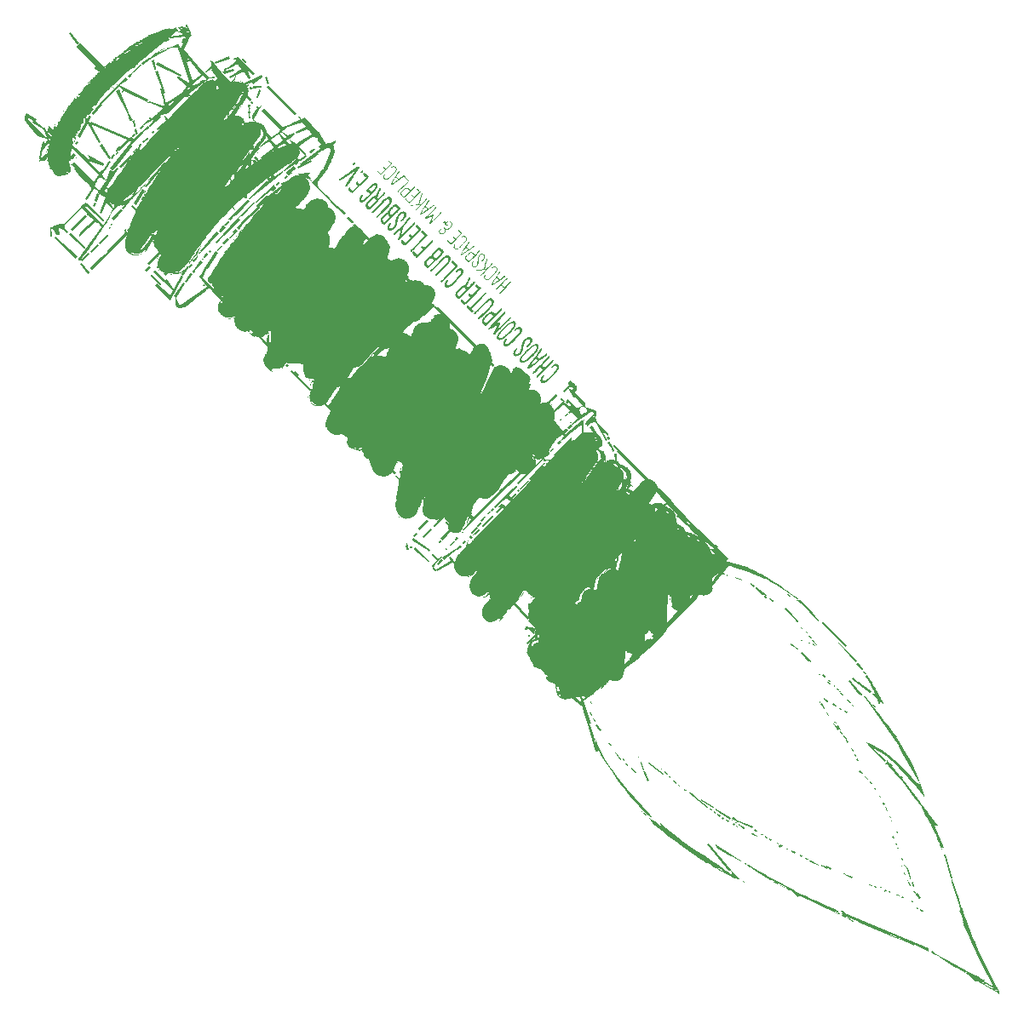
<source format=gtl>
G04 #@! TF.GenerationSoftware,KiCad,Pcbnew,8.0.3-8.0.3-0~ubuntu22.04.1*
G04 #@! TF.CreationDate,2024-06-25T02:06:25+02:00*
G04 #@! TF.ProjectId,ctfl-rakete-tht,6374666c-2d72-4616-9b65-74652d746874,Rev.B*
G04 #@! TF.SameCoordinates,Original*
G04 #@! TF.FileFunction,Copper,L1,Top*
G04 #@! TF.FilePolarity,Positive*
%FSLAX46Y46*%
G04 Gerber Fmt 4.6, Leading zero omitted, Abs format (unit mm)*
G04 Created by KiCad (PCBNEW 8.0.3-8.0.3-0~ubuntu22.04.1) date 2024-06-25 02:06:25*
%MOMM*%
%LPD*%
G01*
G04 APERTURE LIST*
G04 #@! TA.AperFunction,NonConductor*
%ADD10C,0.000000*%
G04 #@! TD*
G04 APERTURE END LIST*
D10*
G04 #@! TA.AperFunction,NonConductor*
G36*
X116189378Y-51574385D02*
G01*
X115452157Y-51820125D01*
X115372551Y-51629763D01*
X116106313Y-51332103D01*
X116189378Y-51574385D01*
G37*
G04 #@! TD.AperFunction*
G04 #@! TA.AperFunction,NonConductor*
G36*
X124153463Y-81717452D02*
G01*
X124101545Y-81880127D01*
X123720819Y-81713993D01*
X123825979Y-81500280D01*
X124153463Y-81717452D01*
G37*
G04 #@! TD.AperFunction*
G04 #@! TA.AperFunction,NonConductor*
G36*
X155356094Y-90550377D02*
G01*
X155359977Y-90550621D01*
X155363838Y-90551027D01*
X155367670Y-90551595D01*
X155371460Y-90552325D01*
X155375200Y-90553217D01*
X155378880Y-90554272D01*
X155382489Y-90555489D01*
X155386016Y-90556868D01*
X155389451Y-90558410D01*
X155392786Y-90560113D01*
X155396009Y-90561979D01*
X155399110Y-90564007D01*
X155402080Y-90566197D01*
X155404907Y-90568550D01*
X155407582Y-90571065D01*
X155412533Y-90576176D01*
X155417012Y-90581130D01*
X155421036Y-90585933D01*
X155424617Y-90590588D01*
X155427774Y-90595100D01*
X155430518Y-90599477D01*
X155432868Y-90603721D01*
X155434838Y-90607838D01*
X155436442Y-90611834D01*
X155437697Y-90615714D01*
X155438617Y-90619482D01*
X155439218Y-90623143D01*
X155439514Y-90626703D01*
X155439522Y-90630166D01*
X155439256Y-90633539D01*
X155438731Y-90636825D01*
X155437962Y-90640031D01*
X155436966Y-90643160D01*
X155435757Y-90646217D01*
X155434350Y-90649210D01*
X155432760Y-90652141D01*
X155431004Y-90655016D01*
X155427049Y-90660620D01*
X155422608Y-90666063D01*
X155417801Y-90671382D01*
X155407580Y-90681820D01*
X155404905Y-90684334D01*
X155402077Y-90686688D01*
X155399108Y-90688878D01*
X155396007Y-90690906D01*
X155392784Y-90692772D01*
X155389449Y-90694475D01*
X155386013Y-90696017D01*
X155382486Y-90697396D01*
X155378879Y-90698614D01*
X155375200Y-90699668D01*
X155371459Y-90700560D01*
X155367668Y-90701291D01*
X155363837Y-90701859D01*
X155359976Y-90702265D01*
X155356094Y-90702508D01*
X155352202Y-90702590D01*
X155348310Y-90702509D01*
X155344428Y-90702266D01*
X155340566Y-90701861D01*
X155336734Y-90701293D01*
X155332944Y-90700563D01*
X155329204Y-90699671D01*
X155325525Y-90698617D01*
X155321916Y-90697400D01*
X155318389Y-90696021D01*
X155314954Y-90694479D01*
X155311619Y-90692777D01*
X155308397Y-90690911D01*
X155305296Y-90688883D01*
X155302326Y-90686692D01*
X155299498Y-90684339D01*
X155296823Y-90681824D01*
X155294308Y-90679149D01*
X155291956Y-90676321D01*
X155289766Y-90673352D01*
X155287738Y-90670251D01*
X155285871Y-90667028D01*
X155284168Y-90663693D01*
X155282626Y-90660257D01*
X155281247Y-90656730D01*
X155280030Y-90653122D01*
X155278975Y-90649442D01*
X155278083Y-90645702D01*
X155277353Y-90641912D01*
X155276785Y-90638080D01*
X155276380Y-90634218D01*
X155276136Y-90630335D01*
X155276056Y-90626444D01*
X155276137Y-90622551D01*
X155276380Y-90618669D01*
X155276785Y-90614807D01*
X155277353Y-90610976D01*
X155278083Y-90607185D01*
X155278976Y-90603444D01*
X155280030Y-90599765D01*
X155281247Y-90596157D01*
X155282626Y-90592630D01*
X155284168Y-90589194D01*
X155285871Y-90585859D01*
X155287738Y-90582636D01*
X155289766Y-90579535D01*
X155291956Y-90576566D01*
X155294308Y-90573738D01*
X155296823Y-90571062D01*
X155299498Y-90568548D01*
X155302326Y-90566195D01*
X155305295Y-90564005D01*
X155308396Y-90561977D01*
X155311619Y-90560111D01*
X155314953Y-90558409D01*
X155318389Y-90556867D01*
X155321916Y-90555488D01*
X155325524Y-90554271D01*
X155329204Y-90553216D01*
X155332944Y-90552325D01*
X155336734Y-90551594D01*
X155340566Y-90551026D01*
X155344428Y-90550621D01*
X155348310Y-90550378D01*
X155352202Y-90550297D01*
X155356094Y-90550377D01*
G37*
G04 #@! TD.AperFunction*
G04 #@! TA.AperFunction,NonConductor*
G36*
X179649429Y-112805434D02*
G01*
X179621741Y-112888503D01*
X179296391Y-112722369D01*
X179348309Y-112615071D01*
X179649429Y-112805434D01*
G37*
G04 #@! TD.AperFunction*
G04 #@! TA.AperFunction,NonConductor*
G36*
X117629215Y-71552082D02*
G01*
X117521920Y-71659377D01*
X116923142Y-71060600D01*
X117030437Y-70953305D01*
X117629215Y-71552082D01*
G37*
G04 #@! TD.AperFunction*
G04 #@! TA.AperFunction,NonConductor*
G36*
X158542926Y-104459307D02*
G01*
X158538204Y-104462167D01*
X158533455Y-104465235D01*
X158528696Y-104468516D01*
X158523943Y-104472015D01*
X158519210Y-104475737D01*
X158514513Y-104479688D01*
X158509866Y-104483871D01*
X158505285Y-104488293D01*
X158532973Y-104460605D01*
X158536178Y-104459916D01*
X158539307Y-104459151D01*
X158542365Y-104458316D01*
X158545357Y-104457413D01*
X158547504Y-104456709D01*
X158542926Y-104459307D01*
G37*
G04 #@! TD.AperFunction*
G04 #@! TA.AperFunction,NonConductor*
G36*
X143706726Y-104374724D02*
G01*
X143704138Y-104375366D01*
X143701214Y-104375999D01*
X143698033Y-104376616D01*
X143691198Y-104377786D01*
X143684243Y-104378834D01*
X143677773Y-104379720D01*
X143672399Y-104380403D01*
X143667370Y-104380998D01*
X143667793Y-104380673D01*
X143668406Y-104380350D01*
X143670149Y-104379707D01*
X143672488Y-104379074D01*
X143675320Y-104378456D01*
X143678537Y-104377859D01*
X143682032Y-104377287D01*
X143689434Y-104376239D01*
X143696675Y-104375354D01*
X143702900Y-104374671D01*
X143708904Y-104374076D01*
X143706726Y-104374724D01*
G37*
G04 #@! TD.AperFunction*
G04 #@! TA.AperFunction,NonConductor*
G36*
X143449335Y-100902562D02*
G01*
X143342040Y-101009858D01*
X142878246Y-100546064D01*
X142985542Y-100438769D01*
X143449335Y-100902562D01*
G37*
G04 #@! TD.AperFunction*
G04 #@! TA.AperFunction,NonConductor*
G36*
X171656744Y-105960276D02*
G01*
X171654174Y-105959294D01*
X171657632Y-105955836D01*
X171656744Y-105960276D01*
G37*
G04 #@! TD.AperFunction*
G04 #@! TA.AperFunction,NonConductor*
G36*
X182092956Y-117374127D02*
G01*
X182148337Y-117374127D01*
X182041039Y-117426045D01*
X182013353Y-117398360D01*
X182012211Y-117397122D01*
X182010958Y-117395644D01*
X182009405Y-117393655D01*
X182007670Y-117391198D01*
X182005869Y-117388320D01*
X182004119Y-117385068D01*
X182003300Y-117383315D01*
X182002536Y-117381485D01*
X182001844Y-117379585D01*
X182001237Y-117377620D01*
X182000731Y-117375594D01*
X182000339Y-117373516D01*
X182000076Y-117371389D01*
X181999958Y-117369219D01*
X181999997Y-117367012D01*
X182000210Y-117364774D01*
X182000610Y-117362512D01*
X182001213Y-117360229D01*
X182002032Y-117357933D01*
X182003082Y-117355629D01*
X182004379Y-117353321D01*
X182005936Y-117351017D01*
X182007768Y-117348722D01*
X182009890Y-117346441D01*
X182037580Y-117318751D01*
X182092956Y-117374127D01*
G37*
G04 #@! TD.AperFunction*
G04 #@! TA.AperFunction,NonConductor*
G36*
X127846499Y-85625078D02*
G01*
X127953795Y-85517782D01*
X128334520Y-85843129D01*
X128199535Y-85978113D01*
X129559763Y-87338341D01*
X129424779Y-87473326D01*
X127496925Y-85545472D01*
X127493466Y-85542014D01*
X127628450Y-85407030D01*
X127846499Y-85625078D01*
G37*
G04 #@! TD.AperFunction*
G04 #@! TA.AperFunction,NonConductor*
G36*
X124451123Y-63311112D02*
G01*
X123852346Y-63909889D01*
X123745050Y-63802592D01*
X124288449Y-63203814D01*
X124451123Y-63311112D01*
G37*
G04 #@! TD.AperFunction*
G04 #@! TA.AperFunction,NonConductor*
G36*
X129509852Y-66438194D02*
G01*
X129512051Y-66438465D01*
X129514184Y-66438863D01*
X129516247Y-66439373D01*
X129518234Y-66439978D01*
X129520139Y-66440666D01*
X129521958Y-66441419D01*
X129525318Y-66443062D01*
X129528272Y-66444786D01*
X129530781Y-66446468D01*
X129532801Y-66447990D01*
X129534296Y-66449227D01*
X129535539Y-66450363D01*
X129536428Y-66459808D01*
X129537778Y-66468811D01*
X129539564Y-66477582D01*
X129541761Y-66486326D01*
X129547284Y-66504572D01*
X129554145Y-66525210D01*
X129562141Y-66549905D01*
X129571072Y-66580318D01*
X129575823Y-66598189D01*
X129580731Y-66618114D01*
X129585772Y-66640299D01*
X129590919Y-66664953D01*
X129563228Y-66637263D01*
X129562796Y-66628178D01*
X129561768Y-66618280D01*
X129560910Y-66612419D01*
X129559768Y-66606112D01*
X129558301Y-66599481D01*
X129556469Y-66592646D01*
X129554232Y-66585731D01*
X129551548Y-66578856D01*
X129548378Y-66572142D01*
X129546597Y-66568885D01*
X129544679Y-66565713D01*
X129542620Y-66562643D01*
X129540414Y-66559690D01*
X129538056Y-66556868D01*
X129535540Y-66554194D01*
X129537975Y-66551597D01*
X129540096Y-66549002D01*
X129541913Y-66546406D01*
X129543436Y-66543810D01*
X129544675Y-66541214D01*
X129545640Y-66538618D01*
X129546341Y-66536022D01*
X129546789Y-66533426D01*
X129546994Y-66530830D01*
X129546965Y-66528234D01*
X129546714Y-66525638D01*
X129546249Y-66523042D01*
X129545581Y-66520446D01*
X129544721Y-66517850D01*
X129543678Y-66515254D01*
X129542463Y-66512658D01*
X129539556Y-66507466D01*
X129536081Y-66502275D01*
X129532120Y-66497083D01*
X129527753Y-66491891D01*
X129523062Y-66486700D01*
X129518127Y-66481508D01*
X129507852Y-66471125D01*
X129483797Y-66447070D01*
X129485346Y-66445798D01*
X129487926Y-66443965D01*
X129490490Y-66442412D01*
X129493034Y-66441120D01*
X129495554Y-66440079D01*
X129498042Y-66439271D01*
X129500495Y-66438680D01*
X129502907Y-66438292D01*
X129505275Y-66438093D01*
X129507591Y-66438064D01*
X129509852Y-66438194D01*
G37*
G04 #@! TD.AperFunction*
G04 #@! TA.AperFunction,NonConductor*
G36*
X111437237Y-67907525D02*
G01*
X110945757Y-68288249D01*
X110810772Y-68153264D01*
X110814231Y-68149805D01*
X111329942Y-67744851D01*
X111437237Y-67907525D01*
G37*
G04 #@! TD.AperFunction*
G04 #@! TA.AperFunction,NonConductor*
G36*
X157799235Y-116394638D02*
G01*
X157664250Y-116529623D01*
X157418508Y-116283881D01*
X157553493Y-116148896D01*
X157799235Y-116394638D01*
G37*
G04 #@! TD.AperFunction*
G04 #@! TA.AperFunction,NonConductor*
G36*
X111153697Y-71322410D02*
G01*
X111157633Y-71324720D01*
X111160518Y-71328343D01*
X111162411Y-71333250D01*
X111163370Y-71339412D01*
X111162724Y-71355378D01*
X111159050Y-71376004D01*
X111152822Y-71401051D01*
X111144510Y-71430281D01*
X111123520Y-71500334D01*
X111099854Y-71584260D01*
X111088195Y-71630830D01*
X111077282Y-71680152D01*
X111077121Y-71671809D01*
X111076032Y-71666751D01*
X111074083Y-71664751D01*
X111071339Y-71665584D01*
X111067869Y-71669026D01*
X111063737Y-71674850D01*
X111053757Y-71692752D01*
X111028792Y-71747258D01*
X111000704Y-71814703D01*
X110973752Y-71880687D01*
X110952194Y-71930813D01*
X110944769Y-71945430D01*
X110942128Y-71949338D01*
X110940290Y-71950681D01*
X110939321Y-71949233D01*
X110939288Y-71944769D01*
X110942297Y-71925892D01*
X110947397Y-71906306D01*
X110952311Y-71887762D01*
X110961570Y-71853674D01*
X110970048Y-71823368D01*
X110977720Y-71796585D01*
X110990543Y-71752557D01*
X110995644Y-71734795D01*
X110999838Y-71719522D01*
X111001587Y-71712737D01*
X111003099Y-71706479D01*
X111004372Y-71700713D01*
X111005402Y-71695408D01*
X111006185Y-71690532D01*
X111006720Y-71686051D01*
X111007003Y-71681934D01*
X111007030Y-71678150D01*
X111006800Y-71674664D01*
X111006306Y-71671445D01*
X111005549Y-71668460D01*
X111005069Y-71667046D01*
X111004523Y-71665678D01*
X111003225Y-71663065D01*
X111001654Y-71660590D01*
X110999805Y-71658221D01*
X110997674Y-71655923D01*
X110993702Y-71651249D01*
X110990881Y-71646114D01*
X110989226Y-71640219D01*
X110988751Y-71633263D01*
X110989473Y-71624949D01*
X110991408Y-71614978D01*
X110994570Y-71603048D01*
X110998973Y-71588863D01*
X111080741Y-71358264D01*
X111077282Y-71354805D01*
X111104697Y-71337811D01*
X111126258Y-71326906D01*
X111134990Y-71323663D01*
X111142434Y-71321851D01*
X111148650Y-71321445D01*
X111153697Y-71322410D01*
G37*
G04 #@! TD.AperFunction*
G04 #@! TA.AperFunction,NonConductor*
G36*
X157788830Y-104997086D02*
G01*
X157762737Y-105026223D01*
X157736481Y-105056901D01*
X157710224Y-105089688D01*
X157684131Y-105125151D01*
X157671195Y-105144064D01*
X157658361Y-105163860D01*
X157645649Y-105184608D01*
X157633079Y-105206379D01*
X157620671Y-105229247D01*
X157608445Y-105253280D01*
X157596423Y-105278551D01*
X157584623Y-105305130D01*
X157590404Y-105288978D01*
X157597290Y-105271802D01*
X157605170Y-105253794D01*
X157613934Y-105235149D01*
X157623466Y-105216056D01*
X157633658Y-105196711D01*
X157655574Y-105158029D01*
X157678788Y-105120646D01*
X157690603Y-105102922D01*
X157702408Y-105086101D01*
X157714090Y-105070375D01*
X157725540Y-105055937D01*
X157736646Y-105042980D01*
X157747294Y-105031696D01*
X157785367Y-104993623D01*
X157788830Y-104997086D01*
G37*
G04 #@! TD.AperFunction*
G04 #@! TA.AperFunction,NonConductor*
G36*
X143719292Y-104377541D02*
G01*
X143712366Y-104370615D01*
X143713977Y-104370260D01*
X143715567Y-104369851D01*
X143717133Y-104369388D01*
X143718674Y-104368879D01*
X143720186Y-104368326D01*
X143721668Y-104367735D01*
X143723119Y-104367108D01*
X143724536Y-104366453D01*
X143727261Y-104365070D01*
X143729829Y-104363621D01*
X143732225Y-104362142D01*
X143734434Y-104360668D01*
X143736439Y-104359234D01*
X143738226Y-104357875D01*
X143739780Y-104356629D01*
X143741086Y-104355531D01*
X143742891Y-104353915D01*
X143743519Y-104353313D01*
X143719292Y-104377541D01*
G37*
G04 #@! TD.AperFunction*
G04 #@! TA.AperFunction,NonConductor*
G36*
X105635592Y-64092200D02*
G01*
X105636594Y-64094274D01*
X105637518Y-64096460D01*
X105638366Y-64098760D01*
X105639135Y-64101175D01*
X105639824Y-64103711D01*
X105635018Y-64091151D01*
X105635592Y-64092200D01*
G37*
G04 #@! TD.AperFunction*
G04 #@! TA.AperFunction,NonConductor*
G36*
X148121876Y-96119268D02*
G01*
X147796531Y-96499994D01*
X147689237Y-96392701D01*
X147689235Y-96337321D01*
X147986892Y-95984284D01*
X148121876Y-96119268D01*
G37*
G04 #@! TD.AperFunction*
G04 #@! TA.AperFunction,NonConductor*
G36*
X174300240Y-131531333D02*
G01*
X174306656Y-131535992D01*
X174314116Y-131540721D01*
X174322454Y-131545516D01*
X174341091Y-131555285D01*
X174361228Y-131565255D01*
X174381529Y-131575388D01*
X174391322Y-131580502D01*
X174400653Y-131585643D01*
X174409356Y-131590803D01*
X174417263Y-131595979D01*
X174424206Y-131601164D01*
X174430019Y-131606355D01*
X174402329Y-131634045D01*
X174402330Y-131689426D01*
X174346950Y-131689425D01*
X174344590Y-131687224D01*
X174342058Y-131685154D01*
X174339364Y-131683209D01*
X174336521Y-131681375D01*
X174330427Y-131678012D01*
X174323861Y-131674989D01*
X174316910Y-131672229D01*
X174309658Y-131669656D01*
X174294605Y-131664769D01*
X174279388Y-131659719D01*
X174271933Y-131656942D01*
X174264697Y-131653898D01*
X174257766Y-131650509D01*
X174251224Y-131646699D01*
X174248127Y-131644611D01*
X174245159Y-131642392D01*
X174242332Y-131640027D01*
X174239657Y-131637510D01*
X174230571Y-131628317D01*
X174227002Y-131624491D01*
X174224082Y-131621070D01*
X174222864Y-131619486D01*
X174221810Y-131617973D01*
X174220917Y-131616521D01*
X174220187Y-131615120D01*
X174219619Y-131613760D01*
X174219214Y-131612430D01*
X174218970Y-131611120D01*
X174218890Y-131609820D01*
X174218970Y-131608520D01*
X174219214Y-131607211D01*
X174219619Y-131605881D01*
X174220187Y-131604520D01*
X174220917Y-131603119D01*
X174221809Y-131601668D01*
X174222864Y-131600155D01*
X174224081Y-131598572D01*
X174227002Y-131595151D01*
X174230570Y-131591324D01*
X174239656Y-131582131D01*
X174239655Y-131526751D01*
X174281194Y-131554445D01*
X174281235Y-131553107D01*
X174281361Y-131551692D01*
X174281580Y-131550206D01*
X174281894Y-131548655D01*
X174282311Y-131547043D01*
X174282833Y-131545374D01*
X174283468Y-131543657D01*
X174284219Y-131541893D01*
X174285092Y-131540090D01*
X174286092Y-131538250D01*
X174287224Y-131536379D01*
X174288492Y-131534484D01*
X174289902Y-131532569D01*
X174291460Y-131530638D01*
X174293169Y-131528697D01*
X174295036Y-131526751D01*
X174300240Y-131531333D01*
G37*
G04 #@! TD.AperFunction*
G04 #@! TA.AperFunction,NonConductor*
G36*
X193289723Y-135998497D02*
G01*
X193206661Y-135998502D01*
X193493937Y-136832641D01*
X193494548Y-136834548D01*
X193495088Y-136836374D01*
X193495566Y-136838117D01*
X193495994Y-136839781D01*
X193497399Y-136845620D01*
X193497725Y-136846876D01*
X193498061Y-136848052D01*
X193498417Y-136849147D01*
X193498804Y-136850160D01*
X193499232Y-136851093D01*
X193499464Y-136851528D01*
X193499710Y-136851944D01*
X193499971Y-136852340D01*
X193500249Y-136852716D01*
X193500545Y-136853071D01*
X193500859Y-136853405D01*
X193529464Y-136927546D01*
X193558397Y-137000068D01*
X193587981Y-137071943D01*
X193618539Y-137144142D01*
X193624300Y-137159689D01*
X193629914Y-137176378D01*
X193640761Y-137212550D01*
X193651204Y-137251398D01*
X193661363Y-137291666D01*
X193681318Y-137371434D01*
X193691357Y-137408419D01*
X193701598Y-137441794D01*
X193812189Y-137759526D01*
X193919168Y-138080866D01*
X194128624Y-138728048D01*
X194234263Y-139050725D01*
X194342619Y-139370684D01*
X194455275Y-139686344D01*
X194573812Y-139996123D01*
X194943126Y-140934794D01*
X195319255Y-141869896D01*
X195512409Y-142335400D01*
X195710309Y-142799157D01*
X195913967Y-143260887D01*
X196124397Y-143720304D01*
X196539899Y-144574721D01*
X196971951Y-145436602D01*
X197429311Y-146323792D01*
X197920742Y-147254138D01*
X197919758Y-147253783D01*
X197918757Y-147253373D01*
X197916718Y-147252400D01*
X197914647Y-147251254D01*
X197912574Y-147249972D01*
X197910519Y-147248588D01*
X197908510Y-147247139D01*
X197906572Y-147245659D01*
X197904731Y-147244184D01*
X197901439Y-147241393D01*
X197898837Y-147239047D01*
X197896511Y-147236830D01*
X197948425Y-147441033D01*
X197837668Y-147385656D01*
X197807428Y-147365202D01*
X197776473Y-147345322D01*
X197712802Y-147306975D01*
X197647427Y-147270006D01*
X197581119Y-147233806D01*
X197448784Y-147161285D01*
X197384300Y-147123746D01*
X197321965Y-147084546D01*
X197191117Y-147013214D01*
X197065624Y-146942206D01*
X196944999Y-146871847D01*
X196828754Y-146802464D01*
X196397846Y-146541150D01*
X196049560Y-146346020D01*
X195966041Y-146296936D01*
X195883373Y-146245703D01*
X195801275Y-146191307D01*
X195719460Y-146132734D01*
X195279154Y-145867651D01*
X195331883Y-145904361D01*
X195577626Y-146067037D01*
X195605301Y-146094712D01*
X195522233Y-146177780D01*
X195003062Y-145824746D01*
X195050457Y-145729965D01*
X195041074Y-145724316D01*
X194497666Y-145395500D01*
X193809936Y-144968902D01*
X193688710Y-144893706D01*
X193871278Y-144893706D01*
X193878205Y-144900633D01*
X194226481Y-145123443D01*
X194401432Y-145234039D01*
X194577354Y-145343658D01*
X195186518Y-145707083D01*
X195484611Y-145882952D01*
X195774913Y-146049735D01*
X196123191Y-146244859D01*
X196206710Y-146293943D01*
X196289379Y-146345177D01*
X196371481Y-146399576D01*
X196453299Y-146458153D01*
X196675079Y-146597082D01*
X196895888Y-146731146D01*
X197009274Y-146797671D01*
X197126431Y-146864561D01*
X197248701Y-146932344D01*
X197377419Y-147001546D01*
X197580325Y-147121385D01*
X197785836Y-147243829D01*
X197709685Y-147098456D01*
X197670749Y-147075202D01*
X197631808Y-147052594D01*
X197612338Y-147041736D01*
X197592868Y-147031284D01*
X197573400Y-147021319D01*
X197553932Y-147011925D01*
X197564312Y-147022305D01*
X197458426Y-146955131D01*
X197242430Y-146818101D01*
X196869495Y-146599185D01*
X196685620Y-146494916D01*
X196593763Y-146444647D01*
X196501742Y-146395836D01*
X195534788Y-145839894D01*
X194570432Y-145281356D01*
X194394505Y-145187199D01*
X194219554Y-145091421D01*
X194045253Y-144993700D01*
X193871278Y-144893706D01*
X193688710Y-144893706D01*
X193440281Y-144739607D01*
X192917757Y-144405499D01*
X192659457Y-144235483D01*
X192403671Y-144062953D01*
X191562626Y-143526488D01*
X191562622Y-143547251D01*
X191102290Y-143301511D01*
X191209589Y-143138841D01*
X191237275Y-143166527D01*
X191264965Y-143138836D01*
X191278219Y-143161838D01*
X191291991Y-143184142D01*
X191306229Y-143205777D01*
X191320884Y-143226773D01*
X191335903Y-143247159D01*
X191351238Y-143266970D01*
X191382647Y-143304976D01*
X191414704Y-143341036D01*
X191447003Y-143375391D01*
X191510707Y-143439958D01*
X192545644Y-143983418D01*
X195044592Y-145340187D01*
X195968715Y-145828207D01*
X196020721Y-145859352D01*
X196077147Y-145890454D01*
X196136574Y-145921476D01*
X196197583Y-145952375D01*
X196318667Y-146013647D01*
X196375905Y-146043939D01*
X196429047Y-146073947D01*
X196539794Y-146129314D01*
X196269824Y-146129314D01*
X197412009Y-146835395D01*
X197166270Y-146375063D01*
X197156019Y-146357764D01*
X197211274Y-146357764D01*
X197227355Y-146392771D01*
X197244348Y-146427706D01*
X197280501Y-146497403D01*
X197357512Y-146636390D01*
X197396098Y-146705841D01*
X197433222Y-146775374D01*
X197467752Y-146845069D01*
X197483687Y-146880003D01*
X197498549Y-146915008D01*
X197508939Y-146925397D01*
X197510805Y-146926046D01*
X197512526Y-146926701D01*
X197514115Y-146927365D01*
X197515587Y-146928045D01*
X197516958Y-146928744D01*
X197518243Y-146929470D01*
X197519457Y-146930226D01*
X197520614Y-146931017D01*
X197521732Y-146931850D01*
X197522824Y-146932727D01*
X197523907Y-146933655D01*
X197524993Y-146934639D01*
X197527243Y-146936794D01*
X197529695Y-146939233D01*
X197211274Y-146357764D01*
X197156019Y-146357764D01*
X197145674Y-146340308D01*
X197075363Y-146221666D01*
X196986727Y-146065510D01*
X196900035Y-145907082D01*
X196814967Y-145746868D01*
X196648397Y-145423034D01*
X196484424Y-145097900D01*
X195917615Y-143928852D01*
X195397205Y-142826971D01*
X194961827Y-141882513D01*
X195027300Y-141882513D01*
X195741595Y-143414503D01*
X196525982Y-145063309D01*
X196683245Y-145379569D01*
X196844402Y-145693233D01*
X196926848Y-145848281D01*
X197010751Y-146001706D01*
X197096279Y-146153184D01*
X197183591Y-146302390D01*
X197020429Y-146002622D01*
X196859542Y-145700585D01*
X196703197Y-145396601D01*
X196627438Y-145243981D01*
X196553668Y-145090995D01*
X195785289Y-143484157D01*
X195403050Y-142683660D01*
X195027300Y-141882513D01*
X194961827Y-141882513D01*
X194917676Y-141786737D01*
X194473510Y-140802635D01*
X194433422Y-140700057D01*
X194396173Y-140595289D01*
X194361683Y-140489061D01*
X194329869Y-140382103D01*
X194304229Y-140288239D01*
X194331604Y-140380376D01*
X194348645Y-140432437D01*
X194366690Y-140484063D01*
X194385769Y-140535140D01*
X194405912Y-140585559D01*
X194427151Y-140635206D01*
X194449514Y-140683971D01*
X194473034Y-140731742D01*
X194497738Y-140778406D01*
X194746511Y-141318780D01*
X195003070Y-141872131D01*
X194761646Y-141339108D01*
X194642883Y-141072922D01*
X194525425Y-140806092D01*
X194501968Y-140750608D01*
X194479576Y-140694495D01*
X194437703Y-140580467D01*
X194399237Y-140464165D01*
X194363611Y-140345757D01*
X194330257Y-140225400D01*
X194298605Y-140103259D01*
X194277369Y-140015809D01*
X194238142Y-139854271D01*
X194182769Y-139764289D01*
X194176261Y-139739948D01*
X194169630Y-139716213D01*
X194162754Y-139693046D01*
X194155512Y-139670405D01*
X194147784Y-139648252D01*
X194139448Y-139626544D01*
X194130383Y-139605243D01*
X194125539Y-139594732D01*
X194120474Y-139584322D01*
X194120467Y-139584309D01*
X194120471Y-139563545D01*
X194099755Y-139521956D01*
X194079369Y-139480045D01*
X194069399Y-139458867D01*
X194059633Y-139437487D01*
X194050110Y-139415863D01*
X194040871Y-139393955D01*
X193943907Y-139217436D01*
X194051256Y-139217436D01*
X194186240Y-139518555D01*
X194189701Y-139515094D01*
X194158548Y-139435485D01*
X194130857Y-139352415D01*
X194051256Y-139217436D01*
X193943907Y-139217436D01*
X193905882Y-139148212D01*
X194016636Y-139092830D01*
X194078935Y-139224350D01*
X193909346Y-138708647D01*
X193250836Y-136584020D01*
X193290290Y-136584020D01*
X193937033Y-138674034D01*
X194179313Y-139407794D01*
X194207004Y-139490865D01*
X194234695Y-139573936D01*
X194207009Y-139546251D01*
X194206695Y-139546605D01*
X194206401Y-139547015D01*
X194206124Y-139547478D01*
X194205867Y-139547988D01*
X194205627Y-139548541D01*
X194205405Y-139549132D01*
X194205198Y-139549758D01*
X194205008Y-139550414D01*
X194204672Y-139551796D01*
X194204392Y-139553245D01*
X194204163Y-139554723D01*
X194203978Y-139556198D01*
X194203836Y-139557631D01*
X194203728Y-139558988D01*
X194203598Y-139561333D01*
X194203543Y-139563550D01*
X194258917Y-139695068D01*
X194269974Y-139713913D01*
X194282492Y-139734218D01*
X194296633Y-139756148D01*
X194312559Y-139779862D01*
X194330433Y-139805524D01*
X194350417Y-139833295D01*
X194372673Y-139863338D01*
X194397363Y-139895816D01*
X194359708Y-139803122D01*
X194329113Y-139726003D01*
X194304521Y-139662190D01*
X194284877Y-139609408D01*
X194269127Y-139565388D01*
X194256216Y-139527857D01*
X194234692Y-139463176D01*
X193885116Y-138359071D01*
X193853969Y-138265625D01*
X193583998Y-137448792D01*
X193500928Y-137151130D01*
X193290290Y-136584020D01*
X193250836Y-136584020D01*
X193175584Y-136341227D01*
X193173068Y-136338552D01*
X193170710Y-136335719D01*
X193168504Y-136332733D01*
X193166445Y-136329601D01*
X193164528Y-136326326D01*
X193162748Y-136322915D01*
X193161099Y-136319373D01*
X193159577Y-136315703D01*
X193156894Y-136308003D01*
X193154656Y-136299857D01*
X193152824Y-136291305D01*
X193151356Y-136282388D01*
X193150214Y-136273146D01*
X193149355Y-136263622D01*
X193148740Y-136253854D01*
X193148327Y-136243882D01*
X193147949Y-136223494D01*
X193147896Y-136202782D01*
X193267320Y-136517052D01*
X193203271Y-136306613D01*
X193147887Y-136036637D01*
X193147771Y-136032632D01*
X193147442Y-136028446D01*
X193146931Y-136024136D01*
X193146267Y-136019765D01*
X193145482Y-136015396D01*
X193144605Y-136011085D01*
X193143667Y-136006898D01*
X193142698Y-136002893D01*
X193140792Y-135995672D01*
X193139129Y-135989913D01*
X193137506Y-135984721D01*
X193095969Y-135984720D01*
X192462585Y-133773058D01*
X192421047Y-133731520D01*
X192411963Y-133722326D01*
X192408395Y-133718501D01*
X192405475Y-133715081D01*
X192404258Y-133713497D01*
X192403204Y-133711985D01*
X192402311Y-133710533D01*
X192401582Y-133709133D01*
X192401013Y-133707772D01*
X192400608Y-133706442D01*
X192400365Y-133705132D01*
X192400284Y-133703833D01*
X192400365Y-133702533D01*
X192400608Y-133701224D01*
X192401015Y-133699893D01*
X192401583Y-133698534D01*
X192402312Y-133697132D01*
X192403205Y-133695681D01*
X192404260Y-133694168D01*
X192405477Y-133692585D01*
X192408397Y-133689164D01*
X192411967Y-133685337D01*
X192421053Y-133676143D01*
X192441822Y-133696912D01*
X192422743Y-133626954D01*
X192607888Y-133579171D01*
X193289723Y-135998497D01*
G37*
G04 #@! TD.AperFunction*
G04 #@! TA.AperFunction,NonConductor*
G36*
X114559187Y-76851094D02*
G01*
X114479580Y-76986079D01*
X113500078Y-76006577D01*
X113690441Y-75871591D01*
X114559187Y-76851094D01*
G37*
G04 #@! TD.AperFunction*
G04 #@! TA.AperFunction,NonConductor*
G36*
X117708821Y-74947464D02*
G01*
X117411162Y-75245123D01*
X117276177Y-75110139D01*
X117573836Y-74812480D01*
X117708821Y-74947464D01*
G37*
G04 #@! TD.AperFunction*
G04 #@! TA.AperFunction,NonConductor*
G36*
X110751932Y-67609868D02*
G01*
X110627332Y-68357474D01*
X110751933Y-68205182D01*
X110807311Y-68641287D01*
X110402358Y-68831648D01*
X110457735Y-68561679D01*
X110454274Y-67582177D01*
X110751932Y-67609868D01*
G37*
G04 #@! TD.AperFunction*
G04 #@! TA.AperFunction,NonConductor*
G36*
X194182769Y-139764289D02*
G01*
X194193156Y-139812206D01*
X194203541Y-139862070D01*
X194224305Y-139965038D01*
X194220031Y-139950382D01*
X194216244Y-139936222D01*
X194209806Y-139909113D01*
X194199205Y-139857735D01*
X194193744Y-139832332D01*
X194190689Y-139819453D01*
X194187309Y-139806362D01*
X194183525Y-139792986D01*
X194179254Y-139779255D01*
X194174415Y-139765099D01*
X194168927Y-139750447D01*
X194182769Y-139764289D01*
G37*
G04 #@! TD.AperFunction*
G04 #@! TA.AperFunction,NonConductor*
G36*
X154756898Y-94433704D02*
G01*
X154857270Y-94485622D01*
X155217230Y-94395631D01*
X155189540Y-94693290D01*
X154888420Y-94634448D01*
X154888420Y-94669060D01*
X154815736Y-94624066D01*
X154777664Y-94613683D01*
X154777660Y-94599834D01*
X154632290Y-94502920D01*
X154130426Y-94485615D01*
X154154656Y-94537537D01*
X153798154Y-94727895D01*
X153718547Y-94537532D01*
X153919296Y-94482157D01*
X153258216Y-94457926D01*
X153071316Y-94430238D01*
X153015936Y-94430235D01*
X152607523Y-94457928D01*
X152607524Y-94243338D01*
X152614457Y-94229500D01*
X152939802Y-94284875D01*
X153247845Y-94336795D01*
X153237462Y-94312566D01*
X155058021Y-94174120D01*
X154756898Y-94433704D01*
G37*
G04 #@! TD.AperFunction*
G04 #@! TA.AperFunction,NonConductor*
G36*
X122935147Y-54616741D02*
G01*
X122962837Y-54589051D01*
X123045905Y-54672119D01*
X123045905Y-54782876D01*
X122990524Y-54838257D01*
X122988767Y-54839907D01*
X122986955Y-54841393D01*
X122985090Y-54842718D01*
X122983170Y-54843881D01*
X122981196Y-54844881D01*
X122979168Y-54845720D01*
X122977086Y-54846396D01*
X122974949Y-54846909D01*
X122972759Y-54847260D01*
X122970515Y-54847450D01*
X122968217Y-54847477D01*
X122965864Y-54847342D01*
X122960997Y-54846584D01*
X122955914Y-54845178D01*
X122950614Y-54843122D01*
X122945097Y-54840419D01*
X122939365Y-54837065D01*
X122933416Y-54833064D01*
X122927251Y-54828413D01*
X122920870Y-54823113D01*
X122914272Y-54817164D01*
X122907458Y-54810566D01*
X122852077Y-54699810D01*
X122824390Y-54727498D01*
X122578650Y-54481758D01*
X122689406Y-54371001D01*
X122935147Y-54616741D01*
G37*
G04 #@! TD.AperFunction*
G04 #@! TA.AperFunction,NonConductor*
G36*
X147081740Y-98154078D02*
G01*
X147085706Y-98152658D01*
X147091770Y-98150678D01*
X147094824Y-98149775D01*
X147097914Y-98148940D01*
X147101055Y-98148175D01*
X147104261Y-98147486D01*
X147081740Y-98154078D01*
G37*
G04 #@! TD.AperFunction*
G04 #@! TA.AperFunction,NonConductor*
G36*
X166822404Y-127203759D02*
G01*
X166794715Y-127231448D01*
X166767026Y-127314517D01*
X166739336Y-127286827D01*
X166521281Y-127124150D01*
X166604349Y-127041082D01*
X166822404Y-127203759D01*
G37*
G04 #@! TD.AperFunction*
G04 #@! TA.AperFunction,NonConductor*
G36*
X112548258Y-54834781D02*
G01*
X112492879Y-54890159D01*
X112481923Y-54893650D01*
X112472390Y-54896345D01*
X112464246Y-54898259D01*
X112460684Y-54898928D01*
X112457457Y-54899407D01*
X112454558Y-54899700D01*
X112451985Y-54899805D01*
X112449733Y-54899728D01*
X112447796Y-54899468D01*
X112446172Y-54899029D01*
X112444855Y-54898411D01*
X112443841Y-54897617D01*
X112443125Y-54896650D01*
X112442704Y-54895508D01*
X112442572Y-54894198D01*
X112442725Y-54892718D01*
X112443159Y-54891072D01*
X112443870Y-54889261D01*
X112444851Y-54887287D01*
X112446101Y-54885153D01*
X112447614Y-54882858D01*
X112451410Y-54877802D01*
X112456206Y-54872131D01*
X112461965Y-54865862D01*
X112468652Y-54859009D01*
X112520569Y-54807092D01*
X112548258Y-54834781D01*
G37*
G04 #@! TD.AperFunction*
G04 #@! TA.AperFunction,NonConductor*
G36*
X175298744Y-108205569D02*
G01*
X175334976Y-108231633D01*
X175352891Y-108244868D01*
X175370562Y-108258348D01*
X175387908Y-108272153D01*
X175404850Y-108286363D01*
X175421304Y-108301060D01*
X175437189Y-108316324D01*
X175464880Y-108344015D01*
X175381814Y-108427082D01*
X175028775Y-108184800D01*
X175028778Y-108177882D01*
X175136072Y-108070588D01*
X175298744Y-108205569D01*
G37*
G04 #@! TD.AperFunction*
G04 #@! TA.AperFunction,NonConductor*
G36*
X124805577Y-65736661D02*
G01*
X124797239Y-65740829D01*
X124804164Y-65733909D01*
X124805577Y-65736661D01*
G37*
G04 #@! TD.AperFunction*
G04 #@! TA.AperFunction,NonConductor*
G36*
X166168244Y-126715735D02*
G01*
X166140556Y-126798804D01*
X165922503Y-126636127D01*
X166005569Y-126553060D01*
X166168244Y-126715735D01*
G37*
G04 #@! TD.AperFunction*
G04 #@! TA.AperFunction,NonConductor*
G36*
X122554417Y-71576309D02*
G01*
X122545974Y-71585275D01*
X122545208Y-71588956D01*
X122544306Y-71592803D01*
X122543344Y-71596509D01*
X122542325Y-71600097D01*
X122540142Y-71607027D01*
X122530190Y-71635149D01*
X122509801Y-71660620D01*
X122499586Y-71673173D01*
X122489089Y-71685766D01*
X122478103Y-71698522D01*
X122466430Y-71711562D01*
X122453862Y-71725008D01*
X122440200Y-71738981D01*
X122529232Y-71604000D01*
X122521212Y-71613300D01*
X122501730Y-71637392D01*
X122480869Y-71664568D01*
X122459034Y-71694339D01*
X122436631Y-71726219D01*
X122414065Y-71759722D01*
X122391743Y-71794359D01*
X122372624Y-71803730D01*
X122349439Y-71818385D01*
X122322827Y-71837602D01*
X122293425Y-71860662D01*
X122228813Y-71915432D01*
X122160713Y-71976936D01*
X122094235Y-72039411D01*
X122034489Y-72097102D01*
X121955640Y-72175085D01*
X122014790Y-72114706D01*
X122070446Y-72055629D01*
X122172556Y-71941728D01*
X122264526Y-71834075D01*
X122348911Y-71733356D01*
X122428266Y-71640264D01*
X122466857Y-71596792D01*
X122505149Y-71555486D01*
X122543460Y-71516431D01*
X122582112Y-71479712D01*
X122621422Y-71445418D01*
X122661711Y-71413634D01*
X122554417Y-71576309D01*
G37*
G04 #@! TD.AperFunction*
G04 #@! TA.AperFunction,NonConductor*
G36*
X181965888Y-120812029D02*
G01*
X182023754Y-120911430D01*
X182050943Y-120959386D01*
X182076429Y-121005638D01*
X182099805Y-121049783D01*
X182120667Y-121091412D01*
X182113746Y-121098333D01*
X182141434Y-121139869D01*
X182044522Y-121202169D01*
X181774553Y-120779909D01*
X181778015Y-120776446D01*
X181871467Y-120717607D01*
X181885310Y-120731450D01*
X181906076Y-120710683D01*
X181965888Y-120812029D01*
G37*
G04 #@! TD.AperFunction*
G04 #@! TA.AperFunction,NonConductor*
G36*
X126489736Y-66768791D02*
G01*
X126081321Y-67066449D01*
X126001714Y-66931462D01*
X126327060Y-66606115D01*
X126489736Y-66768791D01*
G37*
G04 #@! TD.AperFunction*
G04 #@! TA.AperFunction,NonConductor*
G36*
X111956417Y-64896323D02*
G01*
X112091401Y-65031306D01*
X112018718Y-65103989D01*
X112091402Y-65142062D01*
X112119091Y-65169751D01*
X112108708Y-65193979D01*
X112143320Y-65193980D01*
X112098594Y-65305007D01*
X112052897Y-65415061D01*
X111959878Y-65633546D01*
X111817971Y-66059264D01*
X111520314Y-65920819D01*
X111918343Y-65197441D01*
X111222655Y-65893129D01*
X111167277Y-65837751D01*
X111167277Y-65893130D01*
X111028830Y-65865441D01*
X111108431Y-65785840D01*
X111949488Y-64889405D01*
X111956417Y-64896323D01*
G37*
G04 #@! TD.AperFunction*
G04 #@! TA.AperFunction,NonConductor*
G36*
X139676685Y-102127801D02*
G01*
X141362263Y-103266519D01*
X141254970Y-103429194D01*
X141171900Y-103401501D01*
X139565930Y-102342392D01*
X139673222Y-102124339D01*
X139676685Y-102127801D01*
G37*
G04 #@! TD.AperFunction*
G04 #@! TA.AperFunction,NonConductor*
G36*
X114344599Y-64183335D02*
G01*
X113915417Y-64612517D01*
X113773510Y-64920560D01*
X113583145Y-64785574D01*
X113745819Y-64622900D01*
X114150773Y-64051811D01*
X114154234Y-64048350D01*
X114344599Y-64183335D01*
G37*
G04 #@! TD.AperFunction*
G04 #@! TA.AperFunction,NonConductor*
G36*
X117383479Y-58638582D02*
G01*
X116403977Y-59618085D01*
X116296681Y-59510789D01*
X117331562Y-58475908D01*
X117383479Y-58638582D01*
G37*
G04 #@! TD.AperFunction*
G04 #@! TA.AperFunction,NonConductor*
G36*
X129022046Y-86198229D02*
G01*
X129024743Y-86200487D01*
X129027836Y-86202898D01*
X129031239Y-86205415D01*
X129038629Y-86210586D01*
X129046220Y-86215637D01*
X129053324Y-86220200D01*
X129059253Y-86223911D01*
X129064824Y-86227318D01*
X129064053Y-86227843D01*
X129063033Y-86228109D01*
X129061759Y-86228102D01*
X129060227Y-86227805D01*
X129058432Y-86227205D01*
X129056367Y-86226284D01*
X129054029Y-86225030D01*
X129051412Y-86223425D01*
X129048512Y-86221455D01*
X129045322Y-86219106D01*
X129041838Y-86216360D01*
X129038054Y-86213204D01*
X129033967Y-86209622D01*
X129029571Y-86205599D01*
X129024859Y-86201119D01*
X129019829Y-86196168D01*
X129022046Y-86198229D01*
G37*
G04 #@! TD.AperFunction*
G04 #@! TA.AperFunction,NonConductor*
G36*
X154224957Y-109622830D02*
G01*
X154224949Y-109625182D01*
X154223353Y-109628909D01*
X154215970Y-109639957D01*
X154203952Y-109654908D01*
X154170599Y-109692264D01*
X154132459Y-109732459D01*
X154078487Y-109787296D01*
X154046541Y-109810478D01*
X154018104Y-109830789D01*
X153993034Y-109848364D01*
X153971189Y-109863332D01*
X153952427Y-109875826D01*
X153936604Y-109885977D01*
X153929752Y-109890217D01*
X153923582Y-109893919D01*
X153918075Y-109897102D01*
X153913215Y-109899782D01*
X153908983Y-109901975D01*
X153905363Y-109903698D01*
X153902336Y-109904967D01*
X153899885Y-109905798D01*
X153897991Y-109906209D01*
X153897247Y-109906262D01*
X153896637Y-109906216D01*
X153896157Y-109906073D01*
X153895805Y-109905835D01*
X153895579Y-109905503D01*
X153895478Y-109905082D01*
X153895497Y-109904572D01*
X153895637Y-109903975D01*
X153896266Y-109902529D01*
X153897345Y-109900761D01*
X153898858Y-109898688D01*
X153900787Y-109896325D01*
X153903114Y-109893690D01*
X153908890Y-109887669D01*
X153912351Y-109884208D01*
X153921221Y-109874354D01*
X153932037Y-109863132D01*
X153958212Y-109837592D01*
X153988280Y-109809619D01*
X154019647Y-109781239D01*
X154106173Y-109704228D01*
X154150656Y-109669495D01*
X154183630Y-109645051D01*
X154206241Y-109629836D01*
X154219634Y-109622785D01*
X154223233Y-109621986D01*
X154224957Y-109622830D01*
G37*
G04 #@! TD.AperFunction*
G04 #@! TA.AperFunction,NonConductor*
G36*
X151944578Y-82809010D02*
G01*
X151958611Y-82809585D01*
X151971741Y-82810687D01*
X151984079Y-82812356D01*
X151995738Y-82814634D01*
X152006830Y-82817561D01*
X152017465Y-82821178D01*
X152027755Y-82825524D01*
X152037813Y-82830642D01*
X152047748Y-82836571D01*
X152057674Y-82843351D01*
X152067701Y-82851023D01*
X152077940Y-82859629D01*
X152096989Y-82881248D01*
X152112665Y-82904524D01*
X152125060Y-82929394D01*
X152134273Y-82955792D01*
X152140393Y-82983652D01*
X152143519Y-83012910D01*
X152143744Y-83043500D01*
X152141161Y-83075356D01*
X152135866Y-83108414D01*
X152127952Y-83142609D01*
X152117516Y-83177875D01*
X152104650Y-83214147D01*
X152089450Y-83251359D01*
X152072008Y-83289446D01*
X152052421Y-83328343D01*
X152030783Y-83367985D01*
X152007187Y-83408306D01*
X151981730Y-83449242D01*
X151925604Y-83532693D01*
X151863160Y-83617818D01*
X151795155Y-83704094D01*
X151722344Y-83790999D01*
X151645481Y-83878009D01*
X151565324Y-83964606D01*
X151482626Y-84050264D01*
X151448279Y-84083989D01*
X151412916Y-84117594D01*
X151376824Y-84150955D01*
X151340286Y-84183951D01*
X151267008Y-84248362D01*
X151195351Y-84309852D01*
X151121904Y-84370387D01*
X151050850Y-84426003D01*
X150982228Y-84476570D01*
X150916081Y-84521955D01*
X150852449Y-84562026D01*
X150791372Y-84596653D01*
X150732890Y-84625702D01*
X150677046Y-84649042D01*
X150623878Y-84666542D01*
X150573427Y-84678070D01*
X150525734Y-84683493D01*
X150480841Y-84682680D01*
X150459457Y-84679894D01*
X150438786Y-84675499D01*
X150418836Y-84669480D01*
X150399612Y-84661818D01*
X150381117Y-84652500D01*
X150363358Y-84641507D01*
X150346339Y-84628822D01*
X150330066Y-84614431D01*
X150326684Y-84610885D01*
X150325947Y-84610113D01*
X150322026Y-84605599D01*
X150318292Y-84600895D01*
X150314741Y-84596011D01*
X150308157Y-84585724D01*
X150302215Y-84574792D01*
X150296863Y-84563272D01*
X150292042Y-84551220D01*
X150287698Y-84538690D01*
X150283775Y-84525741D01*
X150280217Y-84512426D01*
X150276968Y-84498802D01*
X150271174Y-84470849D01*
X150260844Y-84413683D01*
X150260846Y-84413681D01*
X150260078Y-84396448D01*
X150260373Y-84378516D01*
X150261744Y-84359914D01*
X150264200Y-84340673D01*
X150267389Y-84322847D01*
X150444986Y-84322847D01*
X150446073Y-84334932D01*
X150448123Y-84346676D01*
X150451144Y-84358100D01*
X150455135Y-84369227D01*
X150460101Y-84380079D01*
X150466046Y-84390677D01*
X150480879Y-84411206D01*
X150499664Y-84430990D01*
X150496203Y-84441366D01*
X150506092Y-84450605D01*
X150516296Y-84458852D01*
X150526824Y-84466113D01*
X150537691Y-84472389D01*
X150548903Y-84477684D01*
X150560475Y-84482001D01*
X150572414Y-84485344D01*
X150584734Y-84487715D01*
X150597444Y-84489117D01*
X150610555Y-84489554D01*
X150624078Y-84489030D01*
X150638023Y-84487546D01*
X150652402Y-84485107D01*
X150667226Y-84481716D01*
X150682504Y-84477374D01*
X150698249Y-84472087D01*
X150714469Y-84465857D01*
X150731178Y-84458686D01*
X150748384Y-84450580D01*
X150766099Y-84441540D01*
X150784334Y-84431569D01*
X150803099Y-84420671D01*
X150822406Y-84408849D01*
X150842264Y-84396106D01*
X150862685Y-84382446D01*
X150883680Y-84367870D01*
X150927434Y-84335989D01*
X150973610Y-84300489D01*
X151022297Y-84261393D01*
X151049951Y-84238024D01*
X151076106Y-84214614D01*
X151101207Y-84191123D01*
X151125698Y-84167510D01*
X151174641Y-84119757D01*
X151199984Y-84095535D01*
X151226502Y-84071030D01*
X151448017Y-83849515D01*
X151563478Y-83733080D01*
X151668880Y-83622162D01*
X151716795Y-83568568D01*
X151760978Y-83516110D01*
X151801025Y-83464707D01*
X151836528Y-83414277D01*
X151867083Y-83364739D01*
X151892285Y-83316013D01*
X151911726Y-83268017D01*
X151925003Y-83220670D01*
X151929202Y-83197214D01*
X151931709Y-83173890D01*
X151932471Y-83150689D01*
X151931438Y-83127598D01*
X151928561Y-83104609D01*
X151923787Y-83081712D01*
X151917065Y-83058895D01*
X151908346Y-83036150D01*
X151901894Y-83029941D01*
X151895504Y-83024286D01*
X151889157Y-83019167D01*
X151882834Y-83014572D01*
X151876516Y-83010483D01*
X151870184Y-83006885D01*
X151863820Y-83003765D01*
X151857403Y-83001105D01*
X151850915Y-82998893D01*
X151844337Y-82997110D01*
X151837650Y-82995744D01*
X151830835Y-82994778D01*
X151823874Y-82994197D01*
X151816746Y-82993987D01*
X151809433Y-82994131D01*
X151801917Y-82994616D01*
X151794176Y-82995424D01*
X151786194Y-82996543D01*
X151769428Y-82999645D01*
X151751465Y-83003803D01*
X151732153Y-83008893D01*
X151638377Y-83036150D01*
X151598403Y-83050612D01*
X151557730Y-83069110D01*
X151516468Y-83091300D01*
X151474729Y-83116836D01*
X151432625Y-83145373D01*
X151390269Y-83176567D01*
X151347770Y-83210073D01*
X151305242Y-83245546D01*
X151220539Y-83321016D01*
X151137052Y-83400216D01*
X150977300Y-83558780D01*
X150942181Y-83595128D01*
X150900776Y-83639954D01*
X150855558Y-83690376D01*
X150809002Y-83743517D01*
X150763580Y-83796495D01*
X150721770Y-83846432D01*
X150686043Y-83890447D01*
X150658874Y-83925660D01*
X150586872Y-84021619D01*
X150556290Y-84064930D01*
X150529351Y-84105368D01*
X150506084Y-84143108D01*
X150486513Y-84178328D01*
X150470663Y-84211207D01*
X150458560Y-84241921D01*
X150450230Y-84270647D01*
X150445697Y-84297563D01*
X150444986Y-84322847D01*
X150267389Y-84322847D01*
X150267751Y-84320825D01*
X150272407Y-84300398D01*
X150278177Y-84279423D01*
X150285075Y-84257931D01*
X150293107Y-84235953D01*
X150302285Y-84213518D01*
X150312619Y-84190657D01*
X150324120Y-84167401D01*
X150336796Y-84143779D01*
X150350658Y-84119824D01*
X150365717Y-84095564D01*
X150381984Y-84071030D01*
X150442967Y-83984616D01*
X150497986Y-83909925D01*
X150549843Y-83843427D01*
X150601334Y-83781593D01*
X150655258Y-83720894D01*
X150714416Y-83657802D01*
X150781603Y-83588789D01*
X150859621Y-83510325D01*
X151043063Y-83326883D01*
X151094943Y-83276221D01*
X151147898Y-83226930D01*
X151201704Y-83179240D01*
X151256139Y-83133384D01*
X151310979Y-83089598D01*
X151366003Y-83048114D01*
X151420985Y-83009165D01*
X151475704Y-82972984D01*
X151529937Y-82939804D01*
X151583458Y-82909859D01*
X151636048Y-82883381D01*
X151687482Y-82860605D01*
X151737537Y-82841763D01*
X151785989Y-82827088D01*
X151832616Y-82816815D01*
X151877195Y-82811174D01*
X151895952Y-82810046D01*
X151913362Y-82809281D01*
X151929533Y-82808923D01*
X151944578Y-82809010D01*
G37*
G04 #@! TD.AperFunction*
G04 #@! TA.AperFunction,NonConductor*
G36*
X179213321Y-114376789D02*
G01*
X179157943Y-114432167D01*
X178829135Y-114158739D01*
X179022958Y-114567152D01*
X178206130Y-113535735D01*
X178316889Y-113424975D01*
X179213321Y-114376789D01*
G37*
G04 #@! TD.AperFunction*
G04 #@! TA.AperFunction,NonConductor*
G36*
X180649665Y-115930835D02*
G01*
X180542366Y-115982753D01*
X180324310Y-115764697D01*
X180431608Y-115657399D01*
X180649665Y-115930835D01*
G37*
G04 #@! TD.AperFunction*
G04 #@! TA.AperFunction,NonConductor*
G36*
X185303370Y-118747762D02*
G01*
X186061144Y-119705200D01*
X186433785Y-120190408D01*
X186800747Y-120680808D01*
X187160894Y-121177048D01*
X187513090Y-121679778D01*
X187606544Y-121634789D01*
X187713841Y-121852842D01*
X187648082Y-121877072D01*
X188013183Y-122429793D01*
X188365022Y-122993018D01*
X188702015Y-123567520D01*
X189022581Y-124154067D01*
X189325141Y-124753432D01*
X189608109Y-125366385D01*
X189869905Y-125993697D01*
X189992369Y-126312979D01*
X190108948Y-126636139D01*
X190164326Y-126746893D01*
X190136636Y-126719203D01*
X190437751Y-127671013D01*
X190489672Y-127833691D01*
X190406605Y-127750624D01*
X189347501Y-126525381D01*
X188889361Y-125989096D01*
X188428786Y-125464328D01*
X187958152Y-124957407D01*
X187716680Y-124712616D01*
X187469833Y-124474659D01*
X187216660Y-124244327D01*
X186956206Y-124022411D01*
X186687517Y-123809703D01*
X186409643Y-123606992D01*
X186121627Y-123415071D01*
X185822518Y-123234729D01*
X185511364Y-123066758D01*
X185187209Y-122911950D01*
X186630500Y-124189108D01*
X186467825Y-124351783D01*
X185055682Y-122884259D01*
X184865337Y-122693914D01*
X184913792Y-122693914D01*
X184591910Y-122372032D01*
X184702667Y-122427408D01*
X185102360Y-122599319D01*
X185486878Y-122787238D01*
X185857029Y-122990051D01*
X186213616Y-123206651D01*
X186557448Y-123435925D01*
X186889329Y-123676764D01*
X187210068Y-123928058D01*
X187520468Y-124188696D01*
X187821337Y-124457567D01*
X188113479Y-124733562D01*
X188674813Y-125302481D01*
X189210919Y-125886569D01*
X189728244Y-126476944D01*
X190029365Y-126611926D01*
X188256988Y-123490257D01*
X187883460Y-122832364D01*
X187938838Y-122776985D01*
X184985908Y-118568239D01*
X185024561Y-118568239D01*
X188395712Y-123351533D01*
X188326488Y-123386145D01*
X188343794Y-123403451D01*
X188395712Y-123351533D01*
X188399173Y-123348072D01*
X185079942Y-118623620D01*
X185077268Y-118619727D01*
X185074447Y-118615839D01*
X185068424Y-118608097D01*
X185061995Y-118600438D01*
X185055283Y-118592899D01*
X185048408Y-118585523D01*
X185041491Y-118578350D01*
X185028024Y-118564776D01*
X185024561Y-118568239D01*
X184985908Y-118568239D01*
X184488086Y-117858704D01*
X184481137Y-117858676D01*
X184536511Y-117803303D01*
X185303370Y-118747762D01*
G37*
G04 #@! TD.AperFunction*
G04 #@! TA.AperFunction,NonConductor*
G36*
X147393109Y-110573582D02*
G01*
X147391265Y-110574115D01*
X147389473Y-110574576D01*
X147387715Y-110574972D01*
X147385978Y-110575308D01*
X147384247Y-110575588D01*
X147382506Y-110575816D01*
X147380739Y-110575999D01*
X147378931Y-110576142D01*
X147377068Y-110576250D01*
X147373114Y-110576379D01*
X147368755Y-110576428D01*
X147363869Y-110576435D01*
X147367276Y-110576382D01*
X147370986Y-110576252D01*
X147375549Y-110576001D01*
X147378036Y-110575818D01*
X147380599Y-110575589D01*
X147383192Y-110575308D01*
X147385770Y-110574973D01*
X147388287Y-110574577D01*
X147390698Y-110574115D01*
X147392957Y-110573582D01*
X147394015Y-110573287D01*
X147395018Y-110572973D01*
X147393109Y-110573582D01*
G37*
G04 #@! TD.AperFunction*
G04 #@! TA.AperFunction,NonConductor*
G36*
X161817614Y-125410896D02*
G01*
X161738008Y-125490503D01*
X161277678Y-125030172D01*
X161329594Y-124922876D01*
X161817614Y-125410896D01*
G37*
G04 #@! TD.AperFunction*
G04 #@! TA.AperFunction,NonConductor*
G36*
X151195366Y-113764156D02*
G01*
X151200233Y-113787936D01*
X151204453Y-113810003D01*
X151208022Y-113830427D01*
X151210942Y-113849279D01*
X151213213Y-113866630D01*
X151214836Y-113882552D01*
X151215809Y-113897114D01*
X151216133Y-113910389D01*
X151216052Y-113916565D01*
X151215809Y-113922447D01*
X151215403Y-113928042D01*
X151214835Y-113933360D01*
X151214105Y-113938408D01*
X151213212Y-113943196D01*
X151212157Y-113947735D01*
X151210940Y-113952030D01*
X151209561Y-113956092D01*
X151208020Y-113959930D01*
X151206316Y-113963553D01*
X151204451Y-113966970D01*
X151202423Y-113970187D01*
X151200233Y-113973217D01*
X151197879Y-113976067D01*
X151195365Y-113978745D01*
X151195367Y-113867991D01*
X151195365Y-113757232D01*
X151195366Y-113764156D01*
G37*
G04 #@! TD.AperFunction*
G04 #@! TA.AperFunction,NonConductor*
G36*
X162035659Y-123842996D02*
G01*
X162011435Y-123763394D01*
X162073735Y-123853385D01*
X162080656Y-123860306D01*
X162118733Y-123919149D01*
X162201799Y-124002215D01*
X162210886Y-124011409D01*
X162214455Y-124015236D01*
X162217376Y-124018657D01*
X162218593Y-124020240D01*
X162219647Y-124021753D01*
X162220539Y-124023205D01*
X162221270Y-124024606D01*
X162221837Y-124025967D01*
X162222243Y-124027296D01*
X162222487Y-124028606D01*
X162222568Y-124029906D01*
X162222487Y-124031205D01*
X162222243Y-124032515D01*
X162221837Y-124033846D01*
X162221270Y-124035205D01*
X162220540Y-124036607D01*
X162219648Y-124038059D01*
X162218593Y-124039571D01*
X162217376Y-124041155D01*
X162214455Y-124044575D01*
X162210886Y-124048401D01*
X162201801Y-124057596D01*
X162174113Y-124140664D01*
X162066818Y-123977990D01*
X162011437Y-123922608D01*
X162002351Y-123913415D01*
X161998782Y-123909589D01*
X161995862Y-123906168D01*
X161994644Y-123904584D01*
X161993590Y-123903071D01*
X161992697Y-123901620D01*
X161991968Y-123900219D01*
X161991399Y-123898858D01*
X161990994Y-123897528D01*
X161990750Y-123896218D01*
X161990669Y-123894919D01*
X161990750Y-123893619D01*
X161990993Y-123892309D01*
X161991398Y-123890979D01*
X161991967Y-123889618D01*
X161992697Y-123888218D01*
X161993589Y-123886766D01*
X161994643Y-123885253D01*
X161995860Y-123883670D01*
X161998781Y-123880249D01*
X162002349Y-123876423D01*
X162011435Y-123867230D01*
X161986107Y-123740586D01*
X162035659Y-123842996D01*
G37*
G04 #@! TD.AperFunction*
G04 #@! TA.AperFunction,NonConductor*
G36*
X173613159Y-106879946D02*
G01*
X173505865Y-106987240D01*
X173152824Y-106634199D01*
X173232430Y-106554593D01*
X173613159Y-106879946D01*
G37*
G04 #@! TD.AperFunction*
G04 #@! TA.AperFunction,NonConductor*
G36*
X103715432Y-63501472D02*
G01*
X103552759Y-63830279D01*
X103362396Y-63750673D01*
X103528532Y-63425326D01*
X103525070Y-63421864D01*
X103715432Y-63501472D01*
G37*
G04 #@! TD.AperFunction*
G04 #@! TA.AperFunction,NonConductor*
G36*
X174918044Y-131879794D02*
G01*
X174834977Y-131962861D01*
X174589233Y-131827873D01*
X174644611Y-131717114D01*
X174918044Y-131879794D01*
G37*
G04 #@! TD.AperFunction*
G04 #@! TA.AperFunction,NonConductor*
G36*
X111057642Y-71716475D02*
G01*
X111061044Y-71721698D01*
X111063290Y-71727105D01*
X111064410Y-71732825D01*
X111064435Y-71738991D01*
X111063395Y-71745737D01*
X111061322Y-71753191D01*
X111058244Y-71761487D01*
X111054194Y-71770757D01*
X111049200Y-71781132D01*
X111036504Y-71805725D01*
X111020402Y-71836321D01*
X111001136Y-71873975D01*
X111005712Y-71859637D01*
X111010322Y-71846400D01*
X111014924Y-71834147D01*
X111019470Y-71822760D01*
X111036181Y-71783553D01*
X111039763Y-71774753D01*
X111043016Y-71766119D01*
X111045892Y-71757536D01*
X111048349Y-71748887D01*
X111050338Y-71740056D01*
X111051816Y-71730926D01*
X111052737Y-71721380D01*
X111052973Y-71716415D01*
X111053053Y-71711302D01*
X111057642Y-71716475D01*
G37*
G04 #@! TD.AperFunction*
G04 #@! TA.AperFunction,NonConductor*
G36*
X189593303Y-137424561D02*
G01*
X189510240Y-137452254D01*
X189347564Y-137234198D01*
X189430630Y-137151132D01*
X189593303Y-137424561D01*
G37*
G04 #@! TD.AperFunction*
G04 #@! TA.AperFunction,NonConductor*
G36*
X116514727Y-75435483D02*
G01*
X116379743Y-75625847D01*
X115891722Y-75193204D01*
X115888261Y-75189743D01*
X115995556Y-75082448D01*
X116514727Y-75435483D01*
G37*
G04 #@! TD.AperFunction*
G04 #@! TA.AperFunction,NonConductor*
G36*
X111731438Y-64131409D02*
G01*
X110589261Y-65273586D01*
X110454278Y-65138603D01*
X111596455Y-63996426D01*
X111731438Y-64131409D01*
G37*
G04 #@! TD.AperFunction*
G04 #@! TA.AperFunction,NonConductor*
G36*
X127303103Y-84977846D02*
G01*
X127168114Y-85112835D01*
X126977748Y-84922469D01*
X127112740Y-84787483D01*
X127303103Y-84977846D01*
G37*
G04 #@! TD.AperFunction*
G04 #@! TA.AperFunction,NonConductor*
G36*
X146059044Y-101117159D02*
G01*
X145543336Y-101688248D01*
X145380660Y-101580955D01*
X145896370Y-101009865D01*
X146059044Y-101117159D01*
G37*
G04 #@! TD.AperFunction*
G04 #@! TA.AperFunction,NonConductor*
G36*
X115777504Y-75895815D02*
G01*
X115746845Y-75895814D01*
X115749159Y-75895632D01*
X115764903Y-75894142D01*
X115777504Y-75892739D01*
X115777504Y-75895815D01*
G37*
G04 #@! TD.AperFunction*
G04 #@! TA.AperFunction,NonConductor*
G36*
X170214321Y-129737319D02*
G01*
X170162406Y-129844616D01*
X169861288Y-129654251D01*
X169914518Y-129547786D01*
X170214321Y-129737319D01*
G37*
G04 #@! TD.AperFunction*
G04 #@! TA.AperFunction,NonConductor*
G36*
X109349605Y-57593651D02*
G01*
X109346214Y-57601721D01*
X109342758Y-57609369D01*
X109339118Y-57616551D01*
X109335179Y-57623220D01*
X109333062Y-57626349D01*
X109330826Y-57629332D01*
X109328456Y-57632164D01*
X109325938Y-57634840D01*
X109325729Y-57631158D01*
X109325112Y-57627886D01*
X109324108Y-57625013D01*
X109323148Y-57623273D01*
X109333926Y-57611223D01*
X109350586Y-57591258D01*
X109349605Y-57593651D01*
G37*
G04 #@! TD.AperFunction*
G04 #@! TA.AperFunction,NonConductor*
G36*
X124530730Y-57527553D02*
G01*
X124395747Y-57987884D01*
X124309218Y-57977501D01*
X124288453Y-58316693D01*
X124098090Y-58292463D01*
X124098092Y-58237083D01*
X124098415Y-58226959D01*
X124099388Y-58217088D01*
X124103281Y-58196524D01*
X124109770Y-58172229D01*
X124118856Y-58141039D01*
X124130537Y-58099789D01*
X124144815Y-58045316D01*
X124161689Y-57974456D01*
X124181158Y-57884048D01*
X124229611Y-57890973D01*
X124343832Y-57499861D01*
X124530730Y-57527553D01*
G37*
G04 #@! TD.AperFunction*
G04 #@! TA.AperFunction,NonConductor*
G36*
X118799083Y-74300231D02*
G01*
X118854462Y-74300233D01*
X118774856Y-74435216D01*
X118719477Y-74435218D01*
X118691787Y-74407528D01*
X118688434Y-74403958D01*
X118685298Y-74400173D01*
X118682377Y-74396171D01*
X118679673Y-74391953D01*
X118677185Y-74387518D01*
X118674914Y-74382867D01*
X118672858Y-74377999D01*
X118671020Y-74372915D01*
X118669397Y-74367616D01*
X118667991Y-74362099D01*
X118666802Y-74356367D01*
X118665828Y-74350418D01*
X118665072Y-74344252D01*
X118664531Y-74337870D01*
X118664206Y-74331272D01*
X118664099Y-74324459D01*
X118743705Y-74244853D01*
X118799083Y-74300231D01*
G37*
G04 #@! TD.AperFunction*
G04 #@! TA.AperFunction,NonConductor*
G36*
X182715986Y-122122834D02*
G01*
X182743672Y-122150520D01*
X182771367Y-122192057D01*
X182934038Y-122396265D01*
X182799053Y-122475869D01*
X182660606Y-122122833D01*
X182362947Y-121825174D01*
X182497933Y-121745568D01*
X182715986Y-122122834D01*
G37*
G04 #@! TD.AperFunction*
G04 #@! TA.AperFunction,NonConductor*
G36*
X176353728Y-107136743D02*
G01*
X176350938Y-107139533D01*
X176326577Y-107122052D01*
X176353728Y-107136743D01*
G37*
G04 #@! TD.AperFunction*
G04 #@! TA.AperFunction,NonConductor*
G36*
X112274844Y-67277587D02*
G01*
X112283930Y-67286781D01*
X112287499Y-67290608D01*
X112290420Y-67294029D01*
X112291637Y-67295612D01*
X112292691Y-67297125D01*
X112293584Y-67298576D01*
X112294314Y-67299978D01*
X112294882Y-67301338D01*
X112295288Y-67302669D01*
X112295531Y-67303978D01*
X112295612Y-67305278D01*
X112295531Y-67306577D01*
X112295288Y-67307887D01*
X112294882Y-67309217D01*
X112294314Y-67310578D01*
X112293584Y-67311979D01*
X112292692Y-67313431D01*
X112291637Y-67314943D01*
X112290421Y-67316527D01*
X112287500Y-67319948D01*
X112283931Y-67323774D01*
X112274846Y-67332967D01*
X112240234Y-67367580D01*
X112237187Y-67370715D01*
X112234522Y-67373683D01*
X112232210Y-67376560D01*
X112230229Y-67379423D01*
X112228552Y-67382345D01*
X112227819Y-67383854D01*
X112227154Y-67385406D01*
X112226008Y-67388678D01*
X112225092Y-67392240D01*
X112224377Y-67396166D01*
X112223841Y-67400534D01*
X112223457Y-67405420D01*
X112223199Y-67410898D01*
X112223042Y-67417044D01*
X112222962Y-67423937D01*
X112222929Y-67440262D01*
X112202162Y-67440262D01*
X111949500Y-68094420D01*
X111731446Y-67987124D01*
X112060253Y-67443726D01*
X112139861Y-67308740D01*
X112157166Y-67312199D01*
X112167550Y-67281051D01*
X112222919Y-67225682D01*
X112323517Y-67073158D01*
X112274844Y-67277587D01*
G37*
G04 #@! TD.AperFunction*
G04 #@! TA.AperFunction,NonConductor*
G36*
X151119212Y-110303016D02*
G01*
X152638653Y-111227140D01*
X151032685Y-112666975D01*
X150897701Y-112531990D01*
X152119483Y-111310208D01*
X151112288Y-110303013D01*
X151119212Y-110303016D01*
G37*
G04 #@! TD.AperFunction*
G04 #@! TA.AperFunction,NonConductor*
G36*
X151465342Y-95433966D02*
G01*
X150132803Y-96766504D01*
X149997819Y-96631520D01*
X151330357Y-95298981D01*
X151465342Y-95433966D01*
G37*
G04 #@! TD.AperFunction*
G04 #@! TA.AperFunction,NonConductor*
G36*
X187793508Y-137528392D02*
G01*
X187876574Y-137611459D01*
X187931959Y-137611466D01*
X187959645Y-137639151D01*
X187973496Y-137680690D01*
X188015025Y-137694532D01*
X187976952Y-137691067D01*
X187987337Y-137722220D01*
X187904268Y-137694528D01*
X187886961Y-137677222D01*
X187824659Y-137670302D01*
X187796973Y-137642616D01*
X187795729Y-137641480D01*
X187794235Y-137640242D01*
X187792214Y-137638721D01*
X187789704Y-137637037D01*
X187786750Y-137635313D01*
X187783390Y-137633670D01*
X187781570Y-137632916D01*
X187779665Y-137632229D01*
X187777677Y-137631623D01*
X187775614Y-137631113D01*
X187773481Y-137630715D01*
X187771281Y-137630443D01*
X187769020Y-137630314D01*
X187766703Y-137630341D01*
X187764337Y-137630541D01*
X187761923Y-137630929D01*
X187759470Y-137631520D01*
X187756982Y-137632328D01*
X187754463Y-137633369D01*
X187751918Y-137634660D01*
X187749353Y-137636213D01*
X187746774Y-137638046D01*
X187744184Y-137640174D01*
X187741588Y-137642609D01*
X187686214Y-137642613D01*
X187658518Y-137614918D01*
X187575457Y-137587237D01*
X187686206Y-137587230D01*
X187687450Y-137586094D01*
X187688944Y-137584857D01*
X187690965Y-137583335D01*
X187693473Y-137581653D01*
X187696428Y-137579929D01*
X187699787Y-137578286D01*
X187701607Y-137577534D01*
X187703512Y-137576847D01*
X187705500Y-137576241D01*
X187707562Y-137575732D01*
X187709696Y-137575334D01*
X187711896Y-137575063D01*
X187714156Y-137574934D01*
X187716473Y-137574962D01*
X187718841Y-137575162D01*
X187721253Y-137575551D01*
X187723706Y-137576142D01*
X187726195Y-137576951D01*
X187728714Y-137577993D01*
X187731259Y-137579283D01*
X187733824Y-137580838D01*
X187736405Y-137582671D01*
X187738995Y-137584799D01*
X187741591Y-137587236D01*
X187821199Y-137611463D01*
X187796967Y-137587231D01*
X187634292Y-137479936D01*
X187630840Y-137476483D01*
X187793508Y-137528392D01*
G37*
G04 #@! TD.AperFunction*
G04 #@! TA.AperFunction,NonConductor*
G36*
X115431393Y-52581573D02*
G01*
X114112698Y-53118050D01*
X114026170Y-52906921D01*
X115344864Y-52370444D01*
X115431393Y-52581573D01*
G37*
G04 #@! TD.AperFunction*
G04 #@! TA.AperFunction,NonConductor*
G36*
X149043183Y-109471097D02*
G01*
X149034085Y-109478401D01*
X149033666Y-109478675D01*
X149052925Y-109461971D01*
X149043183Y-109471097D01*
G37*
G04 #@! TD.AperFunction*
G04 #@! TA.AperFunction,NonConductor*
G36*
X103255016Y-63918463D02*
G01*
X103254779Y-63923418D01*
X103254389Y-63928220D01*
X103253853Y-63932875D01*
X103253174Y-63937388D01*
X103252359Y-63941765D01*
X103250337Y-63950127D01*
X103247829Y-63958003D01*
X103244875Y-63965431D01*
X103241516Y-63972455D01*
X103237791Y-63979113D01*
X103233742Y-63985447D01*
X103229408Y-63991498D01*
X103224831Y-63997305D01*
X103220052Y-64002909D01*
X103215111Y-64008351D01*
X103210048Y-64013671D01*
X103199718Y-64024109D01*
X103255096Y-63913352D01*
X103255016Y-63918463D01*
G37*
G04 #@! TD.AperFunction*
G04 #@! TA.AperFunction,NonConductor*
G36*
X114355955Y-73975820D02*
G01*
X114356221Y-73976127D01*
X114356401Y-73976591D01*
X114356498Y-73977208D01*
X114356444Y-73978892D01*
X114356077Y-73981155D01*
X114355410Y-73983968D01*
X114354459Y-73987311D01*
X114353240Y-73991155D01*
X114350056Y-74000247D01*
X114345979Y-74011043D01*
X114341132Y-74023339D01*
X114329762Y-74055476D01*
X114317013Y-74088992D01*
X114290946Y-74156593D01*
X114279413Y-74188892D01*
X114274413Y-74204277D01*
X114270071Y-74219002D01*
X114266500Y-74232956D01*
X114263811Y-74246028D01*
X114262116Y-74258107D01*
X114261526Y-74269080D01*
X114261241Y-74279114D01*
X114260377Y-74288509D01*
X114258926Y-74297356D01*
X114256876Y-74305747D01*
X114254218Y-74313774D01*
X114250941Y-74321526D01*
X114247035Y-74329095D01*
X114242491Y-74336574D01*
X114237298Y-74344051D01*
X114231446Y-74351622D01*
X114224924Y-74359374D01*
X114217723Y-74367399D01*
X114201242Y-74384637D01*
X114181922Y-74404066D01*
X114182505Y-74392490D01*
X114184152Y-74378796D01*
X114186713Y-74363378D01*
X114190032Y-74346632D01*
X114193963Y-74328952D01*
X114198348Y-74310736D01*
X114207879Y-74274273D01*
X114217411Y-74240405D01*
X114225726Y-74212297D01*
X114233838Y-74186014D01*
X114259763Y-74138335D01*
X114282889Y-74096619D01*
X114303013Y-74060987D01*
X114319934Y-74031560D01*
X114343351Y-73991810D01*
X114351517Y-73978344D01*
X114353263Y-73976759D01*
X114354619Y-73975876D01*
X114355155Y-73975692D01*
X114355600Y-73975675D01*
X114355955Y-73975820D01*
G37*
G04 #@! TD.AperFunction*
G04 #@! TA.AperFunction,NonConductor*
G36*
X121436472Y-54426368D02*
G01*
X120020865Y-54969770D01*
X119941259Y-54779407D01*
X119944718Y-54775945D01*
X121356864Y-54180627D01*
X121436472Y-54426368D01*
G37*
G04 #@! TD.AperFunction*
G04 #@! TA.AperFunction,NonConductor*
G36*
X146737431Y-99898844D02*
G01*
X146872415Y-99978448D01*
X146543604Y-100466466D01*
X146380930Y-100359171D01*
X146733963Y-99895375D01*
X146737431Y-99898844D01*
G37*
G04 #@! TD.AperFunction*
G04 #@! TA.AperFunction,NonConductor*
G36*
X159263271Y-98670118D02*
G01*
X159048677Y-98670114D01*
X159020991Y-98372460D01*
X159235580Y-98372458D01*
X159263271Y-98670118D01*
G37*
G04 #@! TD.AperFunction*
G04 #@! TA.AperFunction,NonConductor*
G36*
X111759129Y-68347091D02*
G01*
X110862693Y-69458117D01*
X110672330Y-69323134D01*
X111569189Y-68212407D01*
X111759129Y-68347091D01*
G37*
G04 #@! TD.AperFunction*
G04 #@! TA.AperFunction,NonConductor*
G36*
X160769116Y-113585285D02*
G01*
X160769008Y-113589504D01*
X160768900Y-113591126D01*
X160768980Y-113586015D01*
X160769089Y-113583676D01*
X160769116Y-113585285D01*
G37*
G04 #@! TD.AperFunction*
G04 #@! TA.AperFunction,NonConductor*
G36*
X123284723Y-59978037D02*
G01*
X123447396Y-59974577D01*
X123475085Y-60327611D01*
X123284720Y-60351839D01*
X123284722Y-59971115D01*
X123284723Y-59978037D01*
G37*
G04 #@! TD.AperFunction*
G04 #@! TA.AperFunction,NonConductor*
G36*
X118497962Y-74539049D02*
G01*
X118495596Y-74542448D01*
X118491038Y-74539048D01*
X118497962Y-74539049D01*
G37*
G04 #@! TD.AperFunction*
G04 #@! TA.AperFunction,NonConductor*
G36*
X139565929Y-103103846D02*
G01*
X139427481Y-103131532D01*
X139372101Y-103131531D01*
X139344413Y-102993086D01*
X139347874Y-102989624D01*
X139538236Y-102965396D01*
X139565929Y-103103846D01*
G37*
G04 #@! TD.AperFunction*
G04 #@! TA.AperFunction,NonConductor*
G36*
X137575766Y-74753637D02*
G01*
X137468469Y-74860934D01*
X137333485Y-74725950D01*
X137468473Y-74590962D01*
X137575766Y-74753637D01*
G37*
G04 #@! TD.AperFunction*
G04 #@! TA.AperFunction,NonConductor*
G36*
X110131734Y-57640457D02*
G01*
X110128924Y-57641763D01*
X110128925Y-57634838D01*
X110131734Y-57640457D01*
G37*
G04 #@! TD.AperFunction*
G04 #@! TA.AperFunction,NonConductor*
G36*
X112818234Y-65107458D02*
G01*
X112575956Y-65515873D01*
X112413282Y-65408578D01*
X112655560Y-65000163D01*
X112818234Y-65107458D01*
G37*
G04 #@! TD.AperFunction*
G04 #@! TA.AperFunction,NonConductor*
G36*
X188890689Y-136230467D02*
G01*
X188835304Y-136230460D01*
X188834060Y-136231596D01*
X188832566Y-136232833D01*
X188830545Y-136234354D01*
X188828038Y-136236037D01*
X188825083Y-136237761D01*
X188821724Y-136239404D01*
X188819904Y-136240157D01*
X188817998Y-136240844D01*
X188816012Y-136241450D01*
X188813950Y-136241959D01*
X188811816Y-136242358D01*
X188809616Y-136242629D01*
X188807356Y-136242759D01*
X188805040Y-136242731D01*
X188802674Y-136242531D01*
X188800262Y-136242143D01*
X188797809Y-136241553D01*
X188795320Y-136240744D01*
X188792801Y-136239703D01*
X188790258Y-136238412D01*
X188787693Y-136236859D01*
X188785113Y-136235026D01*
X188782524Y-136232899D01*
X188779929Y-136230464D01*
X188752243Y-136202779D01*
X188750100Y-136200553D01*
X188748539Y-136198800D01*
X188746780Y-136196666D01*
X188744919Y-136194186D01*
X188743054Y-136191398D01*
X188741279Y-136188337D01*
X188740457Y-136186714D01*
X188739693Y-136185037D01*
X188738999Y-136183308D01*
X188738390Y-136181533D01*
X188737876Y-136179716D01*
X188737468Y-136177863D01*
X188737179Y-136175976D01*
X188737022Y-136174060D01*
X188737008Y-136172121D01*
X188737150Y-136170163D01*
X188737458Y-136168188D01*
X188737946Y-136166203D01*
X188738625Y-136164212D01*
X188739508Y-136162219D01*
X188740607Y-136160228D01*
X188741932Y-136158244D01*
X188743497Y-136156273D01*
X188745315Y-136154316D01*
X188752240Y-136154317D01*
X188838769Y-136067788D01*
X188890689Y-136230467D01*
G37*
G04 #@! TD.AperFunction*
G04 #@! TA.AperFunction,NonConductor*
G36*
X155487188Y-90927561D02*
G01*
X155161839Y-91252911D01*
X155026854Y-91117927D01*
X155352204Y-90792577D01*
X155487188Y-90927561D01*
G37*
G04 #@! TD.AperFunction*
G04 #@! TA.AperFunction,NonConductor*
G36*
X188671758Y-138038759D02*
G01*
X188674125Y-138038959D01*
X188676538Y-138039347D01*
X188678991Y-138039937D01*
X188681479Y-138040746D01*
X188683998Y-138041788D01*
X188686542Y-138043078D01*
X188689107Y-138044631D01*
X188691685Y-138046463D01*
X188694275Y-138048590D01*
X188696870Y-138051027D01*
X188724565Y-138078722D01*
X188706229Y-138078666D01*
X188698705Y-138078537D01*
X188692112Y-138078286D01*
X188686332Y-138077874D01*
X188681241Y-138077258D01*
X188678916Y-138076862D01*
X188676719Y-138076399D01*
X188674632Y-138075865D01*
X188672642Y-138075257D01*
X188670733Y-138074566D01*
X188668890Y-138073790D01*
X188667098Y-138072922D01*
X188665341Y-138071958D01*
X188663605Y-138070892D01*
X188661873Y-138069721D01*
X188658365Y-138067037D01*
X188654695Y-138063867D01*
X188650740Y-138060169D01*
X188641494Y-138051031D01*
X188642738Y-138049896D01*
X188644231Y-138048658D01*
X188646253Y-138047137D01*
X188648761Y-138045454D01*
X188651715Y-138043730D01*
X188655075Y-138042087D01*
X188656894Y-138041334D01*
X188658799Y-138040647D01*
X188660786Y-138040040D01*
X188662850Y-138039531D01*
X188664983Y-138039133D01*
X188667182Y-138038861D01*
X188669443Y-138038732D01*
X188671758Y-138038759D01*
G37*
G04 #@! TD.AperFunction*
G04 #@! TA.AperFunction,NonConductor*
G36*
X121146826Y-80223492D02*
G01*
X121161145Y-80227914D01*
X121174854Y-80232051D01*
X121187963Y-80235912D01*
X121200481Y-80239507D01*
X121212418Y-80242845D01*
X121223784Y-80245936D01*
X121234587Y-80248790D01*
X121244838Y-80251415D01*
X121254545Y-80253822D01*
X121272369Y-80258017D01*
X121288134Y-80261452D01*
X121301917Y-80264203D01*
X121313793Y-80266345D01*
X121323839Y-80267955D01*
X121332131Y-80269108D01*
X121338745Y-80269881D01*
X121343757Y-80270351D01*
X121347242Y-80270592D01*
X121349940Y-80270693D01*
X121336095Y-80284537D01*
X121309150Y-80280292D01*
X121282772Y-80275235D01*
X121269772Y-80272353D01*
X121256882Y-80269205D01*
X121244094Y-80265775D01*
X121231396Y-80262039D01*
X121218781Y-80257980D01*
X121206235Y-80253576D01*
X121193751Y-80248807D01*
X121181318Y-80243652D01*
X121168925Y-80238092D01*
X121156563Y-80232106D01*
X121144220Y-80225674D01*
X121131889Y-80218775D01*
X121146826Y-80223492D01*
G37*
G04 #@! TD.AperFunction*
G04 #@! TA.AperFunction,NonConductor*
G36*
X114645712Y-65377409D02*
G01*
X114645710Y-65377411D01*
X114645232Y-65377550D01*
X114644767Y-65377645D01*
X114644317Y-65377698D01*
X114643883Y-65377709D01*
X114643462Y-65377679D01*
X114643056Y-65377611D01*
X114642283Y-65377363D01*
X114641564Y-65376976D01*
X114640896Y-65376460D01*
X114640278Y-65375827D01*
X114639708Y-65375085D01*
X114639182Y-65374248D01*
X114638702Y-65373325D01*
X114638262Y-65372328D01*
X114637862Y-65371266D01*
X114637501Y-65370151D01*
X114637176Y-65368995D01*
X114636626Y-65366595D01*
X114636198Y-65364156D01*
X114635875Y-65361762D01*
X114635646Y-65359499D01*
X114635491Y-65357455D01*
X114635349Y-65354366D01*
X114635328Y-65353183D01*
X114718396Y-65270115D01*
X114645712Y-65377409D01*
G37*
G04 #@! TD.AperFunction*
G04 #@! TA.AperFunction,NonConductor*
G36*
X157525784Y-103404961D02*
G01*
X157534924Y-103414209D01*
X157538622Y-103418164D01*
X157541793Y-103421835D01*
X157544477Y-103425344D01*
X157545648Y-103427075D01*
X157546714Y-103428811D01*
X157547678Y-103430568D01*
X157548545Y-103432361D01*
X157549322Y-103434204D01*
X157550013Y-103436113D01*
X157550622Y-103438103D01*
X157551155Y-103440189D01*
X157551618Y-103442387D01*
X157552014Y-103444712D01*
X157552630Y-103449802D01*
X157553042Y-103455583D01*
X157553291Y-103462174D01*
X157553420Y-103469699D01*
X157553474Y-103488033D01*
X157498097Y-103543410D01*
X157605394Y-104792885D01*
X157252354Y-104765194D01*
X157376952Y-103602247D01*
X157363108Y-103567636D01*
X157335417Y-103484566D01*
X157415023Y-103404960D01*
X157470402Y-103404961D01*
X157498093Y-103377270D01*
X157525784Y-103404961D01*
G37*
G04 #@! TD.AperFunction*
G04 #@! TA.AperFunction,NonConductor*
G36*
X120183545Y-65744614D02*
G01*
X120183545Y-65737372D01*
X120187002Y-65733911D01*
X120183545Y-65744614D01*
G37*
G04 #@! TD.AperFunction*
G04 #@! TA.AperFunction,NonConductor*
G36*
X112091392Y-66872642D02*
G01*
X111928720Y-67139149D01*
X111852466Y-67271430D01*
X111775564Y-67403061D01*
X111699961Y-67533394D01*
X111627601Y-67661781D01*
X111626266Y-67661742D01*
X111624870Y-67661633D01*
X111623434Y-67661462D01*
X111621977Y-67661242D01*
X111620520Y-67660979D01*
X111619083Y-67660687D01*
X111617688Y-67660375D01*
X111616353Y-67660052D01*
X111613946Y-67659417D01*
X111612027Y-67658862D01*
X111610296Y-67658321D01*
X111572222Y-67717160D01*
X111409549Y-67609865D01*
X111897570Y-66741118D01*
X111901030Y-66737657D01*
X112091392Y-66872642D01*
G37*
G04 #@! TD.AperFunction*
G04 #@! TA.AperFunction,NonConductor*
G36*
X157774986Y-122185108D02*
G01*
X157854592Y-122375471D01*
X158089107Y-122898745D01*
X158343883Y-123408674D01*
X158617438Y-123906031D01*
X158908292Y-124391584D01*
X159214963Y-124866105D01*
X159535974Y-125330364D01*
X159869843Y-125785132D01*
X160215088Y-126231180D01*
X160933788Y-127100196D01*
X161680232Y-127943579D01*
X163208976Y-129578104D01*
X163478946Y-129903453D01*
X163395877Y-129875761D01*
X163288909Y-129841836D01*
X163162492Y-129774075D01*
X163018269Y-129674818D01*
X162857884Y-129546410D01*
X162682977Y-129391191D01*
X162495194Y-129211503D01*
X162087564Y-128788095D01*
X161648134Y-128294924D01*
X161190048Y-127750728D01*
X160726445Y-127174245D01*
X160270468Y-126584218D01*
X159854373Y-126013115D01*
X159433086Y-125414026D01*
X159024454Y-124807311D01*
X158646324Y-124213333D01*
X158474273Y-123927483D01*
X158316542Y-123652452D01*
X158175358Y-123390786D01*
X158052954Y-123145029D01*
X157951560Y-122917728D01*
X157873408Y-122711427D01*
X157820727Y-122528671D01*
X157804636Y-122446918D01*
X157795749Y-122372006D01*
X157771522Y-122181644D01*
X157774986Y-122185108D01*
G37*
G04 #@! TD.AperFunction*
G04 #@! TA.AperFunction,NonConductor*
G36*
X109509379Y-55810819D02*
G01*
X110921525Y-54398673D01*
X110893837Y-54640954D01*
X111492614Y-54208310D01*
X111516842Y-54232538D01*
X111519474Y-54231125D01*
X111522156Y-54229509D01*
X111524858Y-54227731D01*
X111527551Y-54225832D01*
X111530202Y-54223850D01*
X111532783Y-54221829D01*
X111535262Y-54219809D01*
X111537609Y-54217828D01*
X111541787Y-54214150D01*
X111545073Y-54211122D01*
X111547993Y-54208310D01*
X111520303Y-54235999D01*
X111575681Y-54291376D01*
X108965981Y-56956455D01*
X108775619Y-56766092D01*
X109346706Y-56250382D01*
X107958790Y-55409325D01*
X108093774Y-55163584D01*
X108256447Y-55270880D01*
X106217836Y-53232268D01*
X106515495Y-52823853D01*
X106518954Y-52820394D01*
X109509379Y-55810819D01*
G37*
G04 #@! TD.AperFunction*
G04 #@! TA.AperFunction,NonConductor*
G36*
X188262195Y-137781660D02*
G01*
X188260764Y-137781061D01*
X188264226Y-137777599D01*
X188262195Y-137781660D01*
G37*
G04 #@! TD.AperFunction*
G04 #@! TA.AperFunction,NonConductor*
G36*
X147713469Y-99296602D02*
G01*
X147440035Y-99459273D01*
X147332741Y-99296597D01*
X147661553Y-99133929D01*
X147713469Y-99296602D01*
G37*
G04 #@! TD.AperFunction*
G04 #@! TA.AperFunction,NonConductor*
G36*
X118709097Y-74701724D02*
G01*
X118082631Y-75328191D01*
X118082628Y-75383570D01*
X118061861Y-75376646D01*
X117868038Y-75764294D01*
X117677675Y-75629311D01*
X117923415Y-75328190D01*
X118006483Y-75245122D01*
X118495596Y-74542448D01*
X118709097Y-74701724D01*
G37*
G04 #@! TD.AperFunction*
G04 #@! TA.AperFunction,NonConductor*
G36*
X145230239Y-100151863D02*
G01*
X145195526Y-100221986D01*
X145162152Y-100292960D01*
X145129915Y-100367665D01*
X145114157Y-100407317D01*
X145098609Y-100448982D01*
X145083243Y-100493020D01*
X145068034Y-100539790D01*
X145052956Y-100589653D01*
X145037984Y-100642968D01*
X145089900Y-100161867D01*
X145304492Y-100002656D01*
X145230239Y-100151863D01*
G37*
G04 #@! TD.AperFunction*
G04 #@! TA.AperFunction,NonConductor*
G36*
X158695666Y-116854969D02*
G01*
X158342631Y-117097251D01*
X158289849Y-116991692D01*
X158616062Y-116775366D01*
X158695666Y-116854969D01*
G37*
G04 #@! TD.AperFunction*
G04 #@! TA.AperFunction,NonConductor*
G36*
X140632429Y-79435272D02*
G01*
X140618101Y-79443478D01*
X140621572Y-79433100D01*
X140632429Y-79435272D01*
G37*
G04 #@! TD.AperFunction*
G04 #@! TA.AperFunction,NonConductor*
G36*
X140918945Y-99843716D02*
G01*
X140920777Y-99847076D01*
X140922684Y-99850361D01*
X140921925Y-99851121D01*
X140919231Y-99846907D01*
X140918841Y-99846329D01*
X140918679Y-99844520D01*
X140918486Y-99842820D01*
X140918945Y-99843716D01*
G37*
G04 #@! TD.AperFunction*
G04 #@! TA.AperFunction,NonConductor*
G36*
X133631214Y-93285624D02*
G01*
X133634715Y-93288368D01*
X133637374Y-93290202D01*
X133640651Y-93292248D01*
X133644556Y-93294437D01*
X133649100Y-93296697D01*
X133654294Y-93298956D01*
X133660146Y-93301145D01*
X133666668Y-93303191D01*
X133673869Y-93305026D01*
X133681760Y-93306575D01*
X133690350Y-93307771D01*
X133699650Y-93308540D01*
X133709671Y-93308812D01*
X133712385Y-93311368D01*
X133715328Y-93313849D01*
X133718485Y-93316257D01*
X133721839Y-93318601D01*
X133725375Y-93320883D01*
X133729078Y-93323110D01*
X133732934Y-93325286D01*
X133736926Y-93327415D01*
X133745261Y-93331559D01*
X133753962Y-93335581D01*
X133771970Y-93343421D01*
X133769947Y-93342774D01*
X133767786Y-93342131D01*
X133763156Y-93340881D01*
X133758283Y-93339711D01*
X133753368Y-93338664D01*
X133748616Y-93337779D01*
X133744229Y-93337097D01*
X133742236Y-93336845D01*
X133740410Y-93336658D01*
X133738776Y-93336543D01*
X133737361Y-93336502D01*
X133732565Y-93336738D01*
X133727911Y-93336801D01*
X133723401Y-93336703D01*
X133719034Y-93336454D01*
X133714812Y-93336068D01*
X133710736Y-93335551D01*
X133706804Y-93334917D01*
X133703020Y-93334176D01*
X133699382Y-93333339D01*
X133695892Y-93332415D01*
X133692550Y-93331418D01*
X133689357Y-93330356D01*
X133686314Y-93329241D01*
X133683421Y-93328084D01*
X133680679Y-93326894D01*
X133678088Y-93325685D01*
X133673364Y-93323245D01*
X133669254Y-93320851D01*
X133665761Y-93318589D01*
X133662893Y-93316545D01*
X133660653Y-93314806D01*
X133659046Y-93313456D01*
X133657755Y-93312273D01*
X133630065Y-93284582D01*
X133631214Y-93285624D01*
G37*
G04 #@! TD.AperFunction*
G04 #@! TA.AperFunction,NonConductor*
G36*
X186848603Y-129245873D02*
G01*
X186741307Y-129297787D01*
X186550944Y-128892832D01*
X186554402Y-128896290D01*
X186556043Y-128894689D01*
X186557720Y-128893128D01*
X186561155Y-128890133D01*
X186564661Y-128887310D01*
X186568192Y-128884664D01*
X186571704Y-128882202D01*
X186575149Y-128879926D01*
X186578483Y-128877844D01*
X186581659Y-128875959D01*
X186584634Y-128874276D01*
X186587359Y-128872803D01*
X186591882Y-128870498D01*
X186595939Y-128868605D01*
X186685928Y-128813229D01*
X186848603Y-129245873D01*
G37*
G04 #@! TD.AperFunction*
G04 #@! TA.AperFunction,NonConductor*
G36*
X106325134Y-74051040D02*
G01*
X106079393Y-74296780D01*
X103985404Y-72202791D01*
X104096160Y-72092035D01*
X106325134Y-74051040D01*
G37*
G04 #@! TD.AperFunction*
G04 #@! TA.AperFunction,NonConductor*
G36*
X146235542Y-73500711D02*
G01*
X146239425Y-73504684D01*
X146243241Y-73508816D01*
X146246926Y-73513099D01*
X146250413Y-73517528D01*
X146253637Y-73522101D01*
X146256531Y-73526810D01*
X146259030Y-73531651D01*
X146261067Y-73536618D01*
X146261892Y-73539149D01*
X146262577Y-73541708D01*
X146263114Y-73544297D01*
X146263494Y-73546914D01*
X146263709Y-73549559D01*
X146263752Y-73552232D01*
X146263613Y-73554931D01*
X146263284Y-73557656D01*
X146262759Y-73560406D01*
X146262027Y-73563181D01*
X146261081Y-73565980D01*
X146259912Y-73568803D01*
X146258513Y-73571648D01*
X146256875Y-73574515D01*
X146254989Y-73577404D01*
X146252848Y-73580314D01*
X145972495Y-73881432D01*
X145550237Y-74317532D01*
X145193738Y-74674031D01*
X145191133Y-74674570D01*
X145188510Y-74674896D01*
X145185874Y-74675018D01*
X145183227Y-74674944D01*
X145180572Y-74674686D01*
X145177912Y-74674252D01*
X145175252Y-74673653D01*
X145172593Y-74672896D01*
X145169940Y-74671993D01*
X145167294Y-74670952D01*
X145162041Y-74668495D01*
X145156859Y-74665603D01*
X145151772Y-74662350D01*
X145146807Y-74658814D01*
X145141990Y-74655070D01*
X145137346Y-74651194D01*
X145132898Y-74647262D01*
X145124698Y-74639536D01*
X145117593Y-74632498D01*
X144961844Y-74490592D01*
X144945000Y-74472819D01*
X144931922Y-74459020D01*
X144905796Y-74427838D01*
X144894179Y-74412364D01*
X144883535Y-74396951D01*
X144873873Y-74381587D01*
X144865202Y-74366262D01*
X144857530Y-74350960D01*
X144850865Y-74335673D01*
X144845215Y-74320387D01*
X144840589Y-74305090D01*
X144836994Y-74289770D01*
X144834439Y-74274415D01*
X144832933Y-74259014D01*
X144832483Y-74243553D01*
X144832559Y-74241627D01*
X144917873Y-74241627D01*
X144918371Y-74253897D01*
X144919848Y-74266232D01*
X144922324Y-74278650D01*
X144925822Y-74291167D01*
X144930363Y-74303799D01*
X144935969Y-74316563D01*
X144942661Y-74329475D01*
X144950462Y-74342552D01*
X144959392Y-74355810D01*
X144969471Y-74369266D01*
X144980724Y-74382937D01*
X144993171Y-74396838D01*
X145006833Y-74410986D01*
X145027749Y-74431294D01*
X145048908Y-74450790D01*
X145070231Y-74469638D01*
X145091633Y-74487998D01*
X145134356Y-74523907D01*
X145176432Y-74559816D01*
X145301032Y-74435216D01*
X145408815Y-74327974D01*
X145516921Y-74218461D01*
X145569981Y-74162548D01*
X145621783Y-74105703D01*
X145671882Y-74047803D01*
X145719831Y-73988726D01*
X145711719Y-73973165D01*
X145702958Y-73957685D01*
X145693548Y-73942367D01*
X145683489Y-73927291D01*
X145672780Y-73912541D01*
X145667183Y-73905311D01*
X145661423Y-73898194D01*
X145655501Y-73891199D01*
X145649418Y-73884336D01*
X145643170Y-73877615D01*
X145636762Y-73871045D01*
X145614682Y-73849910D01*
X145593198Y-73831226D01*
X145572278Y-73814912D01*
X145551890Y-73800884D01*
X145532001Y-73789057D01*
X145512580Y-73779352D01*
X145493593Y-73771683D01*
X145475008Y-73765967D01*
X145456794Y-73762124D01*
X145438917Y-73760067D01*
X145421347Y-73759716D01*
X145404048Y-73760986D01*
X145386991Y-73763796D01*
X145370142Y-73768060D01*
X145353469Y-73773698D01*
X145336941Y-73780624D01*
X145320524Y-73788758D01*
X145304186Y-73798016D01*
X145287896Y-73808314D01*
X145271620Y-73819570D01*
X145238981Y-73844621D01*
X145206013Y-73872507D01*
X145065675Y-73999108D01*
X145038244Y-74027159D01*
X145013176Y-74054285D01*
X144990642Y-74080621D01*
X144970816Y-74106297D01*
X144953871Y-74131447D01*
X144939977Y-74156200D01*
X144934229Y-74168470D01*
X144929308Y-74180691D01*
X144925236Y-74192877D01*
X144922035Y-74205048D01*
X144919727Y-74217219D01*
X144918333Y-74229407D01*
X144917873Y-74241627D01*
X144832559Y-74241627D01*
X144833098Y-74228022D01*
X144834786Y-74212407D01*
X144837555Y-74196698D01*
X144841414Y-74180881D01*
X144846370Y-74164945D01*
X144852431Y-74148878D01*
X144859608Y-74132667D01*
X144867906Y-74116302D01*
X144877335Y-74099769D01*
X144887903Y-74083057D01*
X144899618Y-74066153D01*
X144912489Y-74049046D01*
X144926523Y-74031723D01*
X144941729Y-74014173D01*
X144975690Y-73978342D01*
X144972223Y-73974881D01*
X145148741Y-73798364D01*
X145165428Y-73782381D01*
X145182378Y-73767523D01*
X145199565Y-73753779D01*
X145216972Y-73741139D01*
X145234572Y-73729591D01*
X145252347Y-73719125D01*
X145270270Y-73709731D01*
X145288324Y-73701396D01*
X145306483Y-73694111D01*
X145324728Y-73687865D01*
X145343034Y-73682646D01*
X145361380Y-73678445D01*
X145379744Y-73675251D01*
X145398103Y-73673052D01*
X145416436Y-73671837D01*
X145434720Y-73671597D01*
X145452933Y-73672320D01*
X145471053Y-73673997D01*
X145489057Y-73676615D01*
X145506924Y-73680163D01*
X145524632Y-73684632D01*
X145542156Y-73690010D01*
X145559478Y-73696286D01*
X145576574Y-73703451D01*
X145593420Y-73711493D01*
X145609996Y-73720401D01*
X145626279Y-73730166D01*
X145642247Y-73740775D01*
X145657879Y-73752217D01*
X145673150Y-73764483D01*
X145688041Y-73777561D01*
X145702528Y-73791442D01*
X145716494Y-73806030D01*
X145729893Y-73821186D01*
X145742804Y-73836829D01*
X145755310Y-73852877D01*
X145767492Y-73869250D01*
X145779430Y-73885866D01*
X145802900Y-73919505D01*
X146000185Y-73722220D01*
X146110940Y-73597623D01*
X146211315Y-73497248D01*
X146235542Y-73500711D01*
G37*
G04 #@! TD.AperFunction*
G04 #@! TA.AperFunction,NonConductor*
G36*
X121750044Y-54408424D02*
G01*
X121727206Y-54412517D01*
X121737592Y-54402148D01*
X121750044Y-54408424D01*
G37*
G04 #@! TD.AperFunction*
G04 #@! TA.AperFunction,NonConductor*
G36*
X182146687Y-117427526D02*
G01*
X182144879Y-117426050D01*
X182148335Y-117422585D01*
X182146687Y-117427526D01*
G37*
G04 #@! TD.AperFunction*
G04 #@! TA.AperFunction,NonConductor*
G36*
X145837544Y-102854668D02*
G01*
X145619491Y-103017339D01*
X145539887Y-102882356D01*
X145757940Y-102719684D01*
X145837544Y-102854668D01*
G37*
G04 #@! TD.AperFunction*
G04 #@! TA.AperFunction,NonConductor*
G36*
X116379751Y-63941060D02*
G01*
X116106321Y-64103735D01*
X115999025Y-63941062D01*
X116300144Y-63806076D01*
X116379751Y-63941060D01*
G37*
G04 #@! TD.AperFunction*
G04 #@! TA.AperFunction,NonConductor*
G36*
X142663664Y-104291024D02*
G01*
X142227563Y-104837888D01*
X142064890Y-104730592D01*
X142469838Y-104159500D01*
X142473300Y-104156039D01*
X142663664Y-104291024D01*
G37*
G04 #@! TD.AperFunction*
G04 #@! TA.AperFunction,NonConductor*
G36*
X124370361Y-69160432D02*
G01*
X124368057Y-69160432D01*
X124371517Y-69156969D01*
X124370361Y-69160432D01*
G37*
G04 #@! TD.AperFunction*
G04 #@! TA.AperFunction,NonConductor*
G36*
X147661562Y-99950764D02*
G01*
X146602452Y-101009874D01*
X146519380Y-100926802D01*
X147523114Y-99812316D01*
X147661562Y-99950764D01*
G37*
G04 #@! TD.AperFunction*
G04 #@! TA.AperFunction,NonConductor*
G36*
X183339613Y-115962492D02*
G01*
X183338966Y-115961984D01*
X183342430Y-115958521D01*
X183339613Y-115962492D01*
G37*
G04 #@! TD.AperFunction*
G04 #@! TA.AperFunction,NonConductor*
G36*
X109505918Y-71091753D02*
G01*
X109640904Y-71171359D01*
X109561299Y-71417101D01*
X109505919Y-71417100D01*
X109523226Y-71365183D01*
X109523207Y-71364535D01*
X109523149Y-71363887D01*
X109523056Y-71363242D01*
X109522929Y-71362601D01*
X109522773Y-71361965D01*
X109522587Y-71361336D01*
X109522377Y-71360713D01*
X109522145Y-71360100D01*
X109521892Y-71359497D01*
X109521621Y-71358905D01*
X109521035Y-71357761D01*
X109520410Y-71356678D01*
X109519765Y-71355665D01*
X109519119Y-71354735D01*
X109518494Y-71353895D01*
X109517909Y-71353156D01*
X109517385Y-71352529D01*
X109516601Y-71351650D01*
X109516303Y-71351339D01*
X109478231Y-71389412D01*
X109395164Y-71361722D01*
X109502458Y-71088292D01*
X109505918Y-71091753D01*
G37*
G04 #@! TD.AperFunction*
G04 #@! TA.AperFunction,NonConductor*
G36*
X120276996Y-73701460D02*
G01*
X119269802Y-75359343D01*
X119159046Y-75303966D01*
X118750632Y-76203864D01*
X120128165Y-77595242D01*
X120135086Y-77588321D01*
X120543503Y-77941356D01*
X120505429Y-77979430D01*
X123367791Y-80876402D01*
X123149739Y-81094454D01*
X123094360Y-81039075D01*
X123054273Y-80998881D01*
X123017025Y-80960875D01*
X122982535Y-80924330D01*
X122950723Y-80888515D01*
X122935794Y-80870654D01*
X122921506Y-80852701D01*
X122907845Y-80834566D01*
X122894804Y-80816157D01*
X122882371Y-80797382D01*
X122870535Y-80778152D01*
X122859288Y-80758374D01*
X122848619Y-80737957D01*
X122777180Y-80648237D01*
X122705416Y-80562736D01*
X122633003Y-80480479D01*
X122559616Y-80400494D01*
X122484932Y-80321808D01*
X122408624Y-80243445D01*
X122249845Y-80083800D01*
X121107665Y-78997003D01*
X120100473Y-78045188D01*
X119830504Y-77719842D01*
X119695521Y-77529476D01*
X119674222Y-77500220D01*
X119653142Y-77473402D01*
X119632254Y-77448947D01*
X119611534Y-77426778D01*
X119590955Y-77406820D01*
X119570493Y-77388997D01*
X119560298Y-77380861D01*
X119550122Y-77373231D01*
X119539963Y-77366097D01*
X119529819Y-77359448D01*
X119519683Y-77353276D01*
X119509554Y-77347571D01*
X119499429Y-77342324D01*
X119489305Y-77337526D01*
X119479178Y-77333165D01*
X119469047Y-77329233D01*
X119458905Y-77325721D01*
X119448752Y-77322619D01*
X119438583Y-77319918D01*
X119428396Y-77317608D01*
X119407955Y-77314122D01*
X119387402Y-77312086D01*
X119366712Y-77311424D01*
X119354057Y-77309615D01*
X119341402Y-77308709D01*
X119328746Y-77308677D01*
X119316091Y-77309491D01*
X119303436Y-77311121D01*
X119290782Y-77313538D01*
X119265472Y-77320617D01*
X119240162Y-77330495D01*
X119214853Y-77342938D01*
X119189543Y-77357714D01*
X119164233Y-77374589D01*
X119138924Y-77393329D01*
X119113614Y-77413702D01*
X119088305Y-77435474D01*
X119062995Y-77458412D01*
X119012376Y-77506854D01*
X118961757Y-77557163D01*
X118799083Y-77719836D01*
X118748164Y-77751246D01*
X118697886Y-77784369D01*
X118648154Y-77819053D01*
X118598879Y-77855147D01*
X118501331Y-77930955D01*
X118404514Y-78010575D01*
X118210149Y-78176385D01*
X118111141Y-78260142D01*
X118009943Y-78342843D01*
X117909834Y-78426742D01*
X117811306Y-78511737D01*
X117614941Y-78681603D01*
X117515075Y-78764772D01*
X117412735Y-78845629D01*
X117306906Y-78923321D01*
X117252367Y-78960716D01*
X117196576Y-78996998D01*
X117173147Y-79014451D01*
X117148964Y-79031116D01*
X117124058Y-79046999D01*
X117098467Y-79062105D01*
X117045364Y-79090001D01*
X116989934Y-79114840D01*
X116932456Y-79136657D01*
X116873209Y-79155488D01*
X116812471Y-79171368D01*
X116750521Y-79184334D01*
X116687638Y-79194418D01*
X116624101Y-79201660D01*
X116560190Y-79206092D01*
X116496181Y-79207751D01*
X116432356Y-79206671D01*
X116368991Y-79202890D01*
X116306366Y-79196441D01*
X116244761Y-79187361D01*
X116234234Y-79185926D01*
X116224066Y-79183584D01*
X116214249Y-79180365D01*
X116204776Y-79176295D01*
X116195639Y-79171401D01*
X116186834Y-79165710D01*
X116178351Y-79159249D01*
X116170185Y-79152047D01*
X116162328Y-79144130D01*
X116154773Y-79135525D01*
X116147513Y-79126259D01*
X116140543Y-79116361D01*
X116127438Y-79094774D01*
X116115402Y-79070982D01*
X116104381Y-79045201D01*
X116094318Y-79017652D01*
X116085157Y-78988551D01*
X116076843Y-78958115D01*
X116069319Y-78926566D01*
X116062532Y-78894119D01*
X116056423Y-78860991D01*
X116050938Y-78827403D01*
X116045951Y-78798342D01*
X116041380Y-78768348D01*
X116037234Y-78737543D01*
X116033524Y-78706047D01*
X116027454Y-78641476D01*
X116023249Y-78575605D01*
X116020991Y-78509411D01*
X116020617Y-78476496D01*
X116020761Y-78443865D01*
X116021432Y-78411640D01*
X116022640Y-78379942D01*
X116024395Y-78348893D01*
X116026709Y-78318615D01*
X116033633Y-78325539D01*
X116054398Y-78138635D01*
X115891725Y-78017496D01*
X116760472Y-76712648D01*
X116767391Y-76719567D01*
X116930065Y-76826862D01*
X116116697Y-78187089D01*
X116071702Y-78155939D01*
X116487038Y-78986612D01*
X119155589Y-77093377D01*
X118425287Y-76093107D01*
X118636415Y-75778143D01*
X118939697Y-75277574D01*
X119255960Y-74764029D01*
X120003563Y-73538785D01*
X120276996Y-73701460D01*
G37*
G04 #@! TD.AperFunction*
G04 #@! TA.AperFunction,NonConductor*
G36*
X115062901Y-64851859D02*
G01*
X115057315Y-64861512D01*
X115050989Y-64871653D01*
X115043812Y-64882279D01*
X115035671Y-64893392D01*
X115026455Y-64904992D01*
X115016053Y-64917080D01*
X115041741Y-64880900D01*
X115054078Y-64863114D01*
X115065807Y-64845694D01*
X115067661Y-64842819D01*
X115062901Y-64851859D01*
G37*
G04 #@! TD.AperFunction*
G04 #@! TA.AperFunction,NonConductor*
G36*
X155732943Y-94655223D02*
G01*
X156141358Y-94682912D01*
X156169051Y-95631269D01*
X155978683Y-95655493D01*
X155923306Y-95330148D01*
X155636030Y-95292075D01*
X155625648Y-95302457D01*
X155570267Y-95302457D01*
X153066466Y-94952611D01*
X154210038Y-94765976D01*
X154210039Y-94821355D01*
X155591035Y-95177854D01*
X155784859Y-94984029D01*
X155376441Y-94845582D01*
X155431825Y-94464858D01*
X155732943Y-94655223D01*
G37*
G04 #@! TD.AperFunction*
G04 #@! TA.AperFunction,NonConductor*
G36*
X187824645Y-131419467D02*
G01*
X187769267Y-131474845D01*
X187689661Y-131284482D01*
X187769267Y-131204876D01*
X187824645Y-131419467D01*
G37*
G04 #@! TD.AperFunction*
G04 #@! TA.AperFunction,NonConductor*
G36*
X120941531Y-58832420D02*
G01*
X120207770Y-59566181D01*
X120100474Y-59458884D01*
X120128162Y-59375816D01*
X120834235Y-58725123D01*
X120941531Y-58832420D01*
G37*
G04 #@! TD.AperFunction*
G04 #@! TA.AperFunction,NonConductor*
G36*
X106404742Y-62771164D02*
G01*
X106242068Y-62989216D01*
X106051706Y-62909611D01*
X106214380Y-62636181D01*
X106404742Y-62771164D01*
G37*
G04 #@! TD.AperFunction*
G04 #@! TA.AperFunction,NonConductor*
G36*
X187710429Y-132516651D02*
G01*
X187717352Y-132509728D01*
X187719906Y-132512443D01*
X187722387Y-132515386D01*
X187724796Y-132518541D01*
X187727139Y-132521895D01*
X187729421Y-132525432D01*
X187731647Y-132529135D01*
X187733823Y-132532990D01*
X187735954Y-132536984D01*
X187740097Y-132545319D01*
X187744119Y-132554019D01*
X187751960Y-132572028D01*
X187796961Y-132644716D01*
X187689658Y-132696628D01*
X187610899Y-132508291D01*
X187689666Y-132482042D01*
X187710429Y-132516651D01*
G37*
G04 #@! TD.AperFunction*
G04 #@! TA.AperFunction,NonConductor*
G36*
X113115456Y-67334036D02*
G01*
X113114430Y-67355803D01*
X113112429Y-67384871D01*
X113109131Y-67420429D01*
X113104210Y-67461665D01*
X113097342Y-67507769D01*
X113093076Y-67532393D01*
X113088202Y-67557928D01*
X113086001Y-67565479D01*
X113083937Y-67573186D01*
X113080205Y-67588964D01*
X113076969Y-67605058D01*
X113074195Y-67621258D01*
X113071847Y-67637356D01*
X113069889Y-67653145D01*
X113068285Y-67668417D01*
X113067002Y-67682964D01*
X113066002Y-67696577D01*
X113065251Y-67709051D01*
X113064352Y-67729743D01*
X113063973Y-67748293D01*
X112845921Y-67855589D01*
X112886063Y-67794478D01*
X112923690Y-67734665D01*
X112959206Y-67674528D01*
X112993019Y-67612444D01*
X113025535Y-67546790D01*
X113041434Y-67512118D01*
X113057158Y-67475945D01*
X113072763Y-67438068D01*
X113088295Y-67398285D01*
X113115734Y-67322215D01*
X113115456Y-67334036D01*
G37*
G04 #@! TD.AperFunction*
G04 #@! TA.AperFunction,NonConductor*
G36*
X158567531Y-104448436D02*
G01*
X158562211Y-104450904D01*
X158556769Y-104453250D01*
X158553990Y-104454364D01*
X158551164Y-104455433D01*
X158548289Y-104456452D01*
X158547504Y-104456709D01*
X158547609Y-104456650D01*
X158552235Y-104454190D01*
X158556791Y-104451923D01*
X158561259Y-104449842D01*
X158569877Y-104446225D01*
X158577968Y-104443297D01*
X158567531Y-104448436D01*
G37*
G04 #@! TD.AperFunction*
G04 #@! TA.AperFunction,NonConductor*
G36*
X158996764Y-100847179D02*
G01*
X158969073Y-101310971D01*
X158941384Y-101338661D01*
X158913697Y-101255595D01*
X158913693Y-101310970D01*
X158858319Y-101310973D01*
X158858317Y-101255594D01*
X158886004Y-100847176D01*
X158996764Y-100847179D01*
G37*
G04 #@! TD.AperFunction*
G04 #@! TA.AperFunction,NonConductor*
G36*
X144124267Y-104948646D02*
G01*
X143528952Y-104567920D01*
X142061425Y-105384746D01*
X141981820Y-105194383D01*
X143393970Y-104377562D01*
X143227835Y-104052214D01*
X143362821Y-103972609D01*
X144124267Y-104948646D01*
G37*
G04 #@! TD.AperFunction*
G04 #@! TA.AperFunction,NonConductor*
G36*
X182445997Y-117671787D02*
G01*
X182366389Y-117751396D01*
X182120647Y-117505653D01*
X182146687Y-117427526D01*
X182445997Y-117671787D01*
G37*
G04 #@! TD.AperFunction*
G04 #@! TA.AperFunction,NonConductor*
G36*
X115144776Y-52655511D02*
G01*
X115147917Y-52656028D01*
X115150823Y-52656843D01*
X115153477Y-52657967D01*
X115155860Y-52659411D01*
X115157956Y-52661187D01*
X115102577Y-52716565D01*
X115019512Y-52744253D01*
X115018933Y-52743554D01*
X115018488Y-52742762D01*
X115018170Y-52741884D01*
X115017970Y-52740927D01*
X115017883Y-52739899D01*
X115017900Y-52738807D01*
X115018013Y-52737660D01*
X115018214Y-52736465D01*
X115018497Y-52735229D01*
X115018853Y-52733960D01*
X115019756Y-52731354D01*
X115020861Y-52728708D01*
X115022108Y-52726081D01*
X115023436Y-52723536D01*
X115024784Y-52721133D01*
X115027299Y-52716996D01*
X115029895Y-52713102D01*
X115033356Y-52709641D01*
X115039660Y-52703736D01*
X115046801Y-52697765D01*
X115054642Y-52691823D01*
X115063045Y-52686009D01*
X115071875Y-52680418D01*
X115080993Y-52675147D01*
X115090263Y-52670290D01*
X115099549Y-52665946D01*
X115108713Y-52662210D01*
X115117619Y-52659179D01*
X115121931Y-52657958D01*
X115126128Y-52656949D01*
X115130192Y-52656164D01*
X115134106Y-52655616D01*
X115137853Y-52655316D01*
X115141414Y-52655278D01*
X115144776Y-52655511D01*
G37*
G04 #@! TD.AperFunction*
G04 #@! TA.AperFunction,NonConductor*
G36*
X110239677Y-57039527D02*
G01*
X110184299Y-56984149D01*
X110267366Y-56956460D01*
X110239677Y-57039527D01*
G37*
G04 #@! TD.AperFunction*
G04 #@! TA.AperFunction,NonConductor*
G36*
X110623872Y-69378515D02*
G01*
X110814236Y-69513498D01*
X109942029Y-70544917D01*
X109723978Y-70382245D01*
X110620412Y-69375052D01*
X110623872Y-69378515D01*
G37*
G04 #@! TD.AperFunction*
G04 #@! TA.AperFunction,NonConductor*
G36*
X147221974Y-95544711D02*
G01*
X147166596Y-95600088D01*
X146896628Y-95925437D01*
X146761644Y-95845833D01*
X146758181Y-95842369D01*
X147138907Y-95461644D01*
X147221974Y-95544711D01*
G37*
G04 #@! TD.AperFunction*
G04 #@! TA.AperFunction,NonConductor*
G36*
X144207334Y-100511461D02*
G01*
X143677780Y-101096395D01*
X143680382Y-101109083D01*
X143683024Y-101121325D01*
X143685747Y-101133323D01*
X143688593Y-101145280D01*
X143694811Y-101169886D01*
X143702005Y-101196766D01*
X143781608Y-101373280D01*
X143826603Y-101328285D01*
X143881984Y-101383666D01*
X143884420Y-101386263D01*
X143886547Y-101388864D01*
X143888380Y-101391476D01*
X143889934Y-101394104D01*
X143891225Y-101396752D01*
X143892266Y-101399424D01*
X143893076Y-101402127D01*
X143893666Y-101404866D01*
X143894055Y-101407646D01*
X143894255Y-101410470D01*
X143894153Y-101416277D01*
X143893484Y-101422327D01*
X143892370Y-101428661D01*
X143885880Y-101457649D01*
X143884359Y-101466012D01*
X143883122Y-101474902D01*
X143882290Y-101484359D01*
X143881986Y-101494425D01*
X143871820Y-101497671D01*
X143862085Y-101500483D01*
X143852784Y-101502862D01*
X143843914Y-101504808D01*
X143835477Y-101506323D01*
X143827473Y-101507403D01*
X143819902Y-101508052D01*
X143816279Y-101508214D01*
X143812763Y-101508268D01*
X143809355Y-101508214D01*
X143806057Y-101508052D01*
X143802865Y-101507781D01*
X143799782Y-101507402D01*
X143796808Y-101506916D01*
X143793942Y-101506320D01*
X143791184Y-101505617D01*
X143788534Y-101504806D01*
X143785992Y-101503886D01*
X143783559Y-101502858D01*
X143781233Y-101501723D01*
X143779015Y-101500479D01*
X143776907Y-101499127D01*
X143774905Y-101497667D01*
X143773013Y-101496098D01*
X143771228Y-101494422D01*
X143715847Y-101439041D01*
X143757380Y-101397508D01*
X143470107Y-101304059D01*
X142601361Y-102338938D01*
X142411001Y-102203958D01*
X144044656Y-100355705D01*
X144044659Y-100348786D01*
X144207334Y-100511461D01*
G37*
G04 #@! TD.AperFunction*
G04 #@! TA.AperFunction,NonConductor*
G36*
X115369091Y-51847812D02*
G01*
X114718396Y-52117782D01*
X114638790Y-51927419D01*
X115261797Y-51629760D01*
X115369091Y-51847812D01*
G37*
G04 #@! TD.AperFunction*
G04 #@! TA.AperFunction,NonConductor*
G36*
X140059701Y-67342433D02*
G01*
X140060590Y-67342503D01*
X140061496Y-67342626D01*
X140062421Y-67342805D01*
X140063364Y-67343040D01*
X140064328Y-67343335D01*
X140292761Y-67571768D01*
X140296224Y-67575236D01*
X140341216Y-67620227D01*
X140356986Y-67635944D01*
X140363901Y-67643095D01*
X140370040Y-67649917D01*
X140375308Y-67656516D01*
X140377584Y-67659765D01*
X140379607Y-67662998D01*
X140381363Y-67666228D01*
X140382841Y-67669470D01*
X140384029Y-67672735D01*
X140384913Y-67676038D01*
X140385485Y-67679391D01*
X140385729Y-67682809D01*
X140385635Y-67686304D01*
X140385191Y-67689889D01*
X140384385Y-67693579D01*
X140383204Y-67697385D01*
X140381635Y-67701323D01*
X140379669Y-67705405D01*
X140377292Y-67709643D01*
X140374491Y-67714051D01*
X140371256Y-67718644D01*
X140367575Y-67723434D01*
X140363435Y-67728434D01*
X140358823Y-67733658D01*
X140348140Y-67744829D01*
X140130088Y-67949038D01*
X139828973Y-68257080D01*
X139586694Y-68485516D01*
X139320184Y-68772791D01*
X139316919Y-68775835D01*
X139313619Y-68778489D01*
X139310287Y-68780766D01*
X139306928Y-68782680D01*
X139303545Y-68784248D01*
X139300145Y-68785483D01*
X139296731Y-68786400D01*
X139293306Y-68787013D01*
X139289877Y-68787338D01*
X139286447Y-68787388D01*
X139283021Y-68787178D01*
X139279604Y-68786723D01*
X139276199Y-68786036D01*
X139272811Y-68785135D01*
X139269444Y-68784032D01*
X139266104Y-68782741D01*
X139262794Y-68781278D01*
X139259519Y-68779658D01*
X139256283Y-68777894D01*
X139253091Y-68776001D01*
X139249946Y-68773995D01*
X139246855Y-68771889D01*
X139240848Y-68767437D01*
X139235104Y-68762762D01*
X139229660Y-68757980D01*
X139224551Y-68753208D01*
X139219811Y-68748563D01*
X139119438Y-68648191D01*
X138960224Y-68502819D01*
X138957094Y-68499614D01*
X138954173Y-68496485D01*
X138948813Y-68490435D01*
X138939026Y-68479024D01*
X138936566Y-68476285D01*
X138934031Y-68473582D01*
X138931384Y-68470910D01*
X138928590Y-68468263D01*
X138925613Y-68465636D01*
X138922418Y-68463024D01*
X138918970Y-68460424D01*
X138915232Y-68457827D01*
X138912798Y-68452635D01*
X138910683Y-68447438D01*
X138908882Y-68442231D01*
X138907391Y-68437007D01*
X138906203Y-68431764D01*
X138905314Y-68426495D01*
X138904720Y-68421196D01*
X138904416Y-68415862D01*
X138904395Y-68410486D01*
X138904653Y-68405066D01*
X138905184Y-68399594D01*
X138905986Y-68394067D01*
X138907050Y-68388478D01*
X138908373Y-68382824D01*
X138909950Y-68377099D01*
X138911774Y-68371298D01*
X138913397Y-68369736D01*
X138915018Y-68368294D01*
X138916638Y-68366970D01*
X138918257Y-68365761D01*
X138919872Y-68364667D01*
X138921485Y-68363685D01*
X138923095Y-68362814D01*
X138924699Y-68362050D01*
X138926299Y-68361393D01*
X138927892Y-68360840D01*
X138929480Y-68360391D01*
X138931060Y-68360042D01*
X138932633Y-68359792D01*
X138934198Y-68359639D01*
X138935753Y-68359581D01*
X138937299Y-68359616D01*
X138938836Y-68359743D01*
X138940361Y-68359959D01*
X138941875Y-68360262D01*
X138943376Y-68360650D01*
X138944866Y-68361123D01*
X138946342Y-68361677D01*
X138947803Y-68362311D01*
X138949251Y-68363023D01*
X138950682Y-68363812D01*
X138952099Y-68364674D01*
X138954881Y-68366613D01*
X138957593Y-68368826D01*
X138960229Y-68371298D01*
X139088287Y-68506282D01*
X139135121Y-68552900D01*
X139182604Y-68598868D01*
X139206791Y-68621406D01*
X139231384Y-68643540D01*
X139256464Y-68665186D01*
X139282110Y-68686264D01*
X139718216Y-68250158D01*
X139541698Y-68073640D01*
X139540421Y-68072283D01*
X139539188Y-68070811D01*
X139538001Y-68069231D01*
X139536864Y-68067549D01*
X139534754Y-68063914D01*
X139532883Y-68059958D01*
X139531274Y-68055739D01*
X139529956Y-68051311D01*
X139528951Y-68046733D01*
X139528285Y-68042057D01*
X139527986Y-68037342D01*
X139527980Y-68034986D01*
X139528076Y-68032641D01*
X139528276Y-68030313D01*
X139528582Y-68028012D01*
X139528999Y-68025740D01*
X139529529Y-68023508D01*
X139530176Y-68021322D01*
X139530943Y-68019188D01*
X139531832Y-68017114D01*
X139532848Y-68015106D01*
X139533993Y-68013172D01*
X139535270Y-68011318D01*
X139536682Y-68009552D01*
X139538235Y-68007880D01*
X139541479Y-68004799D01*
X139544725Y-68002052D01*
X139547970Y-67999650D01*
X139551215Y-67997603D01*
X139552838Y-67996716D01*
X139554460Y-67995922D01*
X139556083Y-67995220D01*
X139557705Y-67994615D01*
X139559327Y-67994105D01*
X139560950Y-67993694D01*
X139562572Y-67993380D01*
X139564194Y-67993168D01*
X139565817Y-67993056D01*
X139567439Y-67993049D01*
X139569061Y-67993143D01*
X139570684Y-67993344D01*
X139572306Y-67993650D01*
X139573929Y-67994066D01*
X139575551Y-67994589D01*
X139577174Y-67995223D01*
X139578796Y-67995968D01*
X139580418Y-67996827D01*
X139582040Y-67997800D01*
X139583663Y-67998887D01*
X139585285Y-68000091D01*
X139586907Y-68001414D01*
X139588530Y-68002856D01*
X139590152Y-68004417D01*
X139773594Y-68187859D01*
X140282382Y-67679071D01*
X140185469Y-67575233D01*
X140050485Y-67454092D01*
X140045387Y-67448820D01*
X140040528Y-67443391D01*
X140035982Y-67437810D01*
X140031827Y-67432081D01*
X140028139Y-67426211D01*
X140024993Y-67420205D01*
X140023647Y-67417151D01*
X140022465Y-67414065D01*
X140021458Y-67410948D01*
X140020632Y-67407800D01*
X140020000Y-67404621D01*
X140019570Y-67401412D01*
X140019352Y-67398175D01*
X140019354Y-67394908D01*
X140019588Y-67391614D01*
X140020061Y-67388293D01*
X140020785Y-67384945D01*
X140021767Y-67381570D01*
X140023018Y-67378171D01*
X140024548Y-67374747D01*
X140026365Y-67371299D01*
X140028480Y-67367828D01*
X140030901Y-67364333D01*
X140033638Y-67360817D01*
X140036702Y-67357278D01*
X140040100Y-67353719D01*
X140042703Y-67351144D01*
X140044017Y-67349894D01*
X140045345Y-67348690D01*
X140046695Y-67347546D01*
X140048070Y-67346479D01*
X140049475Y-67345503D01*
X140050917Y-67344633D01*
X140052398Y-67343886D01*
X140053925Y-67343274D01*
X140054707Y-67343025D01*
X140055502Y-67342815D01*
X140056312Y-67342648D01*
X140057136Y-67342524D01*
X140057975Y-67342445D01*
X140058830Y-67342415D01*
X140059701Y-67342433D01*
G37*
G04 #@! TD.AperFunction*
G04 #@! TA.AperFunction,NonConductor*
G36*
X118989445Y-76989536D02*
G01*
X118909839Y-77069143D01*
X118826767Y-77041452D01*
X118747164Y-76961848D01*
X118854460Y-76854552D01*
X118989445Y-76989536D01*
G37*
G04 #@! TD.AperFunction*
G04 #@! TA.AperFunction,NonConductor*
G36*
X161166900Y-97202592D02*
G01*
X161174742Y-97210542D01*
X161176817Y-97212874D01*
X161177716Y-97214274D01*
X161177738Y-97214661D01*
X161177480Y-97214862D01*
X161176148Y-97214760D01*
X161170361Y-97212976D01*
X161160680Y-97209893D01*
X161154481Y-97208169D01*
X161147430Y-97206486D01*
X161139567Y-97204965D01*
X161130935Y-97203727D01*
X161121572Y-97202896D01*
X161111519Y-97202591D01*
X161166900Y-97202592D01*
G37*
G04 #@! TD.AperFunction*
G04 #@! TA.AperFunction,NonConductor*
G36*
X125977486Y-67177205D02*
G01*
X126084777Y-67339877D01*
X125676366Y-67637537D01*
X125586374Y-67506013D01*
X124125773Y-68752022D01*
X123990793Y-68617042D01*
X123994250Y-68620496D01*
X124049627Y-68565119D01*
X125842500Y-66986840D01*
X125977486Y-67177205D01*
G37*
G04 #@! TD.AperFunction*
G04 #@! TA.AperFunction,NonConductor*
G36*
X184024318Y-136216614D02*
G01*
X184032410Y-136208603D01*
X184034897Y-136206309D01*
X184036487Y-136205094D01*
X184036978Y-136204878D01*
X184037285Y-136204914D01*
X184037421Y-136205198D01*
X184037399Y-136205724D01*
X184036936Y-136207475D01*
X184036000Y-136210124D01*
X184033141Y-136217933D01*
X184031430Y-136223000D01*
X184029673Y-136228782D01*
X184027977Y-136235234D01*
X184026449Y-136242310D01*
X184025195Y-136249964D01*
X184024321Y-136258149D01*
X184021725Y-136255713D01*
X184019135Y-136253586D01*
X184016555Y-136251752D01*
X184013989Y-136250198D01*
X184011445Y-136248907D01*
X184008925Y-136247864D01*
X184006436Y-136247055D01*
X184003983Y-136246464D01*
X184001571Y-136246076D01*
X183999203Y-136245875D01*
X183996887Y-136245847D01*
X183994626Y-136245976D01*
X183992426Y-136246247D01*
X183990292Y-136246646D01*
X183988230Y-136247154D01*
X183986243Y-136247760D01*
X183984337Y-136248448D01*
X183982518Y-136249201D01*
X183979157Y-136250843D01*
X183976203Y-136252567D01*
X183973696Y-136254250D01*
X183971674Y-136255771D01*
X183970180Y-136257007D01*
X183968936Y-136258144D01*
X183941250Y-136230458D01*
X183939109Y-136228176D01*
X183937218Y-136225881D01*
X183935567Y-136223577D01*
X183934144Y-136221269D01*
X183932936Y-136218964D01*
X183931932Y-136216668D01*
X183931119Y-136214385D01*
X183930486Y-136212122D01*
X183930019Y-136209884D01*
X183929709Y-136207677D01*
X183929541Y-136205507D01*
X183929504Y-136203380D01*
X183929587Y-136201301D01*
X183929777Y-136199276D01*
X183930062Y-136197309D01*
X183930429Y-136195408D01*
X183930868Y-136193579D01*
X183931366Y-136191827D01*
X183932490Y-136188574D01*
X183933706Y-136185697D01*
X183934917Y-136183240D01*
X183936026Y-136181250D01*
X183936937Y-136179771D01*
X183937782Y-136178535D01*
X183941248Y-136188921D01*
X183968937Y-136161232D01*
X184024318Y-136216614D01*
G37*
G04 #@! TD.AperFunction*
G04 #@! TA.AperFunction,NonConductor*
G36*
X179060641Y-112501920D02*
G01*
X179061906Y-112502375D01*
X179063193Y-112503173D01*
X179064489Y-112504308D01*
X179065785Y-112505766D01*
X179067070Y-112507539D01*
X179068337Y-112509616D01*
X179069572Y-112511987D01*
X179071911Y-112517571D01*
X179074006Y-112524209D01*
X179075777Y-112531822D01*
X179077143Y-112540325D01*
X179078021Y-112549641D01*
X179078253Y-112554577D01*
X179078332Y-112559687D01*
X179022953Y-112559685D01*
X179021710Y-112560820D01*
X179020215Y-112562058D01*
X179018194Y-112563579D01*
X179015686Y-112565262D01*
X179012732Y-112566986D01*
X179009372Y-112568629D01*
X179007553Y-112569382D01*
X179005648Y-112570069D01*
X179003661Y-112570675D01*
X179001599Y-112571185D01*
X178999465Y-112571582D01*
X178997265Y-112571855D01*
X178995005Y-112571983D01*
X178992688Y-112571956D01*
X178990322Y-112571756D01*
X178987910Y-112571368D01*
X178985457Y-112570778D01*
X178982969Y-112569970D01*
X178980450Y-112568929D01*
X178977905Y-112567638D01*
X178975342Y-112566085D01*
X178972762Y-112564252D01*
X178970172Y-112562126D01*
X178967578Y-112559690D01*
X178912196Y-112504308D01*
X178919123Y-112504309D01*
X178974501Y-112504311D01*
X179016032Y-112504308D01*
X179022091Y-112504311D01*
X179022848Y-112504310D01*
X179022942Y-112504311D01*
X179022956Y-112504311D01*
X179050642Y-112531996D01*
X179050721Y-112527046D01*
X179050953Y-112522573D01*
X179051327Y-112518566D01*
X179051833Y-112515015D01*
X179052460Y-112511912D01*
X179053198Y-112509243D01*
X179054038Y-112507000D01*
X179054970Y-112505173D01*
X179055983Y-112503752D01*
X179057066Y-112502726D01*
X179058210Y-112502086D01*
X179059405Y-112501820D01*
X179060641Y-112501920D01*
G37*
G04 #@! TD.AperFunction*
G04 #@! TA.AperFunction,NonConductor*
G36*
X122176183Y-58822555D02*
G01*
X122168786Y-58840658D01*
X122162446Y-58855760D01*
X122157079Y-58867942D01*
X122154735Y-58872963D01*
X122152604Y-58877283D01*
X122150675Y-58880916D01*
X122148940Y-58883867D01*
X122147387Y-58886150D01*
X122146007Y-58887775D01*
X122151143Y-58873877D01*
X122161148Y-58849271D01*
X122167874Y-58833662D01*
X122175696Y-58816228D01*
X122184572Y-58797253D01*
X122194462Y-58777019D01*
X122176183Y-58822555D01*
G37*
G04 #@! TD.AperFunction*
G04 #@! TA.AperFunction,NonConductor*
G36*
X157065448Y-106959542D02*
G01*
X156792017Y-107177592D01*
X156795477Y-107174132D01*
X156823437Y-107147038D01*
X156855527Y-107117002D01*
X156897149Y-107079383D01*
X156946395Y-107036734D01*
X157001362Y-106991611D01*
X157060141Y-106946568D01*
X157090364Y-106924877D01*
X157120826Y-106904163D01*
X157065448Y-106959542D01*
G37*
G04 #@! TD.AperFunction*
G04 #@! TA.AperFunction,NonConductor*
G36*
X122762223Y-58809179D02*
G01*
X122720552Y-58873928D01*
X122757058Y-58816766D01*
X122768516Y-58799189D01*
X122762223Y-58809179D01*
G37*
G04 #@! TD.AperFunction*
G04 #@! TA.AperFunction,NonConductor*
G36*
X171245740Y-129951910D02*
G01*
X171166135Y-130086897D01*
X170387378Y-129598875D01*
X170217459Y-129496231D01*
X170045590Y-129390341D01*
X169872424Y-129280556D01*
X169698608Y-129166230D01*
X169753990Y-129055478D01*
X169750521Y-129052009D01*
X171245740Y-129951910D01*
G37*
G04 #@! TD.AperFunction*
G04 #@! TA.AperFunction,NonConductor*
G36*
X112060242Y-62009720D02*
G01*
X111842190Y-62227772D01*
X111707204Y-62148168D01*
X111925255Y-61874738D01*
X112060242Y-62009720D01*
G37*
G04 #@! TD.AperFunction*
G04 #@! TA.AperFunction,NonConductor*
G36*
X185602577Y-118862438D02*
G01*
X185547199Y-118917816D01*
X185329147Y-118699765D01*
X185384526Y-118644387D01*
X185602577Y-118862438D01*
G37*
G04 #@! TD.AperFunction*
G04 #@! TA.AperFunction,NonConductor*
G36*
X111569189Y-68212407D02*
G01*
X111568765Y-68212107D01*
X111572226Y-68208646D01*
X111569189Y-68212407D01*
G37*
G04 #@! TD.AperFunction*
G04 #@! TA.AperFunction,NonConductor*
G36*
X158944851Y-101501337D02*
G01*
X159107523Y-101504798D01*
X159135211Y-101691697D01*
X158996767Y-101719390D01*
X158969074Y-101580940D01*
X158941387Y-101497874D01*
X158944851Y-101501337D01*
G37*
G04 #@! TD.AperFunction*
G04 #@! TA.AperFunction,NonConductor*
G36*
X156629338Y-97171438D02*
G01*
X156612028Y-97174894D01*
X156587803Y-97309882D01*
X156601647Y-97309881D01*
X156601651Y-97745990D01*
X156387062Y-97745991D01*
X156445900Y-97313347D01*
X156449361Y-97309887D01*
X156501278Y-97043381D01*
X156546272Y-96119256D01*
X156549733Y-96108869D01*
X156819702Y-96108869D01*
X156629338Y-97171438D01*
G37*
G04 #@! TD.AperFunction*
G04 #@! TA.AperFunction,NonConductor*
G36*
X117739976Y-75843900D02*
G01*
X117168886Y-76740336D01*
X116950834Y-76577662D01*
X117604991Y-75708916D01*
X117739976Y-75843900D01*
G37*
G04 #@! TD.AperFunction*
G04 #@! TA.AperFunction,NonConductor*
G36*
X194249682Y-140064151D02*
G01*
X194273950Y-140168918D01*
X194300652Y-140275146D01*
X194304229Y-140288239D01*
X194300412Y-140275390D01*
X194272870Y-140170000D01*
X194248736Y-140065098D01*
X194227767Y-139961576D01*
X194249682Y-140064151D01*
G37*
G04 #@! TD.AperFunction*
G04 #@! TA.AperFunction,NonConductor*
G36*
X138278809Y-65577984D02*
G01*
X138280968Y-65578141D01*
X138283100Y-65578377D01*
X138285192Y-65578696D01*
X138287233Y-65579108D01*
X138289212Y-65579618D01*
X138291117Y-65580231D01*
X138292938Y-65580954D01*
X138294663Y-65581794D01*
X138296280Y-65582757D01*
X138297777Y-65583850D01*
X138299144Y-65585077D01*
X138299772Y-65585766D01*
X138300363Y-65586530D01*
X138300914Y-65587366D01*
X138301428Y-65588268D01*
X138301908Y-65589231D01*
X138302353Y-65590249D01*
X138303146Y-65592432D01*
X138303816Y-65594778D01*
X138304376Y-65597246D01*
X138304834Y-65599794D01*
X138305201Y-65602384D01*
X138305486Y-65604973D01*
X138305701Y-65607521D01*
X138305958Y-65612335D01*
X138306052Y-65616499D01*
X138306066Y-65619689D01*
X138268107Y-65688163D01*
X138229541Y-65756027D01*
X138150746Y-65890093D01*
X138070003Y-66022210D01*
X137987637Y-66152706D01*
X138243760Y-66408829D01*
X138728322Y-66069637D01*
X138732333Y-66065869D01*
X138736556Y-66062376D01*
X138740962Y-66059187D01*
X138745520Y-66056333D01*
X138750200Y-66053843D01*
X138754970Y-66051749D01*
X138759803Y-66050080D01*
X138764665Y-66048868D01*
X138767098Y-66048443D01*
X138769527Y-66048143D01*
X138771948Y-66047972D01*
X138774359Y-66047934D01*
X138776754Y-66048034D01*
X138779129Y-66048274D01*
X138781482Y-66048658D01*
X138783809Y-66049191D01*
X138786105Y-66049876D01*
X138788367Y-66050717D01*
X138790591Y-66051717D01*
X138792773Y-66052882D01*
X138794910Y-66054213D01*
X138796996Y-66055715D01*
X138799031Y-66057393D01*
X138801007Y-66059250D01*
X138802883Y-66061226D01*
X138804618Y-66063260D01*
X138806215Y-66065347D01*
X138807672Y-66067483D01*
X138808993Y-66069665D01*
X138810178Y-66071890D01*
X138811229Y-66074151D01*
X138812147Y-66076448D01*
X138812933Y-66078774D01*
X138813588Y-66081127D01*
X138814115Y-66083504D01*
X138814513Y-66085899D01*
X138814784Y-66088309D01*
X138814930Y-66090731D01*
X138814952Y-66093160D01*
X138814850Y-66095593D01*
X138814627Y-66098026D01*
X138814284Y-66100455D01*
X138813822Y-66102877D01*
X138813241Y-66105288D01*
X138812544Y-66107682D01*
X138811732Y-66110059D01*
X138810805Y-66112412D01*
X138809766Y-66114738D01*
X138808615Y-66117034D01*
X138807354Y-66119297D01*
X138805984Y-66121521D01*
X138804506Y-66123703D01*
X138802922Y-66125839D01*
X138801233Y-66127927D01*
X138799440Y-66129960D01*
X138797544Y-66131937D01*
X138790625Y-66138856D01*
X138696516Y-66193618D01*
X138603667Y-66251180D01*
X138512034Y-66311094D01*
X138421578Y-66372915D01*
X138332257Y-66436195D01*
X138244032Y-66500490D01*
X138070704Y-66630337D01*
X138077630Y-66637263D01*
X138065871Y-66646192D01*
X138053970Y-66654826D01*
X138029823Y-66671335D01*
X138005352Y-66687030D01*
X137980719Y-66702160D01*
X137931614Y-66731688D01*
X137907468Y-66746574D01*
X137883808Y-66761865D01*
X137790303Y-66825516D01*
X137737852Y-66860120D01*
X137683495Y-66894685D01*
X137628652Y-66927790D01*
X137574740Y-66958014D01*
X137548577Y-66971603D01*
X137523181Y-66983939D01*
X137498727Y-66994847D01*
X137475394Y-67004146D01*
X137471618Y-67005323D01*
X137468066Y-67006256D01*
X137466367Y-67006631D01*
X137464716Y-67006946D01*
X137463111Y-67007199D01*
X137461549Y-67007392D01*
X137460027Y-67007524D01*
X137458544Y-67007595D01*
X137457096Y-67007605D01*
X137455681Y-67007555D01*
X137454297Y-67007443D01*
X137452940Y-67007270D01*
X137451608Y-67007037D01*
X137450300Y-67006743D01*
X137449012Y-67006388D01*
X137447741Y-67005971D01*
X137446486Y-67005496D01*
X137445244Y-67004957D01*
X137444010Y-67004359D01*
X137442786Y-67003700D01*
X137441566Y-67002980D01*
X137440348Y-67002199D01*
X137437912Y-67000455D01*
X137435454Y-66998467D01*
X137432956Y-66996236D01*
X137430398Y-66993762D01*
X137425558Y-66987650D01*
X137424610Y-66985697D01*
X137422031Y-66980395D01*
X137419744Y-66972071D01*
X137418628Y-66962753D01*
X137418615Y-66952516D01*
X137419636Y-66941432D01*
X137421621Y-66929575D01*
X137424502Y-66917022D01*
X137428529Y-66903763D01*
X137506543Y-66903763D01*
X137525355Y-66891332D01*
X137547372Y-66877643D01*
X137596964Y-66847954D01*
X137647206Y-66817615D01*
X137670035Y-66803115D01*
X137689985Y-66789546D01*
X137696906Y-66789552D01*
X138000621Y-66583614D01*
X138060123Y-66542269D01*
X138108673Y-66507251D01*
X138144083Y-66479696D01*
X138156174Y-66469072D01*
X138164159Y-66460740D01*
X138108781Y-66405361D01*
X138066490Y-66363395D01*
X138044655Y-66342331D01*
X138022252Y-66321429D01*
X137999200Y-66300851D01*
X137975417Y-66280761D01*
X137950824Y-66261319D01*
X137925339Y-66242689D01*
X137695173Y-66562843D01*
X137639660Y-66646531D01*
X137613435Y-66688811D01*
X137588527Y-66731356D01*
X137565162Y-66774144D01*
X137543560Y-66817154D01*
X137523946Y-66860368D01*
X137506543Y-66903763D01*
X137428529Y-66903763D01*
X137432674Y-66890118D01*
X137443599Y-66861313D01*
X137456724Y-66831199D01*
X137471497Y-66800370D01*
X137487365Y-66769421D01*
X137503777Y-66738942D01*
X137536015Y-66681773D01*
X137563793Y-66633608D01*
X137582688Y-66599193D01*
X137597393Y-66573430D01*
X137612885Y-66548027D01*
X137645800Y-66498118D01*
X137680581Y-66449102D01*
X137716375Y-66400612D01*
X137752332Y-66352283D01*
X137787599Y-66303754D01*
X137821325Y-66254655D01*
X137837344Y-66229778D01*
X137852657Y-66204624D01*
X137991102Y-65996955D01*
X138247226Y-65581619D01*
X138248889Y-65581199D01*
X138253392Y-65580212D01*
X138256479Y-65579632D01*
X138260003Y-65579063D01*
X138263872Y-65578554D01*
X138267994Y-65578157D01*
X138272278Y-65577922D01*
X138276634Y-65577899D01*
X138278809Y-65577984D01*
G37*
G04 #@! TD.AperFunction*
G04 #@! TA.AperFunction,NonConductor*
G36*
X106896140Y-60983411D02*
G01*
X106895909Y-60988360D01*
X106895535Y-60993146D01*
X106895030Y-60997769D01*
X106894403Y-61002231D01*
X106893665Y-61006530D01*
X106892824Y-61010668D01*
X106891893Y-61014642D01*
X106890881Y-61018454D01*
X106889798Y-61022106D01*
X106888654Y-61025593D01*
X106887459Y-61028919D01*
X106886223Y-61032084D01*
X106884958Y-61035085D01*
X106882375Y-61040601D01*
X106879792Y-61045469D01*
X106877291Y-61049686D01*
X106875078Y-61053064D01*
X106972364Y-61005991D01*
X106865068Y-61224042D01*
X106847387Y-61223432D01*
X106839846Y-61222667D01*
X106833134Y-61221595D01*
X106827222Y-61220214D01*
X106822084Y-61218521D01*
X106817691Y-61216516D01*
X106814016Y-61214199D01*
X106811030Y-61211568D01*
X106808707Y-61208621D01*
X106807015Y-61205357D01*
X106805931Y-61201774D01*
X106805424Y-61197873D01*
X106805468Y-61193650D01*
X106806034Y-61189106D01*
X106807094Y-61184239D01*
X106810585Y-61173529D01*
X106815720Y-61161512D01*
X106822273Y-61148176D01*
X106830025Y-61133512D01*
X106848223Y-61100158D01*
X106868529Y-61061369D01*
X106865068Y-61057907D01*
X106868432Y-61056280D01*
X106868368Y-61052878D01*
X106868712Y-61043663D01*
X106869151Y-61038223D01*
X106869828Y-61032381D01*
X106870789Y-61026256D01*
X106872079Y-61019963D01*
X106873744Y-61013620D01*
X106875831Y-61007341D01*
X106878383Y-61001247D01*
X106879849Y-60998305D01*
X106881448Y-60995451D01*
X106883187Y-60992702D01*
X106885071Y-60990070D01*
X106887105Y-60987574D01*
X106889297Y-60985223D01*
X106896220Y-60978301D01*
X106896140Y-60983411D01*
G37*
G04 #@! TD.AperFunction*
G04 #@! TA.AperFunction,NonConductor*
G36*
X101205549Y-59881265D02*
G01*
X101199185Y-59877658D01*
X101213029Y-59863813D01*
X101205549Y-59881265D01*
G37*
G04 #@! TD.AperFunction*
G04 #@! TA.AperFunction,NonConductor*
G36*
X187191254Y-129920792D02*
G01*
X187087417Y-129969246D01*
X187004355Y-129796193D01*
X187108190Y-129747738D01*
X187191254Y-129920792D01*
G37*
G04 #@! TD.AperFunction*
G04 #@! TA.AperFunction,NonConductor*
G36*
X141220778Y-68506110D02*
G01*
X141222938Y-68506267D01*
X141225068Y-68506502D01*
X141227160Y-68506823D01*
X141229202Y-68507235D01*
X141231181Y-68507743D01*
X141233087Y-68508356D01*
X141234907Y-68509080D01*
X141236632Y-68509920D01*
X141238249Y-68510883D01*
X141239747Y-68511976D01*
X141241114Y-68513204D01*
X141241742Y-68513892D01*
X141242332Y-68514657D01*
X141242884Y-68515493D01*
X141243398Y-68516395D01*
X141243878Y-68517357D01*
X141244323Y-68518376D01*
X141245115Y-68520559D01*
X141245786Y-68522904D01*
X141246346Y-68525373D01*
X141246804Y-68527921D01*
X141247170Y-68530511D01*
X141247456Y-68533100D01*
X141247671Y-68535648D01*
X141247928Y-68540462D01*
X141248022Y-68544627D01*
X141248035Y-68547816D01*
X141210077Y-68616289D01*
X141171511Y-68684154D01*
X141092715Y-68818220D01*
X141011972Y-68950337D01*
X140929606Y-69080833D01*
X141185730Y-69336957D01*
X141670292Y-68997763D01*
X141674302Y-68993997D01*
X141678526Y-68990503D01*
X141682932Y-68987314D01*
X141687489Y-68984460D01*
X141692169Y-68981971D01*
X141696940Y-68979876D01*
X141701771Y-68978208D01*
X141706633Y-68976996D01*
X141709066Y-68976571D01*
X141711495Y-68976271D01*
X141713916Y-68976100D01*
X141716327Y-68976063D01*
X141718722Y-68976163D01*
X141721098Y-68976403D01*
X141723450Y-68976787D01*
X141725777Y-68977320D01*
X141728073Y-68978005D01*
X141730335Y-68978846D01*
X141732559Y-68979847D01*
X141734740Y-68981011D01*
X141736877Y-68982342D01*
X141738964Y-68983845D01*
X141740998Y-68985523D01*
X141742974Y-68987379D01*
X141744850Y-68989355D01*
X141746585Y-68991389D01*
X141748182Y-68993476D01*
X141749639Y-68995612D01*
X141750960Y-68997794D01*
X141752145Y-69000019D01*
X141753196Y-69002280D01*
X141754115Y-69004576D01*
X141754900Y-69006903D01*
X141755556Y-69009256D01*
X141756082Y-69011632D01*
X141756480Y-69014027D01*
X141756752Y-69016437D01*
X141756897Y-69018858D01*
X141756918Y-69021287D01*
X141756817Y-69023720D01*
X141756594Y-69026153D01*
X141756251Y-69028582D01*
X141755788Y-69031003D01*
X141755208Y-69033413D01*
X141754511Y-69035808D01*
X141753698Y-69038184D01*
X141752773Y-69040537D01*
X141751733Y-69042863D01*
X141750582Y-69045160D01*
X141749321Y-69047422D01*
X141747952Y-69049646D01*
X141746474Y-69051828D01*
X141744890Y-69053963D01*
X141743200Y-69056051D01*
X141741407Y-69058084D01*
X141739511Y-69060061D01*
X141732590Y-69066982D01*
X141638484Y-69121747D01*
X141545637Y-69179309D01*
X141454006Y-69239224D01*
X141363550Y-69301045D01*
X141274230Y-69364325D01*
X141186004Y-69428620D01*
X141012675Y-69558466D01*
X141019599Y-69565390D01*
X141007841Y-69574318D01*
X140995939Y-69582953D01*
X140971793Y-69599461D01*
X140947321Y-69615157D01*
X140922689Y-69630287D01*
X140873584Y-69659815D01*
X140849437Y-69674701D01*
X140825778Y-69689993D01*
X140732273Y-69753643D01*
X140679822Y-69788247D01*
X140625465Y-69822812D01*
X140570621Y-69855917D01*
X140516710Y-69886141D01*
X140490547Y-69899730D01*
X140465150Y-69912066D01*
X140440696Y-69922974D01*
X140417363Y-69932273D01*
X140413588Y-69933449D01*
X140410036Y-69934383D01*
X140408336Y-69934758D01*
X140406686Y-69935072D01*
X140405080Y-69935326D01*
X140403519Y-69935518D01*
X140401998Y-69935651D01*
X140400514Y-69935722D01*
X140399066Y-69935732D01*
X140397651Y-69935681D01*
X140396267Y-69935569D01*
X140394909Y-69935397D01*
X140393578Y-69935163D01*
X140392270Y-69934870D01*
X140390981Y-69934515D01*
X140389711Y-69934099D01*
X140388456Y-69933622D01*
X140387213Y-69933085D01*
X140385981Y-69932486D01*
X140384755Y-69931827D01*
X140383535Y-69931107D01*
X140382318Y-69930326D01*
X140379882Y-69928582D01*
X140377423Y-69926594D01*
X140374926Y-69924363D01*
X140372367Y-69921889D01*
X140367529Y-69915776D01*
X140366579Y-69913824D01*
X140364001Y-69908522D01*
X140361713Y-69900198D01*
X140360598Y-69890880D01*
X140360585Y-69880643D01*
X140361606Y-69869558D01*
X140363591Y-69857703D01*
X140366472Y-69845149D01*
X140369447Y-69835354D01*
X140445049Y-69835354D01*
X140463862Y-69822922D01*
X140485879Y-69809233D01*
X140535472Y-69779543D01*
X140585713Y-69749204D01*
X140608542Y-69734704D01*
X140628491Y-69721136D01*
X140635412Y-69721141D01*
X140939130Y-69515201D01*
X140998631Y-69473857D01*
X141047181Y-69438840D01*
X141082590Y-69411286D01*
X141094681Y-69400662D01*
X141102666Y-69392330D01*
X141047287Y-69336951D01*
X141004996Y-69294985D01*
X140983161Y-69273921D01*
X140960759Y-69253019D01*
X140937707Y-69232441D01*
X140913925Y-69212350D01*
X140889332Y-69192908D01*
X140863848Y-69174276D01*
X140633681Y-69494431D01*
X140578166Y-69578120D01*
X140551941Y-69620401D01*
X140527033Y-69662946D01*
X140503669Y-69705733D01*
X140482066Y-69748744D01*
X140462453Y-69791958D01*
X140445049Y-69835354D01*
X140369447Y-69835354D01*
X140374643Y-69818245D01*
X140385569Y-69789439D01*
X140398694Y-69759326D01*
X140413466Y-69728497D01*
X140429335Y-69697547D01*
X140445746Y-69667070D01*
X140477985Y-69609899D01*
X140505762Y-69561735D01*
X140524658Y-69527320D01*
X140539363Y-69501556D01*
X140554855Y-69476154D01*
X140587770Y-69426245D01*
X140622550Y-69377227D01*
X140658345Y-69328737D01*
X140694301Y-69280409D01*
X140729568Y-69231879D01*
X140763294Y-69182781D01*
X140779313Y-69157905D01*
X140794626Y-69132751D01*
X140933072Y-68925082D01*
X141189196Y-68509746D01*
X141190858Y-68509326D01*
X141195361Y-68508339D01*
X141198448Y-68507760D01*
X141201973Y-68507190D01*
X141205840Y-68506680D01*
X141209963Y-68506283D01*
X141214247Y-68506048D01*
X141218602Y-68506026D01*
X141220778Y-68506110D01*
G37*
G04 #@! TD.AperFunction*
G04 #@! TA.AperFunction,NonConductor*
G36*
X139240575Y-76093101D02*
G01*
X139133281Y-76200395D01*
X139379020Y-76446133D01*
X139486314Y-76338840D01*
X139946647Y-76799173D01*
X139839353Y-76906466D01*
X141441861Y-78508975D01*
X141223807Y-78727029D01*
X139399784Y-76903006D01*
X139088281Y-76591503D01*
X139524389Y-76591503D01*
X139617838Y-76684952D01*
X139635144Y-76667646D01*
X139524389Y-76591503D01*
X139088281Y-76591503D01*
X137707287Y-75210509D01*
X137606912Y-75110134D01*
X137807663Y-75110134D01*
X138312990Y-75546236D01*
X137887267Y-75051295D01*
X137824966Y-75113595D01*
X137807663Y-75110134D01*
X137606912Y-75110134D01*
X137475391Y-74978612D01*
X137558461Y-74895543D01*
X137586151Y-74923233D01*
X137693447Y-74815937D01*
X137665757Y-74788247D01*
X137800739Y-74653265D01*
X139240575Y-76093101D01*
G37*
G04 #@! TD.AperFunction*
G04 #@! TA.AperFunction,NonConductor*
G36*
X108491808Y-58143626D02*
G01*
X108214916Y-58462051D01*
X107605755Y-59161201D01*
X107000054Y-59856890D01*
X106747391Y-60151087D01*
X106719702Y-60178776D01*
X106612407Y-60071481D01*
X106582507Y-60101490D01*
X106554919Y-60129835D01*
X106529359Y-60157450D01*
X106517251Y-60171275D01*
X106505543Y-60185268D01*
X106494201Y-60199544D01*
X106483188Y-60214220D01*
X106472470Y-60229414D01*
X106462009Y-60245242D01*
X106451772Y-60261820D01*
X106441722Y-60279265D01*
X106431824Y-60297693D01*
X106422044Y-60317222D01*
X104193069Y-64013720D01*
X104276136Y-64311378D01*
X103950788Y-64366757D01*
X103895411Y-64096788D01*
X103784654Y-64041409D01*
X103836571Y-63823358D01*
X103701587Y-63037679D01*
X103435080Y-62826550D01*
X103428157Y-62819627D01*
X103390165Y-62869381D01*
X103351363Y-62917837D01*
X103311586Y-62965644D01*
X103270675Y-63013451D01*
X103092425Y-63217658D01*
X102853608Y-63491088D01*
X102829380Y-63515316D01*
X102697857Y-64304456D01*
X103133960Y-63868352D01*
X103268944Y-63947958D01*
X103324322Y-63892580D01*
X103514684Y-64027563D01*
X103459307Y-64082941D01*
X103440926Y-64101431D01*
X103424533Y-64118580D01*
X103416993Y-64126944D01*
X103409844Y-64135324D01*
X103403049Y-64143837D01*
X103396574Y-64152597D01*
X103390383Y-64161722D01*
X103384440Y-64171328D01*
X103378710Y-64181534D01*
X103373157Y-64192454D01*
X103367746Y-64204206D01*
X103362442Y-64216905D01*
X103357210Y-64230669D01*
X103352012Y-64245615D01*
X103337351Y-64251150D01*
X103323146Y-64258581D01*
X103309287Y-64267776D01*
X103295660Y-64278604D01*
X103282154Y-64290933D01*
X103268659Y-64304631D01*
X103255064Y-64319565D01*
X103241255Y-64335605D01*
X103181658Y-64408181D01*
X103147683Y-64447673D01*
X103129260Y-64467758D01*
X103109732Y-64487895D01*
X103002437Y-64595190D01*
X102996857Y-64599971D01*
X102990525Y-64603953D01*
X102983482Y-64607169D01*
X102975769Y-64609650D01*
X102967423Y-64611429D01*
X102958487Y-64612537D01*
X102939001Y-64612874D01*
X102917627Y-64610919D01*
X102894688Y-64606932D01*
X102870502Y-64601170D01*
X102845387Y-64593892D01*
X102819664Y-64585357D01*
X102793653Y-64575822D01*
X102742040Y-64554792D01*
X102693104Y-64532869D01*
X102649401Y-64512123D01*
X102514417Y-64647106D01*
X102538644Y-64456745D01*
X102528369Y-64446361D01*
X102523434Y-64441170D01*
X102518742Y-64435978D01*
X102514375Y-64430786D01*
X102512339Y-64428190D01*
X102510414Y-64425595D01*
X102508611Y-64422998D01*
X102506939Y-64420403D01*
X102505410Y-64417807D01*
X102504032Y-64415211D01*
X102502817Y-64412616D01*
X102501775Y-64410019D01*
X102500915Y-64407423D01*
X102500247Y-64404828D01*
X102499782Y-64402232D01*
X102499531Y-64399636D01*
X102499502Y-64397040D01*
X102499706Y-64394444D01*
X102500154Y-64391848D01*
X102500856Y-64389253D01*
X102501820Y-64386656D01*
X102503059Y-64384061D01*
X102504582Y-64381465D01*
X102506399Y-64378869D01*
X102508520Y-64376273D01*
X102510956Y-64373677D01*
X102523982Y-64181928D01*
X102532531Y-64088282D01*
X102542485Y-63996142D01*
X102553877Y-63905523D01*
X102566746Y-63816440D01*
X102575673Y-63762102D01*
X102581125Y-63728908D01*
X102597051Y-63642944D01*
X102614559Y-63558561D01*
X102630146Y-63491089D01*
X102846686Y-63491089D01*
X102847020Y-63490126D01*
X102847373Y-63489183D01*
X102847742Y-63488262D01*
X102848126Y-63487364D01*
X102848522Y-63486488D01*
X102848929Y-63485635D01*
X102849768Y-63484003D01*
X102850628Y-63482473D01*
X102851493Y-63481050D01*
X102852347Y-63479737D01*
X102853175Y-63478542D01*
X102853963Y-63477468D01*
X102854696Y-63476521D01*
X102855358Y-63475705D01*
X102855933Y-63475027D01*
X102856765Y-63474100D01*
X102857069Y-63473783D01*
X102850146Y-63466860D01*
X102846686Y-63491089D01*
X102630146Y-63491089D01*
X102633684Y-63475775D01*
X102654462Y-63394601D01*
X102676928Y-63315055D01*
X102701118Y-63237152D01*
X102727067Y-63160906D01*
X102754811Y-63086333D01*
X102784386Y-63013449D01*
X103002439Y-62525428D01*
X102884759Y-63217655D01*
X103014594Y-63011676D01*
X103183646Y-62743482D01*
X103282788Y-62743482D01*
X103327782Y-62698488D01*
X103343953Y-62671936D01*
X103361097Y-62644409D01*
X103397006Y-62587731D01*
X103390084Y-62580810D01*
X103282788Y-62743482D01*
X103183646Y-62743482D01*
X103345091Y-62487356D01*
X102981671Y-62317760D01*
X102960045Y-62311709D01*
X102939109Y-62306350D01*
X102898171Y-62296562D01*
X102877600Y-62291565D01*
X102856582Y-62286124D01*
X102834835Y-62279952D01*
X102812075Y-62272766D01*
X102777283Y-62267244D01*
X102743034Y-62261037D01*
X102709384Y-62254111D01*
X102676387Y-62246428D01*
X102644100Y-62237955D01*
X102612579Y-62228656D01*
X102581879Y-62218494D01*
X102552057Y-62207436D01*
X102523167Y-62195444D01*
X102495266Y-62182484D01*
X102468409Y-62168521D01*
X102442652Y-62153518D01*
X102418052Y-62137439D01*
X102394663Y-62120252D01*
X102372541Y-62101917D01*
X102351743Y-62082402D01*
X102202069Y-61928050D01*
X102056410Y-61769115D01*
X101914240Y-61606205D01*
X101775031Y-61439929D01*
X101638255Y-61270894D01*
X101503385Y-61099709D01*
X101237255Y-60753325D01*
X101129960Y-60646030D01*
X101124929Y-60640698D01*
X101120212Y-60635089D01*
X101115799Y-60629211D01*
X101111681Y-60623073D01*
X101107846Y-60616681D01*
X101104285Y-60610044D01*
X101100988Y-60603167D01*
X101097944Y-60596060D01*
X101092576Y-60581184D01*
X101088102Y-60565478D01*
X101084438Y-60549000D01*
X101081505Y-60531813D01*
X101079220Y-60513976D01*
X101077503Y-60495552D01*
X101076272Y-60476600D01*
X101075447Y-60457182D01*
X101074689Y-60417189D01*
X101074581Y-60376062D01*
X101074583Y-60341450D01*
X101022664Y-60324145D01*
X101050354Y-60241077D01*
X101067659Y-60203004D01*
X101050354Y-60081865D01*
X101098810Y-60130321D01*
X101205549Y-59881265D01*
X102206377Y-60448745D01*
X102106003Y-60646030D01*
X102943600Y-61310569D01*
X102967827Y-61210195D01*
X103047432Y-61345181D01*
X103372779Y-61836664D01*
X103999246Y-62463130D01*
X103891951Y-62625802D01*
X103293173Y-62193160D01*
X102919370Y-61445555D01*
X101797961Y-60808704D01*
X101939867Y-60576809D01*
X101420697Y-60265306D01*
X101365317Y-60424519D01*
X103137422Y-62245078D01*
X103407391Y-62300457D01*
X103362396Y-62476974D01*
X103407391Y-62404290D01*
X104006167Y-62947688D01*
X104168842Y-62459669D01*
X104058085Y-62348912D01*
X103936947Y-62227774D01*
X104179223Y-62227774D01*
X104777134Y-61482764D01*
X105069925Y-61113179D01*
X105359471Y-60742945D01*
X105349088Y-60732563D01*
X104179223Y-62227774D01*
X103936947Y-62227774D01*
X103327784Y-61618611D01*
X103383161Y-61127129D01*
X104307285Y-61836663D01*
X106100157Y-59552312D01*
X106318213Y-59714981D01*
X106238605Y-59849968D01*
X105882107Y-60414134D01*
X104310749Y-62919998D01*
X104289983Y-62919998D01*
X104287465Y-62923891D01*
X104285089Y-62927773D01*
X104280682Y-62935465D01*
X104272678Y-62950283D01*
X104268757Y-62957246D01*
X104266746Y-62960580D01*
X104264674Y-62963803D01*
X104262521Y-62966904D01*
X104260266Y-62969873D01*
X104257890Y-62972700D01*
X104255372Y-62975376D01*
X104254320Y-62971847D01*
X104253117Y-62968402D01*
X104251776Y-62965041D01*
X104250309Y-62961768D01*
X104248728Y-62958583D01*
X104247045Y-62955489D01*
X104245272Y-62952488D01*
X104243421Y-62949580D01*
X104241504Y-62946769D01*
X104239533Y-62944057D01*
X104235477Y-62938934D01*
X104231351Y-62934226D01*
X104227251Y-62929949D01*
X104223271Y-62926119D01*
X104219510Y-62922750D01*
X104216063Y-62919857D01*
X104213027Y-62917457D01*
X104208572Y-62914192D01*
X104206916Y-62913076D01*
X104199994Y-62919998D01*
X104168992Y-63013490D01*
X104138235Y-63111768D01*
X104077124Y-63319760D01*
X103954254Y-63761056D01*
X104006170Y-63923729D01*
X104238526Y-63418889D01*
X104488567Y-62922811D01*
X104755480Y-62436791D01*
X105038456Y-61962129D01*
X105336681Y-61500121D01*
X105649346Y-61052065D01*
X105975640Y-60619260D01*
X106314751Y-60203004D01*
X106532804Y-59825739D01*
X106588182Y-59881118D01*
X106795593Y-59637364D01*
X107009899Y-59397099D01*
X107230533Y-59160890D01*
X107456927Y-58929304D01*
X107688512Y-58702911D01*
X107924721Y-58482277D01*
X108164987Y-58267970D01*
X108408741Y-58060559D01*
X108491808Y-58143626D01*
G37*
G04 #@! TD.AperFunction*
G04 #@! TA.AperFunction,NonConductor*
G36*
X153638908Y-109846133D02*
G01*
X153424318Y-110060724D01*
X153424322Y-110171482D01*
X153396631Y-110199173D01*
X153399067Y-110201769D01*
X153401194Y-110204358D01*
X153403027Y-110206937D01*
X153404581Y-110209503D01*
X153405871Y-110212047D01*
X153406913Y-110214566D01*
X153407722Y-110217055D01*
X153408313Y-110219508D01*
X153408702Y-110221920D01*
X153408902Y-110224287D01*
X153408929Y-110226604D01*
X153408800Y-110228863D01*
X153408529Y-110231063D01*
X153408130Y-110233197D01*
X153407622Y-110235260D01*
X153407015Y-110237247D01*
X153406329Y-110239153D01*
X153405576Y-110240972D01*
X153403933Y-110244331D01*
X153402209Y-110247286D01*
X153400526Y-110249793D01*
X153399005Y-110251815D01*
X153397768Y-110253309D01*
X153396632Y-110254553D01*
X153396635Y-110365312D01*
X153386122Y-110375742D01*
X153376619Y-110384990D01*
X153372231Y-110389182D01*
X153368078Y-110393093D01*
X153364155Y-110396726D01*
X153360455Y-110400085D01*
X153356974Y-110403176D01*
X153353705Y-110406002D01*
X153350642Y-110408569D01*
X153347780Y-110410880D01*
X153345114Y-110412940D01*
X153342637Y-110414755D01*
X153340344Y-110416326D01*
X153338229Y-110417660D01*
X153336286Y-110418761D01*
X153334510Y-110419634D01*
X153332895Y-110420281D01*
X153332146Y-110420523D01*
X153331435Y-110420709D01*
X153330762Y-110420842D01*
X153330125Y-110420921D01*
X153329524Y-110420948D01*
X153328958Y-110420923D01*
X153328427Y-110420846D01*
X153327930Y-110420718D01*
X153327466Y-110420540D01*
X153327035Y-110420310D01*
X153326634Y-110420033D01*
X153326266Y-110419705D01*
X153325927Y-110419330D01*
X153325618Y-110418908D01*
X153325337Y-110418437D01*
X153325086Y-110417920D01*
X153324861Y-110417357D01*
X153324663Y-110416749D01*
X153324344Y-110415397D01*
X153324123Y-110413870D01*
X153323995Y-110412172D01*
X153323954Y-110410308D01*
X153324034Y-110407635D01*
X153324272Y-110404826D01*
X153324662Y-110401904D01*
X153325199Y-110398897D01*
X153325877Y-110395829D01*
X153326692Y-110392726D01*
X153327640Y-110389612D01*
X153328714Y-110386514D01*
X153329910Y-110383455D01*
X153331223Y-110380464D01*
X153332646Y-110377562D01*
X153334177Y-110374778D01*
X153335808Y-110372136D01*
X153337536Y-110369661D01*
X153339356Y-110367379D01*
X153341261Y-110365315D01*
X153368942Y-110226899D01*
X153365553Y-110241700D01*
X153361898Y-110256318D01*
X153358051Y-110270662D01*
X153354077Y-110284677D01*
X153346013Y-110311495D01*
X153338233Y-110336325D01*
X153331264Y-110358721D01*
X153325633Y-110378237D01*
X153323483Y-110386776D01*
X153321867Y-110394427D01*
X153320847Y-110401134D01*
X153320492Y-110406843D01*
X153313567Y-110441454D01*
X153311975Y-110439781D01*
X153310443Y-110438010D01*
X153307557Y-110434187D01*
X153304905Y-110430008D01*
X153302481Y-110425500D01*
X153300280Y-110420688D01*
X153298297Y-110415597D01*
X153296526Y-110410253D01*
X153294964Y-110404680D01*
X153293605Y-110398904D01*
X153292444Y-110392952D01*
X153291475Y-110386846D01*
X153290693Y-110380614D01*
X153290095Y-110374281D01*
X153289674Y-110367872D01*
X153289423Y-110361412D01*
X153289341Y-110354926D01*
X153285888Y-110358391D01*
X153288403Y-110355736D01*
X153290762Y-110352973D01*
X153292967Y-110350112D01*
X153295027Y-110347169D01*
X153296944Y-110344154D01*
X153298725Y-110341081D01*
X153300373Y-110337962D01*
X153301895Y-110334811D01*
X153303295Y-110331639D01*
X153304578Y-110328459D01*
X153305750Y-110325285D01*
X153306815Y-110322128D01*
X153307779Y-110319002D01*
X153308648Y-110315919D01*
X153310114Y-110309933D01*
X153311256Y-110304271D01*
X153312115Y-110299034D01*
X153312729Y-110294325D01*
X153313141Y-110290245D01*
X153313519Y-110284377D01*
X153313573Y-110282241D01*
X153313574Y-110282237D01*
X153341260Y-110143791D01*
X153343853Y-110136171D01*
X153346427Y-110128895D01*
X153348958Y-110121984D01*
X153351186Y-110116103D01*
X153368948Y-110116103D01*
X153368949Y-110171483D01*
X153368950Y-110226862D01*
X153371463Y-110219161D01*
X153373822Y-110211622D01*
X153376028Y-110204255D01*
X153378087Y-110197067D01*
X153380005Y-110190061D01*
X153381784Y-110183242D01*
X153384955Y-110170188D01*
X153387638Y-110157946D01*
X153389876Y-110146555D01*
X153391708Y-110136056D01*
X153393174Y-110126490D01*
X153394316Y-110117898D01*
X153395176Y-110110320D01*
X153395790Y-110103797D01*
X153396202Y-110098368D01*
X153396581Y-110090959D01*
X153396635Y-110088416D01*
X153395338Y-110087159D01*
X153394043Y-110085980D01*
X153392754Y-110084878D01*
X153391472Y-110083849D01*
X153390200Y-110082891D01*
X153388941Y-110082001D01*
X153387697Y-110081177D01*
X153386471Y-110080416D01*
X153385265Y-110079716D01*
X153384082Y-110079075D01*
X153382923Y-110078489D01*
X153381794Y-110077956D01*
X153380693Y-110077474D01*
X153379627Y-110077040D01*
X153378596Y-110076652D01*
X153377602Y-110076307D01*
X153376649Y-110076002D01*
X153375740Y-110075735D01*
X153374876Y-110075505D01*
X153374059Y-110075306D01*
X153372582Y-110074998D01*
X153371328Y-110074792D01*
X153370317Y-110074667D01*
X153369570Y-110074602D01*
X153368950Y-110074576D01*
X153368948Y-110116103D01*
X153351186Y-110116103D01*
X153351430Y-110115458D01*
X153353820Y-110109337D01*
X153356108Y-110103642D01*
X153360299Y-110093610D01*
X153363841Y-110085524D01*
X153366571Y-110079549D01*
X153368949Y-110074576D01*
X153368948Y-110074575D01*
X153365481Y-110078032D01*
X153365481Y-110008808D01*
X153376485Y-109998426D01*
X153388621Y-109988048D01*
X153401718Y-109977681D01*
X153415613Y-109967329D01*
X153445121Y-109946692D01*
X153475805Y-109926176D01*
X153506326Y-109905821D01*
X153535347Y-109885670D01*
X153548877Y-109875683D01*
X153561529Y-109865761D01*
X153573137Y-109855911D01*
X153583534Y-109846137D01*
X153601968Y-109827810D01*
X153610524Y-109819512D01*
X153618740Y-109811796D01*
X153626693Y-109804668D01*
X153634458Y-109798134D01*
X153642111Y-109792197D01*
X153649728Y-109786864D01*
X153657386Y-109782140D01*
X153665160Y-109778029D01*
X153669115Y-109776204D01*
X153673128Y-109774536D01*
X153677207Y-109773023D01*
X153681364Y-109771667D01*
X153685606Y-109770468D01*
X153689944Y-109769426D01*
X153694387Y-109768543D01*
X153698945Y-109767819D01*
X153703628Y-109767255D01*
X153708444Y-109766851D01*
X153713403Y-109766609D01*
X153718514Y-109766527D01*
X153638908Y-109846133D01*
G37*
G04 #@! TD.AperFunction*
G04 #@! TA.AperFunction,NonConductor*
G36*
X165244123Y-108236712D02*
G01*
X165188746Y-108292089D01*
X165188743Y-108132875D01*
X165192205Y-108129413D01*
X165244123Y-108236712D01*
G37*
G04 #@! TD.AperFunction*
G04 #@! TA.AperFunction,NonConductor*
G36*
X134843483Y-65761303D02*
G01*
X134846703Y-65761606D01*
X134849767Y-65762135D01*
X134852661Y-65762901D01*
X134855370Y-65763913D01*
X134857879Y-65765180D01*
X134860174Y-65766712D01*
X134862240Y-65768518D01*
X134931461Y-65837740D01*
X135056061Y-65955419D01*
X135142591Y-66041949D01*
X135152968Y-66038487D01*
X135180637Y-66065251D01*
X135193359Y-66077646D01*
X135204940Y-66089701D01*
X135215081Y-66101655D01*
X135219518Y-66107669D01*
X135223482Y-66113746D01*
X135226938Y-66119917D01*
X135229846Y-66126213D01*
X135232171Y-66132661D01*
X135233873Y-66139292D01*
X135234916Y-66146136D01*
X135235263Y-66153223D01*
X135234876Y-66160583D01*
X135233718Y-66168244D01*
X135231750Y-66176238D01*
X135228938Y-66184594D01*
X135225241Y-66193342D01*
X135220624Y-66202511D01*
X135215049Y-66212131D01*
X135208477Y-66222232D01*
X135200873Y-66232844D01*
X135192198Y-66243997D01*
X135182416Y-66255720D01*
X135171487Y-66268043D01*
X135159377Y-66280996D01*
X135146046Y-66294609D01*
X134841469Y-66585350D01*
X134419208Y-67021447D01*
X134083482Y-67343337D01*
X133726983Y-67720600D01*
X133708183Y-67738743D01*
X133690640Y-67754292D01*
X133674234Y-67767325D01*
X133666418Y-67772924D01*
X133658842Y-67777925D01*
X133651488Y-67782337D01*
X133644341Y-67786172D01*
X133637387Y-67789439D01*
X133630611Y-67792148D01*
X133623998Y-67794309D01*
X133617530Y-67795933D01*
X133611195Y-67797030D01*
X133604977Y-67797609D01*
X133598861Y-67797681D01*
X133592830Y-67797258D01*
X133586870Y-67796346D01*
X133580965Y-67794959D01*
X133575102Y-67793105D01*
X133569264Y-67790796D01*
X133563436Y-67788038D01*
X133557603Y-67784847D01*
X133545861Y-67777194D01*
X133533916Y-67767919D01*
X133521646Y-67757103D01*
X133508931Y-67744827D01*
X133405096Y-67640992D01*
X133225117Y-67474856D01*
X133222003Y-67471521D01*
X133219149Y-67468010D01*
X133216546Y-67464329D01*
X133214193Y-67460485D01*
X133212083Y-67456483D01*
X133210212Y-67452331D01*
X133208574Y-67448033D01*
X133207163Y-67443598D01*
X133205977Y-67439031D01*
X133205007Y-67434338D01*
X133204251Y-67429526D01*
X133203702Y-67424602D01*
X133203357Y-67419571D01*
X133203210Y-67414440D01*
X133203254Y-67409215D01*
X133203487Y-67403903D01*
X133204494Y-67393040D01*
X133206191Y-67381905D01*
X133208536Y-67370547D01*
X133211490Y-67359016D01*
X133215012Y-67347363D01*
X133219061Y-67335640D01*
X133223596Y-67323896D01*
X133228577Y-67312183D01*
X133238957Y-67302210D01*
X133249312Y-67293085D01*
X133259615Y-67284842D01*
X133269842Y-67277517D01*
X133279968Y-67271144D01*
X133289967Y-67265760D01*
X133299814Y-67261402D01*
X133309484Y-67258102D01*
X133318950Y-67255898D01*
X133323599Y-67255217D01*
X133328188Y-67254824D01*
X133332713Y-67254722D01*
X133337172Y-67254915D01*
X133341562Y-67255410D01*
X133345878Y-67256209D01*
X133350120Y-67257318D01*
X133354281Y-67258740D01*
X133358359Y-67260481D01*
X133362352Y-67262544D01*
X133366257Y-67264934D01*
X133370071Y-67267655D01*
X133373789Y-67270713D01*
X133377407Y-67274111D01*
X133595461Y-67506007D01*
X133640455Y-67551001D01*
X134170008Y-67021447D01*
X134017721Y-66862233D01*
X134015207Y-66859498D01*
X134012859Y-66856493D01*
X134010680Y-66853231D01*
X134008676Y-66849728D01*
X134006849Y-66845996D01*
X134005203Y-66842050D01*
X134003742Y-66837904D01*
X134002470Y-66833571D01*
X134001392Y-66829066D01*
X134000509Y-66824403D01*
X133999826Y-66819595D01*
X133999348Y-66814657D01*
X133999077Y-66809602D01*
X133999018Y-66804444D01*
X133999174Y-66799198D01*
X133999550Y-66793876D01*
X134000149Y-66788494D01*
X134000975Y-66783065D01*
X134002032Y-66777604D01*
X134003322Y-66772123D01*
X134004852Y-66766637D01*
X134006623Y-66761160D01*
X134008640Y-66755706D01*
X134010907Y-66750288D01*
X134013427Y-66744921D01*
X134016205Y-66739619D01*
X134019243Y-66734396D01*
X134022548Y-66729264D01*
X134026120Y-66724240D01*
X134029965Y-66719336D01*
X134034086Y-66714566D01*
X134038487Y-66709945D01*
X134049320Y-66699519D01*
X134059768Y-66690301D01*
X134069851Y-66682278D01*
X134079589Y-66675442D01*
X134089002Y-66669783D01*
X134098111Y-66665288D01*
X134102558Y-66663476D01*
X134106936Y-66661951D01*
X134111248Y-66660712D01*
X134115498Y-66659759D01*
X134119686Y-66659090D01*
X134123816Y-66658703D01*
X134127890Y-66658597D01*
X134131911Y-66658772D01*
X134135881Y-66659226D01*
X134139803Y-66659957D01*
X134143679Y-66660965D01*
X134147513Y-66662247D01*
X134151306Y-66663803D01*
X134155060Y-66665632D01*
X134158780Y-66667733D01*
X134162466Y-66670102D01*
X134169750Y-66675647D01*
X134176932Y-66682257D01*
X134339608Y-66844932D01*
X134969534Y-66215006D01*
X134934922Y-66180394D01*
X134734179Y-65993489D01*
X134724868Y-65983745D01*
X134716475Y-65973945D01*
X134709105Y-65964034D01*
X134705838Y-65959020D01*
X134702866Y-65953956D01*
X134700204Y-65948837D01*
X134697865Y-65943655D01*
X134695861Y-65938403D01*
X134694207Y-65933075D01*
X134692915Y-65927662D01*
X134692000Y-65922160D01*
X134691472Y-65916560D01*
X134691348Y-65910855D01*
X134691639Y-65905038D01*
X134692360Y-65899103D01*
X134693522Y-65893043D01*
X134695141Y-65886850D01*
X134697227Y-65880518D01*
X134699797Y-65874039D01*
X134702862Y-65867407D01*
X134706437Y-65860615D01*
X134710533Y-65853655D01*
X134715164Y-65846521D01*
X134720345Y-65839206D01*
X134726088Y-65831703D01*
X134732406Y-65824004D01*
X134739313Y-65816103D01*
X134746822Y-65807993D01*
X134754946Y-65799668D01*
X134759916Y-65795097D01*
X134765660Y-65790522D01*
X134772065Y-65786017D01*
X134779011Y-65781660D01*
X134786384Y-65777525D01*
X134794066Y-65773689D01*
X134801941Y-65770230D01*
X134809891Y-65767221D01*
X134817800Y-65764739D01*
X134825554Y-65762860D01*
X134833033Y-65761662D01*
X134840122Y-65761218D01*
X134843483Y-65761303D01*
G37*
G04 #@! TD.AperFunction*
G04 #@! TA.AperFunction,NonConductor*
G36*
X160052404Y-97424104D02*
G01*
X160073170Y-97424106D01*
X160017792Y-97964041D01*
X160014331Y-97967502D01*
X159910498Y-99760375D01*
X159775513Y-99895359D01*
X159778978Y-99732688D01*
X159889734Y-97884438D01*
X159907039Y-97867132D01*
X159941652Y-97493327D01*
X159862045Y-96008500D01*
X160125088Y-96008499D01*
X160052404Y-97424104D01*
G37*
G04 #@! TD.AperFunction*
G04 #@! TA.AperFunction,NonConductor*
G36*
X179189088Y-134184908D02*
G01*
X179196014Y-134191834D01*
X179202917Y-134195857D01*
X179210347Y-134200002D01*
X179217857Y-134204065D01*
X179225003Y-134207843D01*
X179236413Y-134213738D01*
X179241010Y-134216063D01*
X179999000Y-134572560D01*
X179947085Y-134679857D01*
X179022958Y-134247212D01*
X179078336Y-134136453D01*
X179074871Y-134132991D01*
X179189088Y-134184908D01*
G37*
G04 #@! TD.AperFunction*
G04 #@! TA.AperFunction,NonConductor*
G36*
X146060234Y-98046245D02*
G01*
X146061277Y-98048841D01*
X146062137Y-98051437D01*
X146062805Y-98054033D01*
X146063270Y-98056630D01*
X146063523Y-98059225D01*
X146063552Y-98061823D01*
X146063479Y-98063121D01*
X146063347Y-98064418D01*
X146063155Y-98065717D01*
X146062900Y-98067015D01*
X146062582Y-98068313D01*
X146062199Y-98069611D01*
X146061751Y-98070910D01*
X146061234Y-98072208D01*
X146060650Y-98073506D01*
X146059996Y-98074804D01*
X146059271Y-98076102D01*
X146058473Y-98077400D01*
X146057602Y-98078699D01*
X146056657Y-98079996D01*
X146055635Y-98081295D01*
X146054535Y-98082593D01*
X146052101Y-98085188D01*
X146052178Y-98082440D01*
X146052397Y-98079428D01*
X146052737Y-98076212D01*
X146053180Y-98072855D01*
X146053703Y-98069417D01*
X146054287Y-98065959D01*
X146055558Y-98059225D01*
X146056828Y-98053141D01*
X146057936Y-98048192D01*
X146059018Y-98043649D01*
X146060234Y-98046245D01*
G37*
G04 #@! TD.AperFunction*
G04 #@! TA.AperFunction,NonConductor*
G36*
X162634446Y-125140930D02*
G01*
X162523687Y-125196307D01*
X162226028Y-124462545D01*
X162257181Y-124445243D01*
X162257476Y-124444909D01*
X162257713Y-124444556D01*
X162257896Y-124444187D01*
X162258026Y-124443803D01*
X162258110Y-124443407D01*
X162258147Y-124442999D01*
X162258143Y-124442583D01*
X162258101Y-124442160D01*
X162258023Y-124441732D01*
X162257912Y-124441300D01*
X162257773Y-124440868D01*
X162257606Y-124440436D01*
X162257418Y-124440006D01*
X162257210Y-124439581D01*
X162256748Y-124438751D01*
X162256245Y-124437962D01*
X162255726Y-124437229D01*
X162255218Y-124436568D01*
X162254745Y-124435991D01*
X162254008Y-124435160D01*
X162253717Y-124434856D01*
X162257286Y-124431503D01*
X162261072Y-124428366D01*
X162265074Y-124425446D01*
X162269292Y-124422742D01*
X162273727Y-124420255D01*
X162278378Y-124417983D01*
X162283245Y-124415928D01*
X162288330Y-124414089D01*
X162293629Y-124412467D01*
X162299145Y-124411062D01*
X162304878Y-124409872D01*
X162310828Y-124408899D01*
X162316992Y-124408142D01*
X162323374Y-124407601D01*
X162329972Y-124407276D01*
X162336785Y-124407168D01*
X162634446Y-125140930D01*
G37*
G04 #@! TD.AperFunction*
G04 #@! TA.AperFunction,NonConductor*
G36*
X123907723Y-68755489D02*
G01*
X122682479Y-70195321D01*
X122682480Y-70029187D01*
X122677269Y-70033776D01*
X122670805Y-70038482D01*
X122663217Y-70043339D01*
X122654629Y-70048385D01*
X122612824Y-70071151D01*
X122589225Y-70084584D01*
X122577194Y-70091936D01*
X122565179Y-70099760D01*
X122553306Y-70108090D01*
X122541702Y-70116963D01*
X122530493Y-70126415D01*
X122519806Y-70136479D01*
X122319058Y-70261082D01*
X122464425Y-70406449D01*
X120834228Y-72036645D01*
X120785773Y-72036645D01*
X120183534Y-72798097D01*
X120020861Y-72635424D01*
X120754624Y-71901661D01*
X122128696Y-70382221D01*
X122107936Y-70396060D01*
X123828115Y-68675881D01*
X123907723Y-68755489D01*
G37*
G04 #@! TD.AperFunction*
G04 #@! TA.AperFunction,NonConductor*
G36*
X161056148Y-96281942D02*
G01*
X161111528Y-96337323D01*
X161412644Y-96583062D01*
X161249974Y-96565757D01*
X161312272Y-96835726D01*
X161551089Y-97046853D01*
X161281115Y-96936095D01*
X160845010Y-97586789D01*
X160464283Y-97476031D01*
X160464284Y-97476021D01*
X160464281Y-97420653D01*
X160459408Y-97405992D01*
X160455143Y-97390653D01*
X160451446Y-97374765D01*
X160448276Y-97358461D01*
X160445593Y-97341875D01*
X160443356Y-97325135D01*
X160441523Y-97308375D01*
X160440056Y-97291727D01*
X160438914Y-97275322D01*
X160438055Y-97259292D01*
X160437026Y-97228884D01*
X160436648Y-97201559D01*
X160436593Y-97178372D01*
X160426845Y-97138058D01*
X160418315Y-97097603D01*
X160410920Y-97057025D01*
X160404579Y-97016346D01*
X160399211Y-96975586D01*
X160394736Y-96934765D01*
X160391072Y-96893904D01*
X160388138Y-96853023D01*
X160384137Y-96771281D01*
X160382081Y-96689701D01*
X160381325Y-96608445D01*
X160381217Y-96527676D01*
X160380983Y-96522879D01*
X160380925Y-96518220D01*
X160381039Y-96513694D01*
X160381318Y-96509296D01*
X160381757Y-96505022D01*
X160382349Y-96500869D01*
X160383090Y-96496830D01*
X160383974Y-96492903D01*
X160386147Y-96485362D01*
X160388821Y-96478213D01*
X160391950Y-96471418D01*
X160395492Y-96464943D01*
X160399398Y-96458752D01*
X160403625Y-96452808D01*
X160408124Y-96447079D01*
X160410230Y-96444605D01*
X160623496Y-96444605D01*
X160734250Y-97206054D01*
X160803475Y-97226824D01*
X160874644Y-97078644D01*
X160939325Y-96942146D01*
X160970043Y-96879089D01*
X161000111Y-96819925D01*
X161029855Y-96764978D01*
X161059598Y-96714574D01*
X161076904Y-96731880D01*
X161114979Y-96659192D01*
X161149596Y-96693809D01*
X161121903Y-96576128D01*
X160623496Y-96444605D01*
X160410230Y-96444605D01*
X160412852Y-96441526D01*
X160417763Y-96436115D01*
X160422809Y-96430811D01*
X160433133Y-96420380D01*
X160460823Y-96392689D01*
X160460821Y-96283325D01*
X160592347Y-96309630D01*
X160612148Y-96298993D01*
X160631346Y-96289112D01*
X160649986Y-96279931D01*
X160668114Y-96271394D01*
X160685776Y-96263445D01*
X160703017Y-96256029D01*
X160736418Y-96242571D01*
X160768684Y-96230572D01*
X160800179Y-96219587D01*
X160862319Y-96198876D01*
X160782715Y-96063890D01*
X161056148Y-96281942D01*
G37*
G04 #@! TD.AperFunction*
G04 #@! TA.AperFunction,NonConductor*
G36*
X154431537Y-88238248D02*
G01*
X154839949Y-88549750D01*
X154947243Y-88483984D01*
X155082228Y-88674349D01*
X155037231Y-88698577D01*
X155106450Y-88753953D01*
X155016462Y-88712419D01*
X154947241Y-88753956D01*
X154867637Y-88639740D01*
X154296546Y-88373229D01*
X154348458Y-88210555D01*
X154431537Y-88238248D01*
G37*
G04 #@! TD.AperFunction*
G04 #@! TA.AperFunction,NonConductor*
G36*
X108009641Y-68726796D02*
G01*
X108003787Y-68724348D01*
X108010710Y-68724348D01*
X108009641Y-68726796D01*
G37*
G04 #@! TD.AperFunction*
G04 #@! TA.AperFunction,NonConductor*
G36*
X115421810Y-51404087D02*
G01*
X115424761Y-51413051D01*
X115429695Y-51421348D01*
X115436445Y-51429031D01*
X115444850Y-51436150D01*
X115454742Y-51442759D01*
X115465957Y-51448909D01*
X115478331Y-51454651D01*
X115505895Y-51465125D01*
X115536116Y-51474594D01*
X115599254Y-51492184D01*
X115629536Y-51501136D01*
X115657201Y-51510747D01*
X115669641Y-51515930D01*
X115680932Y-51521434D01*
X115690910Y-51527309D01*
X115699410Y-51533610D01*
X115706267Y-51540387D01*
X115711318Y-51547693D01*
X115714396Y-51555579D01*
X115715337Y-51564098D01*
X115713976Y-51573302D01*
X115710148Y-51583241D01*
X115703690Y-51593968D01*
X115694435Y-51605537D01*
X115695770Y-51605498D01*
X115697167Y-51605387D01*
X115698603Y-51605217D01*
X115700060Y-51604996D01*
X115701518Y-51604733D01*
X115702954Y-51604441D01*
X115704350Y-51604128D01*
X115705685Y-51603805D01*
X115708092Y-51603170D01*
X115710012Y-51602615D01*
X115711741Y-51602075D01*
X115798269Y-51557081D01*
X115774041Y-51581308D01*
X116068239Y-51501701D01*
X116083478Y-51497612D01*
X116098642Y-51495030D01*
X116113655Y-51493880D01*
X116128445Y-51494088D01*
X116142936Y-51495579D01*
X116157052Y-51498278D01*
X116170719Y-51502110D01*
X116183864Y-51507000D01*
X116196410Y-51512874D01*
X116208283Y-51519657D01*
X116219408Y-51527273D01*
X116229710Y-51535650D01*
X116239115Y-51544710D01*
X116247548Y-51554380D01*
X116254934Y-51564584D01*
X116261198Y-51575250D01*
X116266266Y-51586300D01*
X116270063Y-51597661D01*
X116272513Y-51609258D01*
X116273542Y-51621016D01*
X116273076Y-51632859D01*
X116271039Y-51644714D01*
X116267357Y-51656506D01*
X116261956Y-51668160D01*
X116254760Y-51679600D01*
X116245692Y-51690753D01*
X116234683Y-51701544D01*
X116221652Y-51711897D01*
X116206529Y-51721738D01*
X116189237Y-51730992D01*
X116169701Y-51739585D01*
X116147846Y-51747442D01*
X115448697Y-52335834D01*
X115441773Y-52342758D01*
X115427929Y-52342757D01*
X114533224Y-53067001D01*
X113638518Y-53786054D01*
X113649212Y-53780861D01*
X113660475Y-53775670D01*
X113672224Y-53770478D01*
X113684378Y-53765287D01*
X113709580Y-53754904D01*
X113735429Y-53744520D01*
X113732943Y-53746457D01*
X113730668Y-53748375D01*
X113728589Y-53750276D01*
X113726696Y-53752159D01*
X113724975Y-53754027D01*
X113723414Y-53755881D01*
X113722000Y-53757724D01*
X113720720Y-53759554D01*
X113719562Y-53761374D01*
X113718513Y-53763187D01*
X113717560Y-53764990D01*
X113716692Y-53766787D01*
X113715154Y-53770369D01*
X113713799Y-53773940D01*
X113711230Y-53781092D01*
X113709814Y-53784693D01*
X113708175Y-53788325D01*
X113707240Y-53790155D01*
X113706211Y-53791997D01*
X113705075Y-53793851D01*
X113703822Y-53795720D01*
X113702435Y-53797604D01*
X113700904Y-53799504D01*
X113699216Y-53801421D01*
X113697358Y-53803359D01*
X113607368Y-53803359D01*
X113057048Y-54249846D01*
X113074354Y-54267152D01*
X112980902Y-54312148D01*
X112285213Y-54876313D01*
X112288376Y-54878321D01*
X112291374Y-54880449D01*
X112294203Y-54882699D01*
X112296860Y-54885067D01*
X112299343Y-54887556D01*
X112301647Y-54890161D01*
X112303771Y-54892886D01*
X112305709Y-54895728D01*
X112307460Y-54898686D01*
X112309021Y-54901761D01*
X112310387Y-54904950D01*
X112311557Y-54908254D01*
X112312526Y-54911672D01*
X112313292Y-54915204D01*
X112313850Y-54918849D01*
X112314201Y-54922606D01*
X112314336Y-54926473D01*
X112314257Y-54930453D01*
X112313958Y-54934542D01*
X112313437Y-54938742D01*
X112312690Y-54943049D01*
X112311714Y-54947466D01*
X112310507Y-54951990D01*
X112309063Y-54956622D01*
X112307383Y-54961359D01*
X112305459Y-54966203D01*
X112300876Y-54976205D01*
X112295290Y-54986623D01*
X112288675Y-54997452D01*
X112273274Y-55002951D01*
X112258233Y-55009034D01*
X112243563Y-55015657D01*
X112229281Y-55022776D01*
X112215399Y-55030345D01*
X112201932Y-55038322D01*
X112188893Y-55046660D01*
X112176296Y-55055318D01*
X112164155Y-55064249D01*
X112152486Y-55073409D01*
X112141299Y-55082755D01*
X112130612Y-55092242D01*
X112120436Y-55101824D01*
X112110786Y-55111458D01*
X112101677Y-55121100D01*
X112093121Y-55130706D01*
X112077726Y-55149629D01*
X112064715Y-55167873D01*
X112059138Y-55176629D01*
X112054198Y-55185081D01*
X112049910Y-55193188D01*
X112046288Y-55200902D01*
X112043344Y-55208180D01*
X112041094Y-55214978D01*
X112039552Y-55221251D01*
X112038729Y-55226955D01*
X112038644Y-55232045D01*
X112039306Y-55236477D01*
X112040732Y-55240209D01*
X112042935Y-55243192D01*
X112040410Y-55245558D01*
X112038027Y-55247477D01*
X112035789Y-55248969D01*
X112033693Y-55250053D01*
X112031743Y-55250750D01*
X112029937Y-55251079D01*
X112028278Y-55251058D01*
X112026764Y-55250710D01*
X112025398Y-55250051D01*
X112024180Y-55249103D01*
X112023109Y-55247885D01*
X112022188Y-55246417D01*
X112021416Y-55244718D01*
X112020794Y-55242808D01*
X112020324Y-55240706D01*
X112020004Y-55238433D01*
X112019838Y-55236008D01*
X112019823Y-55233450D01*
X112019962Y-55230780D01*
X112020254Y-55228016D01*
X112020702Y-55225179D01*
X112021305Y-55222288D01*
X112022064Y-55219363D01*
X112022979Y-55216423D01*
X112024051Y-55213487D01*
X112025281Y-55210578D01*
X112026670Y-55207712D01*
X112028218Y-55204910D01*
X112029924Y-55202192D01*
X112031793Y-55199577D01*
X112033821Y-55197086D01*
X112036011Y-55194736D01*
X111904487Y-55326260D01*
X111899597Y-55323524D01*
X111895296Y-55320515D01*
X111891563Y-55317243D01*
X111888379Y-55313720D01*
X111885726Y-55309956D01*
X111883582Y-55305962D01*
X111881929Y-55301749D01*
X111880747Y-55297327D01*
X111880016Y-55292707D01*
X111879717Y-55287901D01*
X111879830Y-55282918D01*
X111880335Y-55277770D01*
X111882443Y-55267021D01*
X111885885Y-55255739D01*
X111890503Y-55244012D01*
X111896139Y-55231924D01*
X111902639Y-55219562D01*
X111909842Y-55207013D01*
X111925735Y-55181697D01*
X111942561Y-55156664D01*
X111323774Y-55680269D01*
X110714721Y-56214908D01*
X110414454Y-56487377D01*
X110117351Y-56763822D01*
X109823654Y-57044648D01*
X109533608Y-57330259D01*
X109538072Y-57327099D01*
X109542389Y-57324116D01*
X109546574Y-57321325D01*
X109550643Y-57318741D01*
X109554610Y-57316380D01*
X109558490Y-57314259D01*
X109562301Y-57312390D01*
X109564184Y-57311557D01*
X109566055Y-57310792D01*
X109567916Y-57310097D01*
X109569769Y-57309476D01*
X109571615Y-57308929D01*
X109573457Y-57308459D01*
X109575297Y-57308068D01*
X109577135Y-57307757D01*
X109578976Y-57307528D01*
X109580818Y-57307384D01*
X109582668Y-57307325D01*
X109584523Y-57307356D01*
X109586387Y-57307477D01*
X109588261Y-57307688D01*
X109590149Y-57307993D01*
X109592052Y-57308395D01*
X109593971Y-57308894D01*
X109595908Y-57309493D01*
X109579738Y-57326298D01*
X109562594Y-57345294D01*
X109544802Y-57366075D01*
X109526684Y-57388234D01*
X109508568Y-57411367D01*
X109490775Y-57435067D01*
X109473631Y-57458931D01*
X109457460Y-57482551D01*
X109456079Y-57482630D01*
X109454521Y-57482868D01*
X109452769Y-57483258D01*
X109450810Y-57483794D01*
X109446207Y-57485288D01*
X109440590Y-57487309D01*
X109428886Y-57491638D01*
X109435868Y-57482675D01*
X109462976Y-57448916D01*
X109489921Y-57417266D01*
X109503206Y-57402662D01*
X109516299Y-57389103D01*
X109405546Y-57499856D01*
X109405544Y-57499856D01*
X109405508Y-57499894D01*
X109301709Y-57603693D01*
X109298247Y-57600232D01*
X109299551Y-57606404D01*
X109300217Y-57609260D01*
X109300897Y-57611968D01*
X109301598Y-57614534D01*
X109301660Y-57614743D01*
X109300750Y-57614763D01*
X109292897Y-57615688D01*
X109284405Y-57617535D01*
X109275426Y-57620194D01*
X109266112Y-57623551D01*
X109256616Y-57627498D01*
X109247089Y-57631921D01*
X109237684Y-57636708D01*
X109228553Y-57641749D01*
X109219848Y-57646933D01*
X109211721Y-57652146D01*
X109048832Y-57821634D01*
X108887240Y-57993068D01*
X108726945Y-58167099D01*
X108567949Y-58344374D01*
X108549130Y-58368277D01*
X108539233Y-58380513D01*
X108529013Y-58392830D01*
X108518467Y-58405146D01*
X108507597Y-58417382D01*
X108496402Y-58429455D01*
X108484883Y-58441286D01*
X108482495Y-58455346D01*
X108480543Y-58468921D01*
X108479057Y-58481927D01*
X108478068Y-58494284D01*
X108477770Y-58500194D01*
X108477607Y-58505912D01*
X108477583Y-58511426D01*
X108477703Y-58516728D01*
X108477969Y-58521806D01*
X108478387Y-58526652D01*
X108478960Y-58531254D01*
X108479691Y-58535602D01*
X108480584Y-58539687D01*
X108481642Y-58543497D01*
X108482870Y-58547025D01*
X108484273Y-58550258D01*
X108485853Y-58553187D01*
X108487614Y-58555801D01*
X108489561Y-58558091D01*
X108491696Y-58560046D01*
X108494024Y-58561657D01*
X108496548Y-58562913D01*
X108499272Y-58563803D01*
X108502201Y-58564318D01*
X108505337Y-58564449D01*
X108508686Y-58564183D01*
X108512249Y-58563512D01*
X108516033Y-58562425D01*
X108491332Y-58586517D01*
X108468990Y-58607197D01*
X108448766Y-58624946D01*
X108430424Y-58640246D01*
X108371097Y-58686593D01*
X108358586Y-58696874D01*
X108346525Y-58707596D01*
X108334677Y-58719241D01*
X108322804Y-58732291D01*
X108310667Y-58747227D01*
X108298028Y-58764530D01*
X108284650Y-58784682D01*
X108270292Y-58808166D01*
X108331761Y-58778712D01*
X108348890Y-58771426D01*
X108358388Y-58768525D01*
X108360614Y-58768584D01*
X108361337Y-58769578D01*
X108360692Y-58771453D01*
X108358815Y-58774155D01*
X108341678Y-58792158D01*
X108315618Y-58819084D01*
X108301942Y-58834815D01*
X108289274Y-58851484D01*
X108278695Y-58868660D01*
X108274526Y-58877304D01*
X108271286Y-58885913D01*
X108269106Y-58894433D01*
X108268124Y-58902811D01*
X108268474Y-58910991D01*
X108270291Y-58918922D01*
X108262822Y-58931105D01*
X108255966Y-58941751D01*
X108249689Y-58950948D01*
X108243954Y-58958780D01*
X108238726Y-58965334D01*
X108233969Y-58970698D01*
X108229648Y-58974956D01*
X108225729Y-58978195D01*
X108222174Y-58980502D01*
X108218948Y-58981961D01*
X108216016Y-58982660D01*
X108213344Y-58982685D01*
X108210894Y-58982121D01*
X108208632Y-58981056D01*
X108206522Y-58979574D01*
X108204529Y-58977763D01*
X108197012Y-58968948D01*
X108193030Y-58964805D01*
X108190859Y-58963099D01*
X108188521Y-58961755D01*
X108185981Y-58960857D01*
X108183201Y-58960491D01*
X108180149Y-58960744D01*
X108176786Y-58961701D01*
X108173079Y-58963449D01*
X108168992Y-58966074D01*
X108164489Y-58969663D01*
X108159535Y-58974301D01*
X108159535Y-59085058D01*
X108149954Y-59086831D01*
X108141300Y-59087639D01*
X108133524Y-59087534D01*
X108126580Y-59086565D01*
X108120417Y-59084782D01*
X108114992Y-59082236D01*
X108110254Y-59078976D01*
X108106158Y-59075053D01*
X108102653Y-59070516D01*
X108099696Y-59065415D01*
X108097236Y-59059802D01*
X108095226Y-59053725D01*
X108093620Y-59047234D01*
X108092370Y-59040381D01*
X108090744Y-59025786D01*
X108089971Y-59010338D01*
X108089670Y-58994440D01*
X108088960Y-58962890D01*
X108087791Y-58948041D01*
X108086836Y-58941023D01*
X108085573Y-58934343D01*
X108083951Y-58928050D01*
X108081925Y-58922195D01*
X108079446Y-58916829D01*
X108076467Y-58912000D01*
X108032790Y-58961477D01*
X107989884Y-59011238D01*
X107905574Y-59111448D01*
X107737277Y-59313493D01*
X107751826Y-59325038D01*
X107766878Y-59336254D01*
X107782366Y-59347053D01*
X107798225Y-59357352D01*
X107814387Y-59367062D01*
X107830787Y-59376097D01*
X107847361Y-59384372D01*
X107864040Y-59391801D01*
X107880760Y-59398297D01*
X107897455Y-59403773D01*
X107914058Y-59408144D01*
X107930505Y-59411324D01*
X107938648Y-59412440D01*
X107946728Y-59413226D01*
X107954735Y-59413671D01*
X107962662Y-59413764D01*
X107970500Y-59413494D01*
X107978242Y-59412852D01*
X107985877Y-59411826D01*
X107993399Y-59410404D01*
X107993010Y-59415507D01*
X107991870Y-59420438D01*
X107990018Y-59425210D01*
X107987492Y-59429833D01*
X107984332Y-59434319D01*
X107980578Y-59438680D01*
X107976269Y-59442927D01*
X107971443Y-59447071D01*
X107960402Y-59455097D01*
X107947769Y-59462849D01*
X107933859Y-59470419D01*
X107918985Y-59477897D01*
X107887606Y-59492945D01*
X107856144Y-59508723D01*
X107841169Y-59517114D01*
X107827116Y-59525961D01*
X107814302Y-59535356D01*
X107808455Y-59540287D01*
X107803037Y-59545390D01*
X107788559Y-59555922D01*
X107774947Y-59566739D01*
X107762151Y-59577820D01*
X107750127Y-59589148D01*
X107738824Y-59600700D01*
X107728196Y-59612459D01*
X107718196Y-59624403D01*
X107708775Y-59636515D01*
X107691484Y-59661159D01*
X107675941Y-59686235D01*
X107661769Y-59711584D01*
X107648584Y-59737050D01*
X107623660Y-59787702D01*
X107611160Y-59812576D01*
X107598127Y-59836936D01*
X107584182Y-59860627D01*
X107568945Y-59883492D01*
X107552033Y-59905373D01*
X107542831Y-59915896D01*
X107533068Y-59926114D01*
X107588447Y-59815357D01*
X107582057Y-59822382D01*
X107573508Y-59832785D01*
X107551348Y-59861975D01*
X107524808Y-59899439D01*
X107496727Y-59941690D01*
X107469943Y-59985238D01*
X107457926Y-60006408D01*
X107447298Y-60026596D01*
X107438413Y-60045363D01*
X107431627Y-60062276D01*
X107427296Y-60076895D01*
X107426162Y-60083210D01*
X107425773Y-60088788D01*
X107425760Y-60081852D01*
X107425016Y-60063803D01*
X107424041Y-60051903D01*
X107422488Y-60038776D01*
X107420225Y-60024941D01*
X107417121Y-60010912D01*
X107413043Y-59997208D01*
X107410597Y-59990639D01*
X107407859Y-59984345D01*
X107404812Y-59978391D01*
X107401439Y-59972841D01*
X107397724Y-59967760D01*
X107393650Y-59963213D01*
X107389201Y-59959264D01*
X107384360Y-59955978D01*
X107379111Y-59953420D01*
X107373438Y-59951654D01*
X107367322Y-59950744D01*
X107360751Y-59950756D01*
X107353704Y-59951755D01*
X107346167Y-59953803D01*
X107328717Y-59972032D01*
X107312057Y-59990972D01*
X107296190Y-60010546D01*
X107281116Y-60030671D01*
X107266835Y-60051272D01*
X107253347Y-60072267D01*
X107240656Y-60093578D01*
X107228759Y-60115124D01*
X107217658Y-60136829D01*
X107207354Y-60158612D01*
X107197848Y-60180392D01*
X107189139Y-60202092D01*
X107181228Y-60223633D01*
X107174117Y-60244935D01*
X107167805Y-60265919D01*
X107162294Y-60286505D01*
X107157584Y-60306615D01*
X107153676Y-60326168D01*
X107150570Y-60345088D01*
X107148267Y-60363292D01*
X107146767Y-60380703D01*
X107146072Y-60397242D01*
X107146182Y-60412829D01*
X107147098Y-60427384D01*
X107148819Y-60440829D01*
X107151347Y-60453085D01*
X107154682Y-60464072D01*
X107158826Y-60473711D01*
X107163778Y-60481922D01*
X107169540Y-60488628D01*
X107176112Y-60493747D01*
X107183495Y-60497202D01*
X107290787Y-60279152D01*
X107330916Y-60198357D01*
X107365203Y-60128593D01*
X107398084Y-60061100D01*
X107342705Y-60386448D01*
X107337621Y-60400184D01*
X107330659Y-60416016D01*
X107320208Y-60436634D01*
X107313548Y-60448459D01*
X107305864Y-60461145D01*
X107297105Y-60474582D01*
X107287219Y-60488658D01*
X107276158Y-60503262D01*
X107263870Y-60518281D01*
X107250305Y-60533604D01*
X107235410Y-60549121D01*
X107232666Y-60556895D01*
X107229642Y-60564637D01*
X107226362Y-60572329D01*
X107222850Y-60579960D01*
X107215226Y-60594979D01*
X107206964Y-60609582D01*
X107198255Y-60623659D01*
X107189293Y-60637095D01*
X107180270Y-60649783D01*
X107171379Y-60661607D01*
X107162812Y-60672459D01*
X107154763Y-60682226D01*
X107140986Y-60698057D01*
X107138535Y-60700673D01*
X107148659Y-60688762D01*
X107159304Y-60675129D01*
X107169811Y-60660580D01*
X107179893Y-60645482D01*
X107189260Y-60630207D01*
X107197623Y-60615124D01*
X107204693Y-60600604D01*
X107210181Y-60587018D01*
X107212242Y-60580689D01*
X107213799Y-60574734D01*
X107214816Y-60569196D01*
X107215256Y-60564123D01*
X107215085Y-60559561D01*
X107214266Y-60555556D01*
X107212761Y-60552153D01*
X107210536Y-60549401D01*
X107207555Y-60547346D01*
X107203781Y-60546031D01*
X107199177Y-60545505D01*
X107193709Y-60545814D01*
X107187339Y-60547004D01*
X107180033Y-60549121D01*
X107161436Y-60576843D01*
X107145644Y-60599408D01*
X107132296Y-60617422D01*
X107121032Y-60631484D01*
X107111490Y-60642201D01*
X107103313Y-60650176D01*
X107096139Y-60656010D01*
X107089611Y-60660309D01*
X107062732Y-60674208D01*
X107054023Y-60679875D01*
X107043797Y-60687627D01*
X107031696Y-60698066D01*
X107017358Y-60711795D01*
X107031453Y-60651583D01*
X107045102Y-60583787D01*
X107058182Y-60510230D01*
X107070574Y-60432739D01*
X107082154Y-60353140D01*
X107092801Y-60273256D01*
X107102394Y-60194914D01*
X107110810Y-60119938D01*
X107002217Y-60270066D01*
X106896218Y-60417597D01*
X106893332Y-60451844D01*
X106891136Y-60485685D01*
X106889588Y-60518958D01*
X106888648Y-60551501D01*
X106888276Y-60583151D01*
X106888432Y-60613747D01*
X106889074Y-60643126D01*
X106890162Y-60671127D01*
X106891656Y-60697585D01*
X106893514Y-60722341D01*
X106895699Y-60745230D01*
X106898166Y-60766091D01*
X106900877Y-60784763D01*
X106903790Y-60801081D01*
X106906866Y-60814885D01*
X106910064Y-60826012D01*
X106899773Y-60840717D01*
X106889673Y-60853727D01*
X106879774Y-60865112D01*
X106870085Y-60874941D01*
X106860613Y-60883286D01*
X106851367Y-60890214D01*
X106842359Y-60895796D01*
X106833594Y-60900103D01*
X106825083Y-60903202D01*
X106816834Y-60905164D01*
X106808857Y-60906060D01*
X106801159Y-60905956D01*
X106793751Y-60904926D01*
X106786640Y-60903038D01*
X106779837Y-60900362D01*
X106773349Y-60896966D01*
X106767185Y-60892922D01*
X106761355Y-60888299D01*
X106755866Y-60883165D01*
X106750729Y-60877592D01*
X106745952Y-60871649D01*
X106741544Y-60865405D01*
X106737514Y-60858931D01*
X106733870Y-60852296D01*
X106727778Y-60838822D01*
X106723338Y-60825540D01*
X106720622Y-60813009D01*
X106719933Y-60807198D01*
X106719701Y-60801785D01*
X106529338Y-61428250D01*
X106612405Y-61345183D01*
X106601149Y-61357684D01*
X106588381Y-61373968D01*
X106574456Y-61393354D01*
X106559732Y-61415162D01*
X106529298Y-61463335D01*
X106499919Y-61513049D01*
X106474433Y-61558868D01*
X106455681Y-61595359D01*
X106449716Y-61608407D01*
X106446500Y-61617086D01*
X106446034Y-61619574D01*
X106446387Y-61620714D01*
X106447605Y-61620422D01*
X106449732Y-61618613D01*
X106445425Y-61622719D01*
X106440952Y-61626601D01*
X106436330Y-61630259D01*
X106431574Y-61633688D01*
X106426702Y-61636890D01*
X106421729Y-61639862D01*
X106416674Y-61642603D01*
X106411551Y-61645113D01*
X106406377Y-61647389D01*
X106401169Y-61649431D01*
X106395943Y-61651237D01*
X106390716Y-61652805D01*
X106385505Y-61654136D01*
X106380324Y-61655228D01*
X106375192Y-61656078D01*
X106370125Y-61656686D01*
X106365139Y-61657051D01*
X106360250Y-61657170D01*
X106355476Y-61657046D01*
X106350832Y-61656673D01*
X106346335Y-61656051D01*
X106342001Y-61655181D01*
X106337849Y-61654058D01*
X106333892Y-61652684D01*
X106330147Y-61651057D01*
X106326632Y-61649174D01*
X106323364Y-61647035D01*
X106320358Y-61644640D01*
X106317630Y-61641985D01*
X106315198Y-61639071D01*
X106313077Y-61635896D01*
X106311285Y-61632458D01*
X106311285Y-61757060D01*
X106311285Y-61923195D01*
X106311055Y-61918094D01*
X106310384Y-61913169D01*
X106309293Y-61908413D01*
X106307810Y-61903821D01*
X106305956Y-61899386D01*
X106303755Y-61895102D01*
X106301234Y-61890963D01*
X106298413Y-61886961D01*
X106295320Y-61883092D01*
X106291976Y-61879348D01*
X106284637Y-61872211D01*
X106276587Y-61865500D01*
X106268021Y-61859164D01*
X106259129Y-61853153D01*
X106250106Y-61847415D01*
X106232436Y-61836558D01*
X106224173Y-61831338D01*
X106216549Y-61826189D01*
X106209758Y-61821060D01*
X106203990Y-61815900D01*
X106196673Y-61823833D01*
X106190275Y-61832024D01*
X106184762Y-61840433D01*
X106180099Y-61849011D01*
X106176253Y-61857717D01*
X106173189Y-61866504D01*
X106170873Y-61875330D01*
X106169270Y-61884150D01*
X106168347Y-61892919D01*
X106168068Y-61901592D01*
X106168401Y-61910127D01*
X106169310Y-61918477D01*
X106170763Y-61926599D01*
X106172723Y-61934450D01*
X106175157Y-61941982D01*
X106178031Y-61949154D01*
X106181311Y-61955919D01*
X106184961Y-61962236D01*
X106188950Y-61968058D01*
X106193241Y-61973341D01*
X106197801Y-61978041D01*
X106202595Y-61982114D01*
X106207590Y-61985515D01*
X106212751Y-61988200D01*
X106218043Y-61990124D01*
X106223432Y-61991243D01*
X106228886Y-61991514D01*
X106234369Y-61990890D01*
X106239846Y-61989329D01*
X106245284Y-61986785D01*
X106250649Y-61983215D01*
X106255906Y-61978574D01*
X106228126Y-62006962D01*
X106205314Y-62031437D01*
X106186761Y-62052464D01*
X106171757Y-62070510D01*
X106159593Y-62086041D01*
X106149558Y-62099524D01*
X106133036Y-62122211D01*
X106125130Y-62132347D01*
X106116514Y-62142302D01*
X106106479Y-62152539D01*
X106094315Y-62163528D01*
X106079311Y-62175734D01*
X106060757Y-62189621D01*
X106037946Y-62205660D01*
X106010165Y-62224315D01*
X106008352Y-62231476D01*
X106007423Y-62238048D01*
X106007330Y-62244049D01*
X106008023Y-62249495D01*
X106009453Y-62254407D01*
X106011573Y-62258803D01*
X106014332Y-62262701D01*
X106017683Y-62266118D01*
X106021576Y-62269074D01*
X106025963Y-62271588D01*
X106030794Y-62273676D01*
X106036023Y-62275359D01*
X106041598Y-62276653D01*
X106047472Y-62277579D01*
X106053595Y-62278153D01*
X106059920Y-62278393D01*
X106072976Y-62277952D01*
X106086250Y-62276400D01*
X106099351Y-62273884D01*
X106111891Y-62270552D01*
X106123476Y-62266552D01*
X106133719Y-62262028D01*
X106138214Y-62259616D01*
X106142227Y-62257129D01*
X106145709Y-62254586D01*
X106148611Y-62252002D01*
X106138323Y-62301229D01*
X106133174Y-62323901D01*
X106127953Y-62345345D01*
X106122611Y-62365613D01*
X106117096Y-62384756D01*
X106111359Y-62402824D01*
X106105348Y-62419868D01*
X106099011Y-62435938D01*
X106092301Y-62451086D01*
X106085163Y-62465361D01*
X106077550Y-62478815D01*
X106069409Y-62491498D01*
X106060691Y-62503462D01*
X106051343Y-62514756D01*
X106041316Y-62525432D01*
X106045181Y-62503519D01*
X106047728Y-62483167D01*
X106049022Y-62464314D01*
X106049125Y-62446901D01*
X106048100Y-62430863D01*
X106046009Y-62416140D01*
X106042916Y-62402671D01*
X106038883Y-62390393D01*
X106033974Y-62379247D01*
X106028249Y-62369170D01*
X106021773Y-62360100D01*
X106014608Y-62351976D01*
X106006817Y-62344737D01*
X105998463Y-62338321D01*
X105989608Y-62332668D01*
X105980314Y-62327715D01*
X105970647Y-62323400D01*
X105960666Y-62319663D01*
X105950435Y-62316441D01*
X105940018Y-62313675D01*
X105918873Y-62309257D01*
X105897734Y-62305920D01*
X105857477Y-62300519D01*
X105839364Y-62297471D01*
X105831031Y-62295646D01*
X105823264Y-62293537D01*
X105821357Y-62296821D01*
X105819526Y-62300181D01*
X105817766Y-62303612D01*
X105816072Y-62307110D01*
X105812861Y-62314282D01*
X105809853Y-62321657D01*
X105807007Y-62329195D01*
X105804283Y-62336853D01*
X105799036Y-62352376D01*
X105801848Y-62400183D01*
X105803660Y-62426601D01*
X105805959Y-62454479D01*
X105808906Y-62483656D01*
X105812665Y-62513968D01*
X105817397Y-62545253D01*
X105820179Y-62561210D01*
X105823264Y-62577349D01*
X105833324Y-62606930D01*
X105842734Y-62635851D01*
X105851494Y-62663941D01*
X105859606Y-62691027D01*
X105867070Y-62716936D01*
X105873883Y-62741497D01*
X105885564Y-62785884D01*
X105894650Y-62822807D01*
X105901139Y-62850888D01*
X105906331Y-62875008D01*
X105799035Y-62767713D01*
X105803977Y-62773138D01*
X105808428Y-62779023D01*
X105812406Y-62785367D01*
X105815929Y-62792164D01*
X105819013Y-62799410D01*
X105821676Y-62807099D01*
X105825806Y-62823794D01*
X105828454Y-62842213D01*
X105829761Y-62862319D01*
X105829859Y-62884079D01*
X105828889Y-62907456D01*
X105826984Y-62932415D01*
X105824285Y-62958920D01*
X105817045Y-63016428D01*
X105799037Y-63148437D01*
X105788606Y-63220762D01*
X105775945Y-63294183D01*
X105761742Y-63367522D01*
X105746687Y-63439605D01*
X105716781Y-63575293D01*
X105691741Y-63691836D01*
X105691742Y-63636457D01*
X105689067Y-63629687D01*
X105686252Y-63624887D01*
X105683314Y-63621959D01*
X105680276Y-63620801D01*
X105677156Y-63621317D01*
X105673976Y-63623407D01*
X105670755Y-63626973D01*
X105667513Y-63631915D01*
X105661050Y-63645533D01*
X105654750Y-63663471D01*
X105648774Y-63684937D01*
X105643285Y-63709142D01*
X105638445Y-63735293D01*
X105634416Y-63762600D01*
X105631360Y-63790273D01*
X105629441Y-63817518D01*
X105628818Y-63843548D01*
X105629657Y-63867570D01*
X105632118Y-63888793D01*
X105634007Y-63898107D01*
X105636363Y-63906426D01*
X105627223Y-63897178D01*
X105623525Y-63893224D01*
X105620355Y-63889553D01*
X105617671Y-63886045D01*
X105616499Y-63884313D01*
X105615434Y-63882577D01*
X105614470Y-63880820D01*
X105613601Y-63879028D01*
X105612825Y-63877185D01*
X105612135Y-63875276D01*
X105611525Y-63873286D01*
X105610993Y-63871200D01*
X105610531Y-63869002D01*
X105610134Y-63866678D01*
X105609519Y-63861586D01*
X105609106Y-63855807D01*
X105608857Y-63849216D01*
X105608728Y-63841693D01*
X105608674Y-63823359D01*
X105604412Y-63834271D01*
X105600697Y-63844950D01*
X105597507Y-63855404D01*
X105594823Y-63865643D01*
X105592622Y-63875677D01*
X105590886Y-63885515D01*
X105589591Y-63895167D01*
X105588718Y-63904642D01*
X105588246Y-63913949D01*
X105588153Y-63923099D01*
X105588419Y-63932101D01*
X105589022Y-63940963D01*
X105591159Y-63958310D01*
X105594397Y-63975216D01*
X105598568Y-63991757D01*
X105603503Y-64008009D01*
X105609037Y-64024048D01*
X105615002Y-64039950D01*
X105627556Y-64071648D01*
X105635018Y-64091151D01*
X105634516Y-64090235D01*
X105633367Y-64088376D01*
X105632146Y-64086622D01*
X105630853Y-64084969D01*
X105629491Y-64083414D01*
X105628060Y-64081956D01*
X105626563Y-64080592D01*
X105624999Y-64079319D01*
X105623370Y-64078134D01*
X105621678Y-64077036D01*
X105619924Y-64076021D01*
X105618109Y-64075088D01*
X105616235Y-64074233D01*
X105614302Y-64073455D01*
X105612312Y-64072750D01*
X105610267Y-64072116D01*
X105608167Y-64071550D01*
X105603809Y-64070614D01*
X105599247Y-64069921D01*
X105594493Y-64069450D01*
X105589556Y-64069184D01*
X105584447Y-64069098D01*
X105586808Y-64082608D01*
X105588727Y-64097110D01*
X105591424Y-64128669D01*
X105592904Y-64162945D01*
X105593532Y-64199108D01*
X105593695Y-64273766D01*
X105593959Y-64310599D01*
X105594831Y-64345991D01*
X105596675Y-64379111D01*
X105599860Y-64409130D01*
X105602067Y-64422715D01*
X105604747Y-64435214D01*
X105607944Y-64446520D01*
X105611703Y-64456531D01*
X105616071Y-64465143D01*
X105621093Y-64472252D01*
X105626814Y-64477754D01*
X105633280Y-64481544D01*
X105640539Y-64483519D01*
X105648632Y-64483575D01*
X105657609Y-64481609D01*
X105667513Y-64477515D01*
X105665361Y-64484328D01*
X105663434Y-64491128D01*
X105661715Y-64497905D01*
X105660186Y-64504649D01*
X105657627Y-64517988D01*
X105655616Y-64531054D01*
X105654011Y-64543754D01*
X105652669Y-64555998D01*
X105650208Y-64578752D01*
X105648806Y-64589080D01*
X105647099Y-64598586D01*
X105646087Y-64603003D01*
X105644946Y-64607180D01*
X105643657Y-64611106D01*
X105642205Y-64614770D01*
X105640569Y-64618160D01*
X105638733Y-64621264D01*
X105636679Y-64624073D01*
X105634390Y-64626573D01*
X105631847Y-64628754D01*
X105629033Y-64630604D01*
X105625928Y-64632111D01*
X105622519Y-64633265D01*
X105624972Y-64623038D01*
X105627224Y-64613093D01*
X105631605Y-64593895D01*
X105633977Y-64584559D01*
X105635263Y-64579939D01*
X105636634Y-64575345D01*
X105638107Y-64570771D01*
X105639697Y-64566213D01*
X105641417Y-64561664D01*
X105643286Y-64557121D01*
X105635962Y-64555144D01*
X105628910Y-64553724D01*
X105622116Y-64552805D01*
X105615569Y-64552334D01*
X105609255Y-64552259D01*
X105603162Y-64552527D01*
X105597276Y-64553083D01*
X105591586Y-64553876D01*
X105551566Y-64562312D01*
X105547062Y-64562831D01*
X105542626Y-64563053D01*
X105538246Y-64562924D01*
X105533909Y-64562393D01*
X105529603Y-64561406D01*
X105525314Y-64559909D01*
X105521030Y-64557849D01*
X105516739Y-64555173D01*
X105512427Y-64551829D01*
X105508083Y-64547761D01*
X105503693Y-64542918D01*
X105499244Y-64537245D01*
X105494725Y-64530691D01*
X105490122Y-64523201D01*
X105485422Y-64514723D01*
X105480614Y-64505203D01*
X105481831Y-64574735D01*
X105485332Y-64640769D01*
X105490880Y-64703618D01*
X105498243Y-64763599D01*
X105507188Y-64821024D01*
X105517482Y-64876208D01*
X105528892Y-64929465D01*
X105541182Y-64981110D01*
X105567480Y-65080821D01*
X105594505Y-65177854D01*
X105620397Y-65274727D01*
X105632333Y-65323887D01*
X105643287Y-65373950D01*
X105644421Y-65375194D01*
X105645659Y-65376687D01*
X105647180Y-65378709D01*
X105648863Y-65381217D01*
X105650587Y-65384171D01*
X105652230Y-65387531D01*
X105652983Y-65389350D01*
X105653670Y-65391256D01*
X105654276Y-65393242D01*
X105654785Y-65395305D01*
X105655183Y-65397439D01*
X105655454Y-65399638D01*
X105655584Y-65401898D01*
X105655556Y-65404215D01*
X105655355Y-65406581D01*
X105654968Y-65408994D01*
X105654378Y-65411447D01*
X105653568Y-65413935D01*
X105652526Y-65416455D01*
X105651237Y-65418999D01*
X105649682Y-65421564D01*
X105647849Y-65424143D01*
X105645723Y-65426733D01*
X105643286Y-65429328D01*
X105643442Y-65434205D01*
X105643274Y-65439103D01*
X105642803Y-65444019D01*
X105642049Y-65448953D01*
X105639781Y-65458873D01*
X105636635Y-65468861D01*
X105632779Y-65478909D01*
X105628381Y-65489012D01*
X105618626Y-65509367D01*
X105608709Y-65529884D01*
X105604108Y-65540190D01*
X105599968Y-65550522D01*
X105596456Y-65560874D01*
X105593741Y-65571241D01*
X105592735Y-65576429D01*
X105591989Y-65581618D01*
X105591527Y-65586810D01*
X105591369Y-65592001D01*
X105511763Y-65726985D01*
X105456384Y-65782363D01*
X105484074Y-65810053D01*
X105373317Y-65810052D01*
X105370722Y-65817679D01*
X105368131Y-65824985D01*
X105365553Y-65831978D01*
X105362988Y-65838661D01*
X105360443Y-65845039D01*
X105357924Y-65851119D01*
X105355436Y-65856905D01*
X105352983Y-65862402D01*
X105348204Y-65872549D01*
X105343627Y-65881600D01*
X105339294Y-65889598D01*
X105335245Y-65896580D01*
X105331520Y-65902590D01*
X105328160Y-65907667D01*
X105325206Y-65911852D01*
X105322698Y-65915184D01*
X105320677Y-65917706D01*
X105319183Y-65919457D01*
X105317939Y-65920809D01*
X105316804Y-65919565D01*
X105315566Y-65918071D01*
X105314046Y-65916050D01*
X105312362Y-65913542D01*
X105310638Y-65910587D01*
X105308995Y-65907228D01*
X105308242Y-65905409D01*
X105307556Y-65903503D01*
X105306950Y-65901517D01*
X105306440Y-65899454D01*
X105306043Y-65897320D01*
X105305771Y-65895121D01*
X105305642Y-65892860D01*
X105305670Y-65890544D01*
X105305870Y-65888177D01*
X105306258Y-65885764D01*
X105306848Y-65883311D01*
X105307657Y-65880822D01*
X105308699Y-65878304D01*
X105309989Y-65875760D01*
X105311544Y-65873195D01*
X105313376Y-65870615D01*
X105315503Y-65868025D01*
X105317940Y-65865430D01*
X105238333Y-65945037D01*
X105235888Y-65942291D01*
X105233738Y-65939249D01*
X105231874Y-65935921D01*
X105230289Y-65932315D01*
X105228971Y-65928440D01*
X105227914Y-65924306D01*
X105226544Y-65915293D01*
X105226252Y-65908663D01*
X105226106Y-65905348D01*
X105226530Y-65894540D01*
X105227745Y-65882941D01*
X105229681Y-65870622D01*
X105232264Y-65857656D01*
X105235427Y-65844110D01*
X105239096Y-65830058D01*
X105243201Y-65815569D01*
X105252435Y-65785568D01*
X105262561Y-65754675D01*
X105317938Y-65754672D01*
X105345626Y-65726984D01*
X105345704Y-65721873D01*
X105345930Y-65716918D01*
X105346287Y-65712116D01*
X105346761Y-65707461D01*
X105347337Y-65702948D01*
X105347889Y-65699295D01*
X105435620Y-65699295D01*
X105452925Y-65681990D01*
X105455441Y-65679315D01*
X105457799Y-65676493D01*
X105460005Y-65673540D01*
X105462064Y-65670470D01*
X105463982Y-65667300D01*
X105465762Y-65664041D01*
X105467411Y-65660713D01*
X105468932Y-65657329D01*
X105470333Y-65653904D01*
X105471617Y-65650454D01*
X105472789Y-65646994D01*
X105473854Y-65643539D01*
X105474818Y-65640104D01*
X105475686Y-65636704D01*
X105477153Y-65630072D01*
X105478295Y-65623766D01*
X105479154Y-65617904D01*
X105479769Y-65612612D01*
X105480181Y-65608008D01*
X105480559Y-65601356D01*
X105480613Y-65598922D01*
X105474280Y-65615018D01*
X105468230Y-65629693D01*
X105462423Y-65643153D01*
X105456818Y-65655598D01*
X105451377Y-65667232D01*
X105446057Y-65678257D01*
X105435620Y-65699295D01*
X105347889Y-65699295D01*
X105347999Y-65698571D01*
X105349520Y-65690210D01*
X105356010Y-65661223D01*
X105356616Y-65658017D01*
X105357125Y-65654888D01*
X105357523Y-65651831D01*
X105357794Y-65648838D01*
X105357923Y-65645907D01*
X105357895Y-65643031D01*
X105357695Y-65640206D01*
X105357308Y-65637427D01*
X105356717Y-65634689D01*
X105355908Y-65631985D01*
X105354866Y-65629313D01*
X105353576Y-65626665D01*
X105352022Y-65624038D01*
X105350189Y-65621426D01*
X105348062Y-65618825D01*
X105345626Y-65616227D01*
X105343994Y-65614676D01*
X105342342Y-65613263D01*
X105340673Y-65611988D01*
X105338988Y-65610847D01*
X105337287Y-65609837D01*
X105335572Y-65608957D01*
X105333845Y-65608204D01*
X105332106Y-65607575D01*
X105330356Y-65607067D01*
X105328599Y-65606679D01*
X105326833Y-65606408D01*
X105325062Y-65606250D01*
X105323285Y-65606204D01*
X105321504Y-65606268D01*
X105319722Y-65606437D01*
X105317937Y-65606710D01*
X105316152Y-65607084D01*
X105314369Y-65607558D01*
X105312588Y-65608128D01*
X105310811Y-65608792D01*
X105307274Y-65610391D01*
X105303767Y-65612335D01*
X105300302Y-65614602D01*
X105296886Y-65617174D01*
X105293531Y-65620031D01*
X105290247Y-65623151D01*
X105272943Y-65661223D01*
X105273522Y-65663159D01*
X105273966Y-65665073D01*
X105274285Y-65666962D01*
X105274484Y-65668822D01*
X105274571Y-65670651D01*
X105274554Y-65672448D01*
X105274442Y-65674209D01*
X105274240Y-65675933D01*
X105273958Y-65677616D01*
X105273602Y-65679255D01*
X105273180Y-65680850D01*
X105272699Y-65682396D01*
X105272168Y-65683891D01*
X105271594Y-65685333D01*
X105270984Y-65686720D01*
X105270347Y-65688047D01*
X105269018Y-65690518D01*
X105267670Y-65692725D01*
X105266362Y-65694648D01*
X105265155Y-65696267D01*
X105263289Y-65698511D01*
X105262559Y-65699295D01*
X105262863Y-65698342D01*
X105263130Y-65697429D01*
X105263359Y-65696555D01*
X105263553Y-65695719D01*
X105263714Y-65694922D01*
X105263845Y-65694162D01*
X105263946Y-65693438D01*
X105264019Y-65692751D01*
X105264068Y-65692100D01*
X105264093Y-65691483D01*
X105264096Y-65690901D01*
X105264080Y-65690351D01*
X105264047Y-65689836D01*
X105263997Y-65689351D01*
X105263933Y-65688900D01*
X105263857Y-65688480D01*
X105263772Y-65688088D01*
X105263677Y-65687728D01*
X105263577Y-65687396D01*
X105263472Y-65687093D01*
X105263364Y-65686819D01*
X105263256Y-65686570D01*
X105263046Y-65686153D01*
X105262856Y-65685838D01*
X105262701Y-65685619D01*
X105262559Y-65685450D01*
X105257205Y-65698267D01*
X105251527Y-65710760D01*
X105245524Y-65722928D01*
X105239197Y-65734772D01*
X105232544Y-65746290D01*
X105225568Y-65757485D01*
X105218267Y-65768356D01*
X105210643Y-65778901D01*
X105211615Y-65779206D01*
X105212588Y-65779471D01*
X105213559Y-65779701D01*
X105214529Y-65779895D01*
X105215496Y-65780056D01*
X105216461Y-65780186D01*
X105218376Y-65780361D01*
X105220271Y-65780435D01*
X105222142Y-65780422D01*
X105223981Y-65780338D01*
X105225785Y-65780199D01*
X105227549Y-65780019D01*
X105229267Y-65779814D01*
X105232545Y-65779388D01*
X105235581Y-65779044D01*
X105236994Y-65778940D01*
X105238332Y-65778901D01*
X105232543Y-65794303D01*
X105225643Y-65809350D01*
X105217760Y-65824035D01*
X105209021Y-65838349D01*
X105199551Y-65852283D01*
X105189477Y-65865827D01*
X105178927Y-65878973D01*
X105168028Y-65891713D01*
X105145686Y-65915935D01*
X105123465Y-65938425D01*
X105083446Y-65977917D01*
X105067675Y-65994778D01*
X105061293Y-66002455D01*
X105056082Y-66009621D01*
X105052169Y-66016264D01*
X105049680Y-66022375D01*
X105048743Y-66027947D01*
X105049484Y-66032970D01*
X105052030Y-66037435D01*
X105056507Y-66041334D01*
X105063044Y-66044657D01*
X105071765Y-66047396D01*
X105082798Y-66049541D01*
X105096269Y-66051085D01*
X105112307Y-66052017D01*
X105131036Y-66052330D01*
X105075659Y-66052331D01*
X104964903Y-66052330D01*
X104854145Y-66052331D01*
X104798768Y-66052331D01*
X104751677Y-66062661D01*
X104708887Y-66072665D01*
X104635229Y-66090404D01*
X104603876Y-66097488D01*
X104589462Y-66100442D01*
X104575849Y-66102950D01*
X104563006Y-66104972D01*
X104550905Y-66106465D01*
X104539512Y-66107391D01*
X104528799Y-66107710D01*
X104526202Y-66110146D01*
X104523601Y-66112272D01*
X104520989Y-66114105D01*
X104518362Y-66115658D01*
X104515714Y-66116949D01*
X104513042Y-66117991D01*
X104510338Y-66118800D01*
X104507600Y-66119390D01*
X104504821Y-66119778D01*
X104501996Y-66119978D01*
X104496189Y-66119878D01*
X104490138Y-66119208D01*
X104483805Y-66118093D01*
X104454818Y-66111603D01*
X104446455Y-66110081D01*
X104437566Y-66108845D01*
X104428109Y-66108014D01*
X104418043Y-66107709D01*
X104397222Y-66107655D01*
X104376076Y-66107276D01*
X104354283Y-66106249D01*
X104343041Y-66105390D01*
X104331514Y-66104248D01*
X104319664Y-66102781D01*
X104307449Y-66100949D01*
X104294828Y-66098711D01*
X104281761Y-66096028D01*
X104268207Y-66092857D01*
X104254125Y-66089159D01*
X104239477Y-66084894D01*
X104224219Y-66080020D01*
X104226971Y-66077582D01*
X104230013Y-66075443D01*
X104233307Y-66073578D01*
X104236820Y-66071962D01*
X104240515Y-66070569D01*
X104244357Y-66069373D01*
X104248311Y-66068349D01*
X104252341Y-66067473D01*
X104283058Y-66062714D01*
X104286175Y-66062021D01*
X104289014Y-66061220D01*
X104291538Y-66060288D01*
X104293712Y-66059199D01*
X104295501Y-66057927D01*
X104296869Y-66056448D01*
X104297781Y-66054735D01*
X104298200Y-66052763D01*
X104298094Y-66050508D01*
X104297423Y-66047944D01*
X104296155Y-66045044D01*
X104294253Y-66041785D01*
X104291682Y-66038141D01*
X104288406Y-66034086D01*
X104284389Y-66029594D01*
X104279597Y-66024642D01*
X104264430Y-66024566D01*
X104249433Y-66023708D01*
X104234618Y-66022100D01*
X104219994Y-66019768D01*
X104205569Y-66016745D01*
X104191355Y-66013059D01*
X104177361Y-66008741D01*
X104163595Y-66003821D01*
X104136787Y-65992291D01*
X104111009Y-65978707D01*
X104086336Y-65963309D01*
X104062843Y-65946333D01*
X104040609Y-65928020D01*
X104019708Y-65908605D01*
X104000216Y-65888330D01*
X103982209Y-65867430D01*
X103965765Y-65846145D01*
X103950958Y-65824714D01*
X103937864Y-65803372D01*
X103926561Y-65782361D01*
X103921538Y-65771992D01*
X103916839Y-65761661D01*
X103912440Y-65751388D01*
X103908322Y-65741193D01*
X103900840Y-65721110D01*
X103894221Y-65701565D01*
X103872913Y-65631802D01*
X103868017Y-65617226D01*
X103862949Y-65604100D01*
X103860296Y-65598128D01*
X103857536Y-65592575D01*
X103854647Y-65587462D01*
X103851606Y-65582806D01*
X103848393Y-65578626D01*
X103844986Y-65574941D01*
X103841364Y-65571773D01*
X103837504Y-65569137D01*
X103833386Y-65567054D01*
X103828988Y-65565543D01*
X103824288Y-65564621D01*
X103819266Y-65564311D01*
X103809506Y-65549837D01*
X103802336Y-65539708D01*
X103800321Y-65536861D01*
X103791678Y-65525300D01*
X103783546Y-65515071D01*
X103775890Y-65506087D01*
X103768677Y-65498268D01*
X103761875Y-65491529D01*
X103755451Y-65485785D01*
X103749372Y-65480955D01*
X103743604Y-65476953D01*
X103738115Y-65473698D01*
X103732873Y-65471103D01*
X103727842Y-65469086D01*
X103722992Y-65467564D01*
X103718290Y-65466452D01*
X103713701Y-65465667D01*
X103704734Y-65464745D01*
X103695827Y-65464127D01*
X103686719Y-65463142D01*
X103682006Y-65462304D01*
X103677144Y-65461125D01*
X103672098Y-65459519D01*
X103666838Y-65457403D01*
X103661328Y-65454694D01*
X103655538Y-65451310D01*
X103649434Y-65447164D01*
X103642982Y-65442173D01*
X103636149Y-65436255D01*
X103628904Y-65429326D01*
X103631229Y-65429272D01*
X103637123Y-65428893D01*
X103640903Y-65428481D01*
X103644965Y-65427866D01*
X103649109Y-65427008D01*
X103651148Y-65426474D01*
X103653131Y-65425865D01*
X103655034Y-65425174D01*
X103656828Y-65424398D01*
X103658492Y-65423530D01*
X103660000Y-65422566D01*
X103661324Y-65421501D01*
X103662439Y-65420328D01*
X103663323Y-65419045D01*
X103663948Y-65417645D01*
X103664155Y-65416899D01*
X103664288Y-65416122D01*
X103664344Y-65415314D01*
X103664320Y-65414474D01*
X103664211Y-65413600D01*
X103664015Y-65412694D01*
X103663352Y-65410776D01*
X103662304Y-65408718D01*
X103660844Y-65406511D01*
X103658949Y-65404153D01*
X103656592Y-65401637D01*
X103653804Y-65398849D01*
X103808508Y-65398849D01*
X103812020Y-65408344D01*
X103819064Y-65425973D01*
X103822622Y-65434322D01*
X103826189Y-65442306D01*
X103829756Y-65449884D01*
X103833315Y-65457016D01*
X103836851Y-65463661D01*
X103840358Y-65469778D01*
X103843825Y-65475329D01*
X103847240Y-65480271D01*
X103850594Y-65484563D01*
X103853878Y-65488166D01*
X103871183Y-65505471D01*
X103860955Y-65489741D01*
X103851012Y-65473726D01*
X103841311Y-65457469D01*
X103831813Y-65441008D01*
X103813263Y-65407641D01*
X103808508Y-65398849D01*
X103653804Y-65398849D01*
X103549297Y-65294342D01*
X103549603Y-65289772D01*
X103550489Y-65286381D01*
X103551907Y-65284068D01*
X103553806Y-65282735D01*
X103556139Y-65282281D01*
X103558857Y-65282607D01*
X103561911Y-65283614D01*
X103565251Y-65285202D01*
X103572598Y-65289724D01*
X103580508Y-65295376D01*
X103596455Y-65306889D01*
X103603711Y-65311157D01*
X103606989Y-65312570D01*
X103609968Y-65313371D01*
X103612600Y-65313460D01*
X103614837Y-65312736D01*
X103616628Y-65311102D01*
X103617925Y-65308456D01*
X103618680Y-65304702D01*
X103618843Y-65299736D01*
X103618367Y-65293460D01*
X103617202Y-65285777D01*
X103615299Y-65276584D01*
X103612610Y-65265785D01*
X103604675Y-65238963D01*
X103579982Y-65203225D01*
X103556551Y-65167381D01*
X103534428Y-65131405D01*
X103513658Y-65095272D01*
X103494288Y-65058956D01*
X103476363Y-65022432D01*
X103459928Y-64985675D01*
X103445030Y-64948661D01*
X103439450Y-64933031D01*
X103431714Y-64911361D01*
X103420025Y-64873752D01*
X103410009Y-64835809D01*
X103401711Y-64797505D01*
X103395178Y-64758817D01*
X103390456Y-64719718D01*
X103387588Y-64680183D01*
X103386622Y-64640186D01*
X103279327Y-64532891D01*
X103290698Y-64521197D01*
X103296956Y-64514167D01*
X103303448Y-64506176D01*
X103310060Y-64497088D01*
X103316683Y-64486774D01*
X103323206Y-64475101D01*
X103329514Y-64461938D01*
X103335499Y-64447151D01*
X103341047Y-64430611D01*
X103341468Y-64429058D01*
X103493919Y-64429058D01*
X103521608Y-64345991D01*
X103525069Y-64508663D01*
X103521608Y-64671337D01*
X103521608Y-64726716D01*
X103521608Y-64782093D01*
X103524046Y-64784689D01*
X103526185Y-64787279D01*
X103528050Y-64789859D01*
X103529667Y-64792422D01*
X103531060Y-64794967D01*
X103532255Y-64797486D01*
X103533278Y-64799974D01*
X103534155Y-64802427D01*
X103538913Y-64820166D01*
X103539607Y-64822071D01*
X103540408Y-64823890D01*
X103541340Y-64825618D01*
X103542428Y-64827250D01*
X103543701Y-64828781D01*
X103545181Y-64830205D01*
X103546893Y-64831517D01*
X103548865Y-64832712D01*
X103551120Y-64833786D01*
X103553685Y-64834734D01*
X103556583Y-64835549D01*
X103559843Y-64836228D01*
X103563487Y-64836764D01*
X103567542Y-64837154D01*
X103572034Y-64837392D01*
X103576987Y-64837472D01*
X103597753Y-64816705D01*
X103584131Y-64747597D01*
X103571848Y-64677881D01*
X103560944Y-64607597D01*
X103551460Y-64536786D01*
X103543436Y-64465488D01*
X103536912Y-64393744D01*
X103531930Y-64321593D01*
X103528530Y-64249078D01*
X103521608Y-64249079D01*
X103517305Y-64260340D01*
X103513463Y-64272002D01*
X103510056Y-64283978D01*
X103507061Y-64296183D01*
X103504450Y-64308529D01*
X103502200Y-64320931D01*
X103500284Y-64333303D01*
X103498678Y-64345558D01*
X103497355Y-64357611D01*
X103496292Y-64369374D01*
X103495461Y-64380762D01*
X103494839Y-64391688D01*
X103494115Y-64411813D01*
X103493919Y-64429058D01*
X103341468Y-64429058D01*
X103346047Y-64412185D01*
X103350389Y-64391741D01*
X103353960Y-64369148D01*
X103356649Y-64344272D01*
X103358345Y-64316984D01*
X103358934Y-64287150D01*
X103353432Y-64272495D01*
X103347367Y-64259468D01*
X103340826Y-64247749D01*
X103333895Y-64237018D01*
X103326659Y-64226956D01*
X103319205Y-64217245D01*
X103303989Y-64197594D01*
X103296398Y-64187015D01*
X103288934Y-64175509D01*
X103281683Y-64162755D01*
X103274731Y-64148434D01*
X103268164Y-64132228D01*
X103265052Y-64123318D01*
X103262069Y-64113816D01*
X103259225Y-64103684D01*
X103256532Y-64092880D01*
X103254000Y-64081364D01*
X103251639Y-64069099D01*
X103307014Y-64069098D01*
X103302154Y-64044703D01*
X103297983Y-64020927D01*
X103294542Y-63997900D01*
X103291872Y-63975756D01*
X103290013Y-63954625D01*
X103289005Y-63934642D01*
X103288890Y-63915935D01*
X103289180Y-63907101D01*
X103289708Y-63898637D01*
X103290479Y-63890559D01*
X103291500Y-63882882D01*
X103292773Y-63875623D01*
X103294305Y-63868799D01*
X103296101Y-63862426D01*
X103298165Y-63856521D01*
X103300502Y-63851100D01*
X103303120Y-63846180D01*
X103306021Y-63841776D01*
X103309211Y-63837908D01*
X103312694Y-63834588D01*
X103316478Y-63831835D01*
X103320565Y-63829665D01*
X103324961Y-63828095D01*
X103329673Y-63827141D01*
X103334703Y-63826819D01*
X103335584Y-63807025D01*
X103336886Y-63787875D01*
X103338543Y-63769363D01*
X103340489Y-63751486D01*
X103342658Y-63734236D01*
X103344984Y-63717610D01*
X103349845Y-63686210D01*
X103354544Y-63657244D01*
X103356227Y-63646087D01*
X103358552Y-63630670D01*
X103360134Y-63618267D01*
X103361344Y-63606449D01*
X103362119Y-63595207D01*
X103362393Y-63584539D01*
X103362362Y-63580716D01*
X103362274Y-63577032D01*
X103362130Y-63573486D01*
X103361932Y-63570072D01*
X103361684Y-63566792D01*
X103361388Y-63563641D01*
X103360661Y-63557715D01*
X103359772Y-63552277D01*
X103358742Y-63547305D01*
X103357589Y-63542779D01*
X103356334Y-63538679D01*
X103354999Y-63534985D01*
X103353603Y-63531676D01*
X103352167Y-63528732D01*
X103350711Y-63526133D01*
X103349253Y-63523858D01*
X103347817Y-63521887D01*
X103347602Y-63521629D01*
X103347847Y-63521752D01*
X103348162Y-63521943D01*
X103348381Y-63522097D01*
X103348550Y-63522239D01*
X103345088Y-63518777D01*
X103345087Y-63518780D01*
X103346421Y-63520201D01*
X103347602Y-63521629D01*
X103347430Y-63521542D01*
X103347182Y-63521433D01*
X103346908Y-63521326D01*
X103346604Y-63521221D01*
X103346273Y-63521121D01*
X103345912Y-63521026D01*
X103345521Y-63520941D01*
X103345100Y-63520865D01*
X103344648Y-63520801D01*
X103344463Y-63520781D01*
X103345087Y-63518780D01*
X103345086Y-63518778D01*
X103345506Y-63517481D01*
X103384459Y-63517481D01*
X103384577Y-63529981D01*
X103385156Y-63542446D01*
X103387109Y-63566965D01*
X103389145Y-63590429D01*
X103389824Y-63601575D01*
X103390084Y-63612230D01*
X103394958Y-63598191D01*
X103399223Y-63584608D01*
X103402921Y-63571452D01*
X103406091Y-63558691D01*
X103408775Y-63546295D01*
X103411012Y-63534233D01*
X103412844Y-63522476D01*
X103414311Y-63510992D01*
X103415454Y-63499751D01*
X103416312Y-63488725D01*
X103416927Y-63477880D01*
X103417340Y-63467187D01*
X103417719Y-63446136D01*
X103417773Y-63425329D01*
X103413125Y-63430276D01*
X103408906Y-63435375D01*
X103405096Y-63440618D01*
X103401677Y-63445994D01*
X103398631Y-63451495D01*
X103395939Y-63457111D01*
X103393582Y-63462831D01*
X103391544Y-63468647D01*
X103389804Y-63474550D01*
X103388346Y-63480529D01*
X103387149Y-63486575D01*
X103386197Y-63492679D01*
X103384950Y-63505021D01*
X103384459Y-63517481D01*
X103345506Y-63517481D01*
X103354373Y-63490070D01*
X103362190Y-63462954D01*
X103368648Y-63437361D01*
X103373863Y-63413220D01*
X103377944Y-63390460D01*
X103381004Y-63369012D01*
X103383155Y-63348805D01*
X103384510Y-63329766D01*
X103384858Y-63320457D01*
X103385181Y-63311830D01*
X103385278Y-63294923D01*
X103384206Y-63263917D01*
X103380130Y-63211168D01*
X103380039Y-63209438D01*
X103429451Y-63209438D01*
X103429528Y-63218032D01*
X103429921Y-63226102D01*
X103430631Y-63233594D01*
X103431662Y-63240459D01*
X103433015Y-63246647D01*
X103434691Y-63252109D01*
X103436694Y-63256794D01*
X103439024Y-63260651D01*
X103441683Y-63263631D01*
X103443137Y-63264777D01*
X103444674Y-63265685D01*
X103446295Y-63266348D01*
X103447999Y-63266760D01*
X103449787Y-63266917D01*
X103451658Y-63266809D01*
X103453614Y-63266432D01*
X103455655Y-63265780D01*
X103459990Y-63263624D01*
X103464668Y-63260290D01*
X103469687Y-63255730D01*
X103469687Y-63144974D01*
X103469688Y-63041139D01*
X103464962Y-63051352D01*
X103460523Y-63061839D01*
X103456371Y-63072551D01*
X103452510Y-63083437D01*
X103448939Y-63094447D01*
X103445662Y-63105532D01*
X103442681Y-63116640D01*
X103439997Y-63127722D01*
X103437612Y-63138728D01*
X103435528Y-63149608D01*
X103433746Y-63160313D01*
X103432270Y-63170790D01*
X103431101Y-63180992D01*
X103430240Y-63190867D01*
X103429689Y-63200365D01*
X103429451Y-63209438D01*
X103380039Y-63209438D01*
X103378921Y-63188301D01*
X103378916Y-63177497D01*
X103379460Y-63167019D01*
X103380667Y-63156798D01*
X103382648Y-63146762D01*
X103385513Y-63136841D01*
X103389378Y-63126965D01*
X103394352Y-63117064D01*
X103400550Y-63107068D01*
X103408082Y-63096906D01*
X103417060Y-63086506D01*
X103427599Y-63075801D01*
X103439807Y-63064717D01*
X103453800Y-63053187D01*
X103469688Y-63041139D01*
X103469688Y-63034218D01*
X103472124Y-63032096D01*
X103474258Y-63030878D01*
X103476106Y-63030491D01*
X103477691Y-63030865D01*
X103479034Y-63031927D01*
X103480152Y-63033609D01*
X103481068Y-63035838D01*
X103481802Y-63038544D01*
X103482802Y-63045102D01*
X103483315Y-63052713D01*
X103483531Y-63068829D01*
X103483748Y-63082349D01*
X103484261Y-63086716D01*
X103484691Y-63088053D01*
X103485262Y-63088731D01*
X103485996Y-63088678D01*
X103486911Y-63087825D01*
X103488031Y-63086099D01*
X103489372Y-63083431D01*
X103492807Y-63074980D01*
X103497376Y-63061906D01*
X103469687Y-62819627D01*
X103485262Y-62769440D01*
X103501810Y-62717416D01*
X103521604Y-62656953D01*
X103530791Y-62627107D01*
X103539937Y-62597953D01*
X103556648Y-62545765D01*
X103573521Y-62494280D01*
X103573575Y-62514776D01*
X103573954Y-62533650D01*
X103574366Y-62541972D01*
X103574982Y-62549280D01*
X103575840Y-62555371D01*
X103576373Y-62557896D01*
X103576983Y-62560042D01*
X103577673Y-62561781D01*
X103578449Y-62563091D01*
X103579317Y-62563943D01*
X103580281Y-62564314D01*
X103581347Y-62564178D01*
X103582519Y-62563510D01*
X103583802Y-62562283D01*
X103585202Y-62560475D01*
X103586724Y-62558057D01*
X103588373Y-62555006D01*
X103590153Y-62551295D01*
X103592071Y-62546901D01*
X103596337Y-62535956D01*
X103601210Y-62521969D01*
X103608355Y-62459451D01*
X103628898Y-62279691D01*
X103629253Y-62281891D01*
X103629666Y-62283952D01*
X103630137Y-62285874D01*
X103630663Y-62287661D01*
X103631242Y-62289313D01*
X103631873Y-62290832D01*
X103632551Y-62292221D01*
X103633280Y-62293481D01*
X103634052Y-62294614D01*
X103634869Y-62295623D01*
X103635727Y-62296508D01*
X103636625Y-62297273D01*
X103637562Y-62297919D01*
X103638534Y-62298447D01*
X103639541Y-62298860D01*
X103640580Y-62299159D01*
X103641649Y-62299347D01*
X103642747Y-62299426D01*
X103643871Y-62299396D01*
X103645021Y-62299260D01*
X103646194Y-62299021D01*
X103647386Y-62298680D01*
X103648598Y-62298238D01*
X103649828Y-62297699D01*
X103651072Y-62297063D01*
X103652330Y-62296333D01*
X103653599Y-62295510D01*
X103654878Y-62294597D01*
X103656163Y-62293594D01*
X103657456Y-62292505D01*
X103658751Y-62291331D01*
X103660049Y-62290074D01*
X103661225Y-62283138D01*
X103662321Y-62275472D01*
X103663578Y-62267319D01*
X103664344Y-62263137D01*
X103665240Y-62258924D01*
X103666300Y-62254710D01*
X103667552Y-62250528D01*
X103669028Y-62246406D01*
X103670756Y-62242376D01*
X103672769Y-62238466D01*
X103673892Y-62236567D01*
X103675097Y-62234709D01*
X103676388Y-62232897D01*
X103677768Y-62231135D01*
X103679244Y-62229426D01*
X103680816Y-62227774D01*
X103684276Y-62224313D01*
X103666970Y-62283153D01*
X103678381Y-62266226D01*
X103684553Y-62256687D01*
X103690765Y-62246378D01*
X103693823Y-62240922D01*
X103696815Y-62235258D01*
X103699717Y-62229382D01*
X103702500Y-62223287D01*
X103705142Y-62216968D01*
X103707618Y-62210423D01*
X103709900Y-62203643D01*
X103711964Y-62196625D01*
X103715986Y-62184261D01*
X103720130Y-62171045D01*
X103727973Y-62145140D01*
X103736193Y-62117018D01*
X103628898Y-62168935D01*
X103628898Y-62113557D01*
X103739654Y-62113556D01*
X103742805Y-62099713D01*
X103968093Y-62099713D01*
X103978532Y-62068617D01*
X103989294Y-62037845D01*
X103994898Y-62022682D01*
X104000704Y-62007722D01*
X104006754Y-61993006D01*
X104013089Y-61978573D01*
X104011066Y-61979221D01*
X104008917Y-61979864D01*
X104006677Y-61980497D01*
X104004381Y-61981114D01*
X103999764Y-61982284D01*
X103995350Y-61983332D01*
X103991423Y-61984217D01*
X103988266Y-61984900D01*
X103985400Y-61985494D01*
X103985399Y-61985496D01*
X103984939Y-61992675D01*
X103983668Y-62003342D01*
X103981748Y-62016768D01*
X103979342Y-62032221D01*
X103968093Y-62099713D01*
X103742805Y-62099713D01*
X103743467Y-62096807D01*
X103746509Y-62080918D01*
X103748842Y-62065842D01*
X103750525Y-62051526D01*
X103751620Y-62037921D01*
X103752188Y-62024973D01*
X103752290Y-62012634D01*
X103751986Y-62000853D01*
X103750404Y-61978761D01*
X103747929Y-61958292D01*
X103742252Y-61920598D01*
X103740021Y-61902562D01*
X103738844Y-61884526D01*
X103738804Y-61875381D01*
X103739210Y-61866084D01*
X103740122Y-61856585D01*
X103741603Y-61846833D01*
X103743711Y-61836775D01*
X103746511Y-61826363D01*
X103750060Y-61815545D01*
X103754420Y-61804271D01*
X103759652Y-61792490D01*
X103765817Y-61780151D01*
X103772976Y-61767204D01*
X103781189Y-61753598D01*
X103780691Y-61758062D01*
X103780453Y-61762379D01*
X103780406Y-61766563D01*
X103780486Y-61770633D01*
X103780764Y-61778481D01*
X103780829Y-61782291D01*
X103780757Y-61786046D01*
X103780482Y-61789759D01*
X103780248Y-61791606D01*
X103779939Y-61793448D01*
X103779546Y-61795287D01*
X103779061Y-61797126D01*
X103778476Y-61798966D01*
X103777783Y-61800810D01*
X103776972Y-61802658D01*
X103776037Y-61804514D01*
X103774970Y-61806378D01*
X103773760Y-61808252D01*
X103772401Y-61810140D01*
X103770885Y-61812042D01*
X103769202Y-61813961D01*
X103767344Y-61815898D01*
X103850412Y-61732830D01*
X103845936Y-61727711D01*
X103842219Y-61722097D01*
X103839233Y-61715998D01*
X103836947Y-61709427D01*
X103835329Y-61702394D01*
X103834350Y-61694912D01*
X103834188Y-61678642D01*
X103836216Y-61660709D01*
X103840192Y-61641205D01*
X103845871Y-61620220D01*
X103853009Y-61597846D01*
X103870694Y-61549295D01*
X103891298Y-61496282D01*
X103912876Y-61439539D01*
X103923422Y-61409996D01*
X103933480Y-61379794D01*
X104016549Y-61164337D01*
X104023647Y-61141923D01*
X104026633Y-61131200D01*
X104029204Y-61120816D01*
X104031328Y-61110782D01*
X104032975Y-61101109D01*
X104034117Y-61091809D01*
X104034720Y-61082893D01*
X104034756Y-61074372D01*
X104034192Y-61066258D01*
X104033001Y-61058562D01
... [1447304 chars truncated]
</source>
